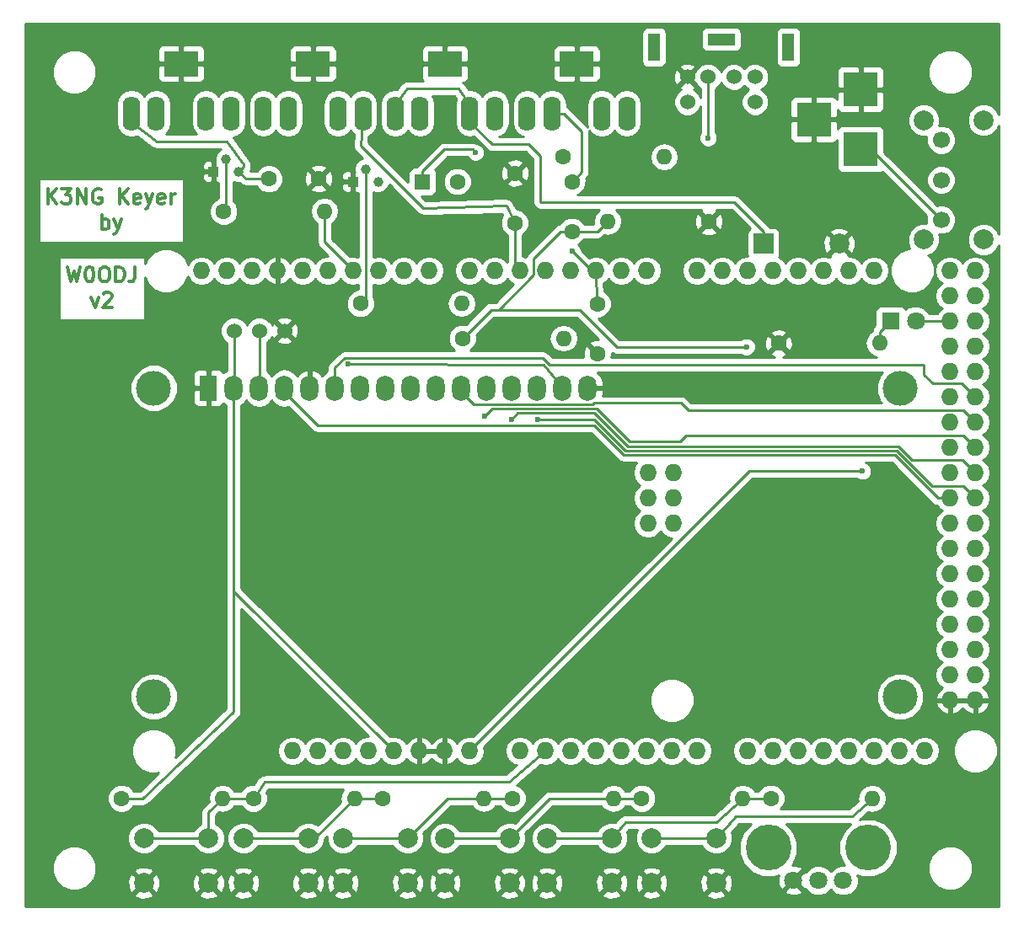
<source format=gtl>
G04 #@! TF.FileFunction,Copper,L1,Top,Signal*
%FSLAX46Y46*%
G04 Gerber Fmt 4.6, Leading zero omitted, Abs format (unit mm)*
G04 Created by KiCad (PCBNEW 4.0.7-e2-6376~61~ubuntu18.04.1) date Wed Jul 25 19:22:43 2018*
%MOMM*%
%LPD*%
G01*
G04 APERTURE LIST*
%ADD10C,0.100000*%
%ADD11C,0.300000*%
%ADD12R,2.000000X2.000000*%
%ADD13C,2.000000*%
%ADD14R,1.600000X1.600000*%
%ADD15C,1.600000*%
%ADD16C,1.524000*%
%ADD17R,1.200000X2.800000*%
%ADD18R,2.800000X1.200000*%
%ADD19C,1.000000*%
%ADD20R,1.000000X1.000000*%
%ADD21O,1.600000X1.600000*%
%ADD22C,1.800000*%
%ADD23C,4.600000*%
%ADD24O,1.727200X1.727200*%
%ADD25R,3.500000X3.500000*%
%ADD26C,1.700000*%
%ADD27R,1.800000X1.800000*%
%ADD28R,1.800000X2.600000*%
%ADD29O,1.800000X2.600000*%
%ADD30C,3.500000*%
%ADD31R,3.500000X2.500000*%
%ADD32O,1.750000X3.500000*%
%ADD33C,0.600000*%
%ADD34C,0.250000*%
%ADD35C,0.254000*%
G04 APERTURE END LIST*
D10*
D11*
X85325715Y-84573571D02*
X85682858Y-86073571D01*
X85968572Y-85002143D01*
X86254286Y-86073571D01*
X86611429Y-84573571D01*
X87468572Y-84573571D02*
X87611429Y-84573571D01*
X87754286Y-84645000D01*
X87825715Y-84716429D01*
X87897144Y-84859286D01*
X87968572Y-85145000D01*
X87968572Y-85502143D01*
X87897144Y-85787857D01*
X87825715Y-85930714D01*
X87754286Y-86002143D01*
X87611429Y-86073571D01*
X87468572Y-86073571D01*
X87325715Y-86002143D01*
X87254286Y-85930714D01*
X87182858Y-85787857D01*
X87111429Y-85502143D01*
X87111429Y-85145000D01*
X87182858Y-84859286D01*
X87254286Y-84716429D01*
X87325715Y-84645000D01*
X87468572Y-84573571D01*
X88897143Y-84573571D02*
X89182857Y-84573571D01*
X89325715Y-84645000D01*
X89468572Y-84787857D01*
X89540000Y-85073571D01*
X89540000Y-85573571D01*
X89468572Y-85859286D01*
X89325715Y-86002143D01*
X89182857Y-86073571D01*
X88897143Y-86073571D01*
X88754286Y-86002143D01*
X88611429Y-85859286D01*
X88540000Y-85573571D01*
X88540000Y-85073571D01*
X88611429Y-84787857D01*
X88754286Y-84645000D01*
X88897143Y-84573571D01*
X90182858Y-86073571D02*
X90182858Y-84573571D01*
X90540001Y-84573571D01*
X90754286Y-84645000D01*
X90897144Y-84787857D01*
X90968572Y-84930714D01*
X91040001Y-85216429D01*
X91040001Y-85430714D01*
X90968572Y-85716429D01*
X90897144Y-85859286D01*
X90754286Y-86002143D01*
X90540001Y-86073571D01*
X90182858Y-86073571D01*
X92111429Y-84573571D02*
X92111429Y-85645000D01*
X92040001Y-85859286D01*
X91897144Y-86002143D01*
X91682858Y-86073571D01*
X91540001Y-86073571D01*
X87718572Y-87623571D02*
X88075715Y-88623571D01*
X88432857Y-87623571D01*
X88932857Y-87266429D02*
X89004286Y-87195000D01*
X89147143Y-87123571D01*
X89504286Y-87123571D01*
X89647143Y-87195000D01*
X89718572Y-87266429D01*
X89790000Y-87409286D01*
X89790000Y-87552143D01*
X89718572Y-87766429D01*
X88861429Y-88623571D01*
X89790000Y-88623571D01*
X83404287Y-78253571D02*
X83404287Y-76753571D01*
X84261430Y-78253571D02*
X83618573Y-77396429D01*
X84261430Y-76753571D02*
X83404287Y-77610714D01*
X84761430Y-76753571D02*
X85690001Y-76753571D01*
X85190001Y-77325000D01*
X85404287Y-77325000D01*
X85547144Y-77396429D01*
X85618573Y-77467857D01*
X85690001Y-77610714D01*
X85690001Y-77967857D01*
X85618573Y-78110714D01*
X85547144Y-78182143D01*
X85404287Y-78253571D01*
X84975715Y-78253571D01*
X84832858Y-78182143D01*
X84761430Y-78110714D01*
X86332858Y-78253571D02*
X86332858Y-76753571D01*
X87190001Y-78253571D01*
X87190001Y-76753571D01*
X88690001Y-76825000D02*
X88547144Y-76753571D01*
X88332858Y-76753571D01*
X88118573Y-76825000D01*
X87975715Y-76967857D01*
X87904287Y-77110714D01*
X87832858Y-77396429D01*
X87832858Y-77610714D01*
X87904287Y-77896429D01*
X87975715Y-78039286D01*
X88118573Y-78182143D01*
X88332858Y-78253571D01*
X88475715Y-78253571D01*
X88690001Y-78182143D01*
X88761430Y-78110714D01*
X88761430Y-77610714D01*
X88475715Y-77610714D01*
X90547144Y-78253571D02*
X90547144Y-76753571D01*
X91404287Y-78253571D02*
X90761430Y-77396429D01*
X91404287Y-76753571D02*
X90547144Y-77610714D01*
X92618572Y-78182143D02*
X92475715Y-78253571D01*
X92190001Y-78253571D01*
X92047144Y-78182143D01*
X91975715Y-78039286D01*
X91975715Y-77467857D01*
X92047144Y-77325000D01*
X92190001Y-77253571D01*
X92475715Y-77253571D01*
X92618572Y-77325000D01*
X92690001Y-77467857D01*
X92690001Y-77610714D01*
X91975715Y-77753571D01*
X93190001Y-77253571D02*
X93547144Y-78253571D01*
X93904286Y-77253571D02*
X93547144Y-78253571D01*
X93404286Y-78610714D01*
X93332858Y-78682143D01*
X93190001Y-78753571D01*
X95047143Y-78182143D02*
X94904286Y-78253571D01*
X94618572Y-78253571D01*
X94475715Y-78182143D01*
X94404286Y-78039286D01*
X94404286Y-77467857D01*
X94475715Y-77325000D01*
X94618572Y-77253571D01*
X94904286Y-77253571D01*
X95047143Y-77325000D01*
X95118572Y-77467857D01*
X95118572Y-77610714D01*
X94404286Y-77753571D01*
X95761429Y-78253571D02*
X95761429Y-77253571D01*
X95761429Y-77539286D02*
X95832857Y-77396429D01*
X95904286Y-77325000D01*
X96047143Y-77253571D01*
X96190000Y-77253571D01*
X88797143Y-80803571D02*
X88797143Y-79303571D01*
X88797143Y-79875000D02*
X88940000Y-79803571D01*
X89225714Y-79803571D01*
X89368571Y-79875000D01*
X89440000Y-79946429D01*
X89511429Y-80089286D01*
X89511429Y-80517857D01*
X89440000Y-80660714D01*
X89368571Y-80732143D01*
X89225714Y-80803571D01*
X88940000Y-80803571D01*
X88797143Y-80732143D01*
X90011429Y-79803571D02*
X90368572Y-80803571D01*
X90725714Y-79803571D02*
X90368572Y-80803571D01*
X90225714Y-81160714D01*
X90154286Y-81232143D01*
X90011429Y-81303571D01*
D12*
X155250000Y-82250000D03*
D13*
X162850000Y-82250000D03*
D14*
X121000000Y-76000000D03*
D15*
X124500000Y-76000000D03*
D16*
X149700000Y-65500000D03*
X152300000Y-65500000D03*
X147600000Y-65500000D03*
X154400000Y-65500000D03*
X147600000Y-68000000D03*
X154400000Y-68000000D03*
D17*
X157750000Y-62500000D03*
X144250000Y-62500000D03*
D18*
X151000000Y-61700000D03*
D19*
X115270000Y-74730000D03*
X116540000Y-76000000D03*
D20*
X114000000Y-76000000D03*
D19*
X101270000Y-73730000D03*
X102540000Y-75000000D03*
D20*
X100000000Y-75000000D03*
D15*
X114750000Y-88250000D03*
D21*
X124910000Y-88250000D03*
D15*
X135100000Y-73530000D03*
D21*
X145260000Y-73530000D03*
D22*
X163250000Y-146250000D03*
X160750000Y-146250000D03*
X158250000Y-146250000D03*
D23*
X165750000Y-142950000D03*
X155750000Y-142950000D03*
D15*
X101000000Y-79000000D03*
D21*
X111160000Y-79000000D03*
D15*
X90750000Y-138000000D03*
D21*
X100910000Y-138000000D03*
D15*
X104000000Y-138000000D03*
D21*
X114160000Y-138000000D03*
D15*
X117000000Y-138000000D03*
D21*
X127160000Y-138000000D03*
D15*
X130000000Y-138000000D03*
D21*
X140160000Y-138000000D03*
D15*
X143000000Y-138000000D03*
D21*
X153160000Y-138000000D03*
D15*
X156000000Y-138000000D03*
D21*
X166160000Y-138000000D03*
D15*
X125000000Y-91750000D03*
D21*
X135160000Y-91750000D03*
D15*
X149750000Y-80000000D03*
D21*
X139590000Y-80000000D03*
D13*
X99500000Y-142000000D03*
X99500000Y-146500000D03*
X93000000Y-142000000D03*
X93000000Y-146500000D03*
X109500000Y-142000000D03*
X109500000Y-146500000D03*
X103000000Y-142000000D03*
X103000000Y-146500000D03*
X119500000Y-142000000D03*
X119500000Y-146500000D03*
X113000000Y-142000000D03*
X113000000Y-146500000D03*
X129750000Y-142000000D03*
X129750000Y-146500000D03*
X123250000Y-142000000D03*
X123250000Y-146500000D03*
X140000000Y-142000000D03*
X140000000Y-146500000D03*
X133500000Y-142000000D03*
X133500000Y-146500000D03*
X150500000Y-142000000D03*
X150500000Y-146500000D03*
X144000000Y-142000000D03*
X144000000Y-146500000D03*
D24*
X143627000Y-110350000D03*
X146167000Y-110350000D03*
X146167000Y-107810000D03*
X143627000Y-107810000D03*
X146167000Y-105270000D03*
X130800000Y-133210000D03*
X125720000Y-133210000D03*
X123180000Y-133210000D03*
X120640000Y-133210000D03*
X118100000Y-133210000D03*
X115560000Y-133210000D03*
X113020000Y-133210000D03*
X110480000Y-133210000D03*
X166360000Y-84950000D03*
X163820000Y-84950000D03*
X161280000Y-84950000D03*
X158740000Y-84950000D03*
X156200000Y-84950000D03*
X153660000Y-84950000D03*
X151120000Y-84950000D03*
X148580000Y-84950000D03*
X143500000Y-84950000D03*
X140960000Y-84950000D03*
X138420000Y-84950000D03*
X135880000Y-84950000D03*
X133340000Y-84950000D03*
X130800000Y-84950000D03*
X128260000Y-84950000D03*
X125720000Y-84950000D03*
X106416000Y-84950000D03*
X121656000Y-84950000D03*
X119116000Y-84950000D03*
X116576000Y-84950000D03*
X98796000Y-84950000D03*
X101336000Y-84950000D03*
X103876000Y-84950000D03*
X108956000Y-84950000D03*
X111496000Y-84950000D03*
X114036000Y-84950000D03*
X107940000Y-133210000D03*
X133340000Y-133210000D03*
X135880000Y-133210000D03*
X138420000Y-133210000D03*
X140960000Y-133210000D03*
X143500000Y-133210000D03*
X146040000Y-133210000D03*
X148580000Y-133210000D03*
X153660000Y-133210000D03*
X156200000Y-133210000D03*
X158740000Y-133210000D03*
X161280000Y-133210000D03*
X163820000Y-133210000D03*
X166360000Y-133210000D03*
X168900000Y-133210000D03*
X171440000Y-133210000D03*
X173980000Y-84950000D03*
X176520000Y-84950000D03*
X173980000Y-87490000D03*
X176520000Y-87490000D03*
X173980000Y-90030000D03*
X176520000Y-90030000D03*
X173980000Y-92570000D03*
X176520000Y-92570000D03*
X173980000Y-95110000D03*
X176520000Y-95110000D03*
X173980000Y-97650000D03*
X176520000Y-97650000D03*
X173980000Y-100190000D03*
X176520000Y-100190000D03*
X173980000Y-102730000D03*
X176520000Y-102730000D03*
X173980000Y-105270000D03*
X176520000Y-105270000D03*
X173980000Y-107810000D03*
X176520000Y-107810000D03*
X173980000Y-110350000D03*
X176520000Y-110350000D03*
X173980000Y-112890000D03*
X176520000Y-112890000D03*
X173980000Y-115430000D03*
X176520000Y-115430000D03*
X173980000Y-117970000D03*
X176520000Y-117970000D03*
X173980000Y-120510000D03*
X176520000Y-120510000D03*
X173980000Y-123050000D03*
X176520000Y-123050000D03*
X173980000Y-125590000D03*
X176520000Y-125590000D03*
X173980000Y-128130000D03*
X176520000Y-128130000D03*
X143627000Y-105270000D03*
D25*
X165000000Y-72750000D03*
X165000000Y-66750000D03*
X160300000Y-69750000D03*
D15*
X130260000Y-80160000D03*
X130260000Y-75160000D03*
X138560000Y-88290000D03*
X138560000Y-93290000D03*
X105560000Y-75720000D03*
X110560000Y-75720000D03*
X136000000Y-81000000D03*
X136000000Y-76000000D03*
D16*
X104590000Y-90990000D03*
X107130000Y-90990000D03*
X102050000Y-90990000D03*
D13*
X171340000Y-81830000D03*
X171340000Y-69830000D03*
X177340000Y-69830000D03*
X177340000Y-81830000D03*
D26*
X173090000Y-79830000D03*
X173090000Y-75830000D03*
X173090000Y-71830000D03*
D27*
X168000000Y-90000000D03*
D22*
X170540000Y-90000000D03*
D15*
X156750000Y-92250000D03*
D21*
X166910000Y-92250000D03*
D28*
X99500000Y-96750000D03*
D29*
X102040000Y-96750000D03*
X104580000Y-96750000D03*
X107120000Y-96750000D03*
X109660000Y-96750000D03*
X112200000Y-96750000D03*
X114740000Y-96750000D03*
X117280000Y-96750000D03*
X119820000Y-96750000D03*
X122360000Y-96750000D03*
X124900000Y-96750000D03*
X127440000Y-96750000D03*
X129980000Y-96750000D03*
X132520000Y-96750000D03*
X135060000Y-96750000D03*
X137600000Y-96750000D03*
D30*
X94000900Y-96750000D03*
X94000900Y-127750700D03*
X168999480Y-127750700D03*
X169000000Y-96750000D03*
D31*
X123250000Y-64154000D03*
D32*
X128250000Y-69160000D03*
X118250000Y-69160000D03*
X125750000Y-69160000D03*
X120750000Y-69160000D03*
D31*
X96750000Y-64154000D03*
D32*
X101750000Y-69160000D03*
X91750000Y-69160000D03*
X99250000Y-69160000D03*
X94250000Y-69160000D03*
D31*
X110000000Y-64154000D03*
D32*
X115000000Y-69160000D03*
X105000000Y-69160000D03*
X112500000Y-69160000D03*
X107500000Y-69160000D03*
D31*
X136500000Y-64154000D03*
D32*
X141500000Y-69160000D03*
X131500000Y-69160000D03*
X139000000Y-69160000D03*
X134000000Y-69160000D03*
D33*
X136000000Y-83000000D03*
X153530000Y-92600000D03*
X126320000Y-73080000D03*
X113480000Y-94350000D03*
X127250000Y-99550000D03*
X129920000Y-99900034D03*
X132540000Y-99900034D03*
X149690000Y-71610000D03*
X165190000Y-105120000D03*
D34*
X155250000Y-82250000D02*
X155250000Y-81000000D01*
X131670000Y-72270000D02*
X127985000Y-72270000D01*
X127985000Y-72270000D02*
X125750000Y-70035000D01*
X125750000Y-70035000D02*
X125750000Y-69160000D01*
X132820000Y-73420000D02*
X131670000Y-72270000D01*
X132820000Y-78080000D02*
X132820000Y-73420000D01*
X152330000Y-78080000D02*
X132820000Y-78080000D01*
X155250000Y-81000000D02*
X152330000Y-78080000D01*
X125750000Y-69160000D02*
X125750000Y-68285000D01*
X125750000Y-68285000D02*
X124569990Y-66614990D01*
X124569990Y-66614990D02*
X119470010Y-66614990D01*
X119470010Y-66614990D02*
X118250000Y-68285000D01*
X118250000Y-68285000D02*
X118250000Y-69160000D01*
X130260000Y-80160000D02*
X129450001Y-78450001D01*
X129450001Y-78450001D02*
X121024999Y-78630001D01*
X121024999Y-78630001D02*
X114760000Y-72365002D01*
X130260000Y-80160000D02*
X130250000Y-84400000D01*
X130250000Y-84400000D02*
X130800000Y-84950000D01*
X114760000Y-72365002D02*
X115000000Y-69160000D01*
X138420000Y-84950000D02*
X138480000Y-88210000D01*
X138480000Y-88210000D02*
X138560000Y-88290000D01*
X136000000Y-83000000D02*
X137950000Y-84950000D01*
X137950000Y-84950000D02*
X138420000Y-84950000D01*
X105560000Y-75720000D02*
X103260000Y-75720000D01*
X103260000Y-75720000D02*
X102540000Y-75000000D01*
X102540000Y-75000000D02*
X103039999Y-74500001D01*
X103039999Y-74500001D02*
X103039999Y-74278997D01*
X103039999Y-74278997D02*
X101336012Y-71965010D01*
X101336012Y-71965010D02*
X94290010Y-71965010D01*
X94290010Y-71965010D02*
X91750000Y-70035000D01*
X91750000Y-70035000D02*
X91750000Y-69160000D01*
X128630000Y-88879130D02*
X136774128Y-88909130D01*
X136774128Y-88909130D02*
X140494998Y-92630000D01*
X140494998Y-92630000D02*
X153530000Y-92600000D01*
X128630000Y-88879130D02*
X132151399Y-85357731D01*
X125000000Y-91750000D02*
X127870870Y-88879130D01*
X127870870Y-88879130D02*
X128630000Y-88879130D01*
X136000000Y-81000000D02*
X138590000Y-81000000D01*
X138590000Y-81000000D02*
X139590000Y-80000000D01*
X132151399Y-85357731D02*
X132151399Y-83717231D01*
X132151399Y-83717231D02*
X134868630Y-81000000D01*
X134868630Y-81000000D02*
X136000000Y-81000000D01*
X136000000Y-76000000D02*
X137000000Y-75000000D01*
X137000000Y-71000000D02*
X135160000Y-69160000D01*
X137000000Y-75000000D02*
X137000000Y-71000000D01*
X135160000Y-69160000D02*
X134000000Y-69160000D01*
X126320000Y-73080000D02*
X126020001Y-72780001D01*
X126020001Y-72780001D02*
X123169999Y-72780001D01*
X123169999Y-72780001D02*
X121000000Y-74950000D01*
X121000000Y-74950000D02*
X121000000Y-76000000D01*
X113834990Y-94354990D02*
X113480000Y-94350000D01*
X135060000Y-96750000D02*
X135192425Y-96840000D01*
X135192425Y-96840000D02*
X133147415Y-94444990D01*
X133147415Y-94444990D02*
X113834990Y-94354990D01*
X102050000Y-90990000D02*
X102050000Y-96740000D01*
X102050000Y-96740000D02*
X102040000Y-96750000D01*
X90770000Y-138020000D02*
X92869002Y-138020000D01*
X92869002Y-138020000D02*
X102030000Y-129259002D01*
X102030000Y-129259002D02*
X102030000Y-98020000D01*
X90770000Y-138020000D02*
X90750000Y-138000000D01*
X102030000Y-98020000D02*
X102040000Y-117150000D01*
X102040000Y-117150000D02*
X118100000Y-133210000D01*
X101990000Y-97980000D02*
X102030000Y-98020000D01*
X104590000Y-90990000D02*
X104590000Y-96740000D01*
X104590000Y-96740000D02*
X104580000Y-96750000D01*
X104540000Y-96710000D02*
X104580000Y-96750000D01*
X141220000Y-103490000D02*
X138255044Y-100525044D01*
X138255044Y-100525044D02*
X110495044Y-100525044D01*
X110495044Y-100525044D02*
X107120000Y-97150000D01*
X107120000Y-97150000D02*
X107120000Y-96750000D01*
X168438686Y-103490000D02*
X141220000Y-103490000D01*
X173980000Y-107810000D02*
X172758686Y-107810000D01*
X172758686Y-107810000D02*
X168438686Y-103490000D01*
X176520000Y-97650000D02*
X175168601Y-96298601D01*
X175168601Y-96298601D02*
X172248601Y-96298601D01*
X133065055Y-93724999D02*
X113179999Y-93724999D01*
X172248601Y-96298601D02*
X171360000Y-95410000D01*
X113179999Y-93724999D02*
X112200000Y-94704998D01*
X171360000Y-95410000D02*
X171360000Y-94390000D01*
X171360000Y-94390000D02*
X139970000Y-94390000D01*
X133755057Y-94415001D02*
X133065055Y-93724999D01*
X112200000Y-94704998D02*
X112200000Y-96750000D01*
X139970000Y-94390000D02*
X139944999Y-94415001D01*
X139944999Y-94415001D02*
X133755057Y-94415001D01*
X112200000Y-97150000D02*
X112200000Y-96750000D01*
X176520000Y-100190000D02*
X175331399Y-99001399D01*
X146964001Y-98264999D02*
X138217426Y-98264999D01*
X175331399Y-99001399D02*
X147700401Y-99001399D01*
X147700401Y-99001399D02*
X146964001Y-98264999D01*
X138217426Y-98264999D02*
X138107415Y-98375010D01*
X138107415Y-98375010D02*
X126125010Y-98375010D01*
X126125010Y-98375010D02*
X124900000Y-97150000D01*
X124900000Y-97150000D02*
X124900000Y-96750000D01*
X127974979Y-98825021D02*
X127250000Y-99550000D01*
X138464254Y-98825021D02*
X127974979Y-98825021D01*
X147469369Y-101541399D02*
X146870801Y-102139967D01*
X146870801Y-102139967D02*
X141779200Y-102139967D01*
X175331399Y-101541399D02*
X147469369Y-101541399D01*
X176520000Y-102730000D02*
X175331399Y-101541399D01*
X141779200Y-102139967D02*
X138464254Y-98825021D01*
X138277854Y-99275032D02*
X130545002Y-99275032D01*
X130545002Y-99275032D02*
X129920000Y-99900034D01*
X141592800Y-102589978D02*
X138277854Y-99275032D01*
X168811486Y-102589978D02*
X141592800Y-102589978D01*
X170191484Y-103969978D02*
X168811486Y-102589978D01*
X175219978Y-103969978D02*
X170191484Y-103969978D01*
X176520000Y-105270000D02*
X175219978Y-103969978D01*
X138266445Y-99900034D02*
X132540000Y-99900034D01*
X176520000Y-107810000D02*
X175299989Y-106589989D01*
X175299989Y-106589989D02*
X172175085Y-106589989D01*
X141406400Y-103039989D02*
X138266445Y-99900034D01*
X168625086Y-103039989D02*
X141406400Y-103039989D01*
X172175085Y-106589989D02*
X168625086Y-103039989D01*
X149690000Y-71610000D02*
X149690000Y-65510000D01*
X149690000Y-65510000D02*
X149700000Y-65500000D01*
X115270000Y-74730000D02*
X115270000Y-87730000D01*
X115270000Y-87730000D02*
X114750000Y-88250000D01*
X101270000Y-73730000D02*
X101270000Y-78730000D01*
X101270000Y-78730000D02*
X101000000Y-79000000D01*
X111160000Y-79000000D02*
X111160000Y-82074000D01*
X111160000Y-82074000D02*
X114036000Y-84950000D01*
X114160000Y-138000000D02*
X117000000Y-138000000D01*
X114160000Y-138000000D02*
X110160000Y-142000000D01*
X110160000Y-142000000D02*
X109500000Y-142000000D01*
X103000000Y-142000000D02*
X109500000Y-142000000D01*
X127160000Y-138000000D02*
X130000000Y-138000000D01*
X119500000Y-142000000D02*
X123500000Y-138000000D01*
X123500000Y-138000000D02*
X127160000Y-138000000D01*
X113000000Y-142000000D02*
X119500000Y-142000000D01*
X129750000Y-142000000D02*
X133750000Y-138000000D01*
X133750000Y-138000000D02*
X140160000Y-138000000D01*
X140160000Y-138000000D02*
X143000000Y-138000000D01*
X123250000Y-142000000D02*
X129750000Y-142000000D01*
X153160000Y-138000000D02*
X156000000Y-138000000D01*
X140000000Y-142000000D02*
X141365001Y-140374999D01*
X141365001Y-140374999D02*
X150525001Y-140374999D01*
X150525001Y-140374999D02*
X153160000Y-138000000D01*
X133500000Y-142000000D02*
X140000000Y-142000000D01*
X150500000Y-142000000D02*
X152475001Y-139814999D01*
X152475001Y-139814999D02*
X164135001Y-139814999D01*
X164135001Y-139814999D02*
X166160000Y-138000000D01*
X144000000Y-142000000D02*
X150500000Y-142000000D01*
X173090000Y-79830000D02*
X166010000Y-72750000D01*
X166010000Y-72750000D02*
X165000000Y-72750000D01*
X125720000Y-133210000D02*
X153810000Y-105120000D01*
X153810000Y-105120000D02*
X165190000Y-105120000D01*
X166910000Y-92250000D02*
X166910000Y-91090000D01*
X166910000Y-91090000D02*
X168000000Y-90000000D01*
X166910000Y-92250000D02*
X167210000Y-92250000D01*
X170540000Y-90000000D02*
X173950000Y-90000000D01*
X173950000Y-90000000D02*
X173980000Y-90030000D01*
X170700000Y-90000000D02*
X170730000Y-90030000D01*
X104000000Y-138000000D02*
X105105001Y-136354999D01*
X105105001Y-136354999D02*
X129655001Y-136354999D01*
X129655001Y-136354999D02*
X133340000Y-133210000D01*
X100910000Y-138000000D02*
X104000000Y-138000000D01*
X99500000Y-142000000D02*
X99500000Y-139410000D01*
X99500000Y-139410000D02*
X100910000Y-138000000D01*
X93000000Y-142000000D02*
X99500000Y-142000000D01*
X142090000Y-69750000D02*
X141500000Y-69160000D01*
D35*
G36*
X178873000Y-69258660D02*
X178726894Y-68905057D01*
X178267363Y-68444722D01*
X177666648Y-68195284D01*
X177016205Y-68194716D01*
X176415057Y-68443106D01*
X175954722Y-68902637D01*
X175705284Y-69503352D01*
X175704716Y-70153795D01*
X175953106Y-70754943D01*
X176412637Y-71215278D01*
X177013352Y-71464716D01*
X177663795Y-71465284D01*
X178264943Y-71216894D01*
X178725278Y-70757363D01*
X178873000Y-70401608D01*
X178873000Y-81258660D01*
X178726894Y-80905057D01*
X178267363Y-80444722D01*
X177666648Y-80195284D01*
X177016205Y-80194716D01*
X176415057Y-80443106D01*
X175954722Y-80902637D01*
X175705284Y-81503352D01*
X175704716Y-82153795D01*
X175953106Y-82754943D01*
X176412637Y-83215278D01*
X177013352Y-83464716D01*
X177663795Y-83465284D01*
X178264943Y-83216894D01*
X178725278Y-82757363D01*
X178873000Y-82401608D01*
X178873000Y-148873000D01*
X81127000Y-148873000D01*
X81127000Y-147652532D01*
X92027073Y-147652532D01*
X92125736Y-147919387D01*
X92735461Y-148145908D01*
X93385460Y-148121856D01*
X93874264Y-147919387D01*
X93972927Y-147652532D01*
X98527073Y-147652532D01*
X98625736Y-147919387D01*
X99235461Y-148145908D01*
X99885460Y-148121856D01*
X100374264Y-147919387D01*
X100472927Y-147652532D01*
X102027073Y-147652532D01*
X102125736Y-147919387D01*
X102735461Y-148145908D01*
X103385460Y-148121856D01*
X103874264Y-147919387D01*
X103972927Y-147652532D01*
X108527073Y-147652532D01*
X108625736Y-147919387D01*
X109235461Y-148145908D01*
X109885460Y-148121856D01*
X110374264Y-147919387D01*
X110472927Y-147652532D01*
X112027073Y-147652532D01*
X112125736Y-147919387D01*
X112735461Y-148145908D01*
X113385460Y-148121856D01*
X113874264Y-147919387D01*
X113972927Y-147652532D01*
X118527073Y-147652532D01*
X118625736Y-147919387D01*
X119235461Y-148145908D01*
X119885460Y-148121856D01*
X120374264Y-147919387D01*
X120472927Y-147652532D01*
X122277073Y-147652532D01*
X122375736Y-147919387D01*
X122985461Y-148145908D01*
X123635460Y-148121856D01*
X124124264Y-147919387D01*
X124222927Y-147652532D01*
X128777073Y-147652532D01*
X128875736Y-147919387D01*
X129485461Y-148145908D01*
X130135460Y-148121856D01*
X130624264Y-147919387D01*
X130722927Y-147652532D01*
X132527073Y-147652532D01*
X132625736Y-147919387D01*
X133235461Y-148145908D01*
X133885460Y-148121856D01*
X134374264Y-147919387D01*
X134472927Y-147652532D01*
X139027073Y-147652532D01*
X139125736Y-147919387D01*
X139735461Y-148145908D01*
X140385460Y-148121856D01*
X140874264Y-147919387D01*
X140972927Y-147652532D01*
X143027073Y-147652532D01*
X143125736Y-147919387D01*
X143735461Y-148145908D01*
X144385460Y-148121856D01*
X144874264Y-147919387D01*
X144972927Y-147652532D01*
X149527073Y-147652532D01*
X149625736Y-147919387D01*
X150235461Y-148145908D01*
X150885460Y-148121856D01*
X151374264Y-147919387D01*
X151472927Y-147652532D01*
X150500000Y-146679605D01*
X149527073Y-147652532D01*
X144972927Y-147652532D01*
X144000000Y-146679605D01*
X143027073Y-147652532D01*
X140972927Y-147652532D01*
X140000000Y-146679605D01*
X139027073Y-147652532D01*
X134472927Y-147652532D01*
X133500000Y-146679605D01*
X132527073Y-147652532D01*
X130722927Y-147652532D01*
X129750000Y-146679605D01*
X128777073Y-147652532D01*
X124222927Y-147652532D01*
X123250000Y-146679605D01*
X122277073Y-147652532D01*
X120472927Y-147652532D01*
X119500000Y-146679605D01*
X118527073Y-147652532D01*
X113972927Y-147652532D01*
X113000000Y-146679605D01*
X112027073Y-147652532D01*
X110472927Y-147652532D01*
X109500000Y-146679605D01*
X108527073Y-147652532D01*
X103972927Y-147652532D01*
X103000000Y-146679605D01*
X102027073Y-147652532D01*
X100472927Y-147652532D01*
X99500000Y-146679605D01*
X98527073Y-147652532D01*
X93972927Y-147652532D01*
X93000000Y-146679605D01*
X92027073Y-147652532D01*
X81127000Y-147652532D01*
X81127000Y-145442619D01*
X83764613Y-145442619D01*
X84104155Y-146264372D01*
X84732321Y-146893636D01*
X85553481Y-147234611D01*
X86442619Y-147235387D01*
X87264372Y-146895845D01*
X87893636Y-146267679D01*
X87907014Y-146235461D01*
X91354092Y-146235461D01*
X91378144Y-146885460D01*
X91580613Y-147374264D01*
X91847468Y-147472927D01*
X92820395Y-146500000D01*
X93179605Y-146500000D01*
X94152532Y-147472927D01*
X94419387Y-147374264D01*
X94645908Y-146764539D01*
X94626331Y-146235461D01*
X97854092Y-146235461D01*
X97878144Y-146885460D01*
X98080613Y-147374264D01*
X98347468Y-147472927D01*
X99320395Y-146500000D01*
X99679605Y-146500000D01*
X100652532Y-147472927D01*
X100919387Y-147374264D01*
X101145908Y-146764539D01*
X101126331Y-146235461D01*
X101354092Y-146235461D01*
X101378144Y-146885460D01*
X101580613Y-147374264D01*
X101847468Y-147472927D01*
X102820395Y-146500000D01*
X103179605Y-146500000D01*
X104152532Y-147472927D01*
X104419387Y-147374264D01*
X104645908Y-146764539D01*
X104626331Y-146235461D01*
X107854092Y-146235461D01*
X107878144Y-146885460D01*
X108080613Y-147374264D01*
X108347468Y-147472927D01*
X109320395Y-146500000D01*
X109679605Y-146500000D01*
X110652532Y-147472927D01*
X110919387Y-147374264D01*
X111145908Y-146764539D01*
X111126331Y-146235461D01*
X111354092Y-146235461D01*
X111378144Y-146885460D01*
X111580613Y-147374264D01*
X111847468Y-147472927D01*
X112820395Y-146500000D01*
X113179605Y-146500000D01*
X114152532Y-147472927D01*
X114419387Y-147374264D01*
X114645908Y-146764539D01*
X114626331Y-146235461D01*
X117854092Y-146235461D01*
X117878144Y-146885460D01*
X118080613Y-147374264D01*
X118347468Y-147472927D01*
X119320395Y-146500000D01*
X119679605Y-146500000D01*
X120652532Y-147472927D01*
X120919387Y-147374264D01*
X121145908Y-146764539D01*
X121126331Y-146235461D01*
X121604092Y-146235461D01*
X121628144Y-146885460D01*
X121830613Y-147374264D01*
X122097468Y-147472927D01*
X123070395Y-146500000D01*
X123429605Y-146500000D01*
X124402532Y-147472927D01*
X124669387Y-147374264D01*
X124895908Y-146764539D01*
X124876331Y-146235461D01*
X128104092Y-146235461D01*
X128128144Y-146885460D01*
X128330613Y-147374264D01*
X128597468Y-147472927D01*
X129570395Y-146500000D01*
X129929605Y-146500000D01*
X130902532Y-147472927D01*
X131169387Y-147374264D01*
X131395908Y-146764539D01*
X131376331Y-146235461D01*
X131854092Y-146235461D01*
X131878144Y-146885460D01*
X132080613Y-147374264D01*
X132347468Y-147472927D01*
X133320395Y-146500000D01*
X133679605Y-146500000D01*
X134652532Y-147472927D01*
X134919387Y-147374264D01*
X135145908Y-146764539D01*
X135126331Y-146235461D01*
X138354092Y-146235461D01*
X138378144Y-146885460D01*
X138580613Y-147374264D01*
X138847468Y-147472927D01*
X139820395Y-146500000D01*
X140179605Y-146500000D01*
X141152532Y-147472927D01*
X141419387Y-147374264D01*
X141645908Y-146764539D01*
X141626331Y-146235461D01*
X142354092Y-146235461D01*
X142378144Y-146885460D01*
X142580613Y-147374264D01*
X142847468Y-147472927D01*
X143820395Y-146500000D01*
X144179605Y-146500000D01*
X145152532Y-147472927D01*
X145419387Y-147374264D01*
X145645908Y-146764539D01*
X145626331Y-146235461D01*
X148854092Y-146235461D01*
X148878144Y-146885460D01*
X149080613Y-147374264D01*
X149347468Y-147472927D01*
X150320395Y-146500000D01*
X150679605Y-146500000D01*
X151652532Y-147472927D01*
X151919387Y-147374264D01*
X151935772Y-147330159D01*
X157349446Y-147330159D01*
X157435852Y-147586643D01*
X158009336Y-147796458D01*
X158619460Y-147770839D01*
X159064148Y-147586643D01*
X159150554Y-147330159D01*
X158250000Y-146429605D01*
X157349446Y-147330159D01*
X151935772Y-147330159D01*
X152145908Y-146764539D01*
X152121856Y-146114540D01*
X151919387Y-145625736D01*
X151652532Y-145527073D01*
X150679605Y-146500000D01*
X150320395Y-146500000D01*
X149347468Y-145527073D01*
X149080613Y-145625736D01*
X148854092Y-146235461D01*
X145626331Y-146235461D01*
X145621856Y-146114540D01*
X145419387Y-145625736D01*
X145152532Y-145527073D01*
X144179605Y-146500000D01*
X143820395Y-146500000D01*
X142847468Y-145527073D01*
X142580613Y-145625736D01*
X142354092Y-146235461D01*
X141626331Y-146235461D01*
X141621856Y-146114540D01*
X141419387Y-145625736D01*
X141152532Y-145527073D01*
X140179605Y-146500000D01*
X139820395Y-146500000D01*
X138847468Y-145527073D01*
X138580613Y-145625736D01*
X138354092Y-146235461D01*
X135126331Y-146235461D01*
X135121856Y-146114540D01*
X134919387Y-145625736D01*
X134652532Y-145527073D01*
X133679605Y-146500000D01*
X133320395Y-146500000D01*
X132347468Y-145527073D01*
X132080613Y-145625736D01*
X131854092Y-146235461D01*
X131376331Y-146235461D01*
X131371856Y-146114540D01*
X131169387Y-145625736D01*
X130902532Y-145527073D01*
X129929605Y-146500000D01*
X129570395Y-146500000D01*
X128597468Y-145527073D01*
X128330613Y-145625736D01*
X128104092Y-146235461D01*
X124876331Y-146235461D01*
X124871856Y-146114540D01*
X124669387Y-145625736D01*
X124402532Y-145527073D01*
X123429605Y-146500000D01*
X123070395Y-146500000D01*
X122097468Y-145527073D01*
X121830613Y-145625736D01*
X121604092Y-146235461D01*
X121126331Y-146235461D01*
X121121856Y-146114540D01*
X120919387Y-145625736D01*
X120652532Y-145527073D01*
X119679605Y-146500000D01*
X119320395Y-146500000D01*
X118347468Y-145527073D01*
X118080613Y-145625736D01*
X117854092Y-146235461D01*
X114626331Y-146235461D01*
X114621856Y-146114540D01*
X114419387Y-145625736D01*
X114152532Y-145527073D01*
X113179605Y-146500000D01*
X112820395Y-146500000D01*
X111847468Y-145527073D01*
X111580613Y-145625736D01*
X111354092Y-146235461D01*
X111126331Y-146235461D01*
X111121856Y-146114540D01*
X110919387Y-145625736D01*
X110652532Y-145527073D01*
X109679605Y-146500000D01*
X109320395Y-146500000D01*
X108347468Y-145527073D01*
X108080613Y-145625736D01*
X107854092Y-146235461D01*
X104626331Y-146235461D01*
X104621856Y-146114540D01*
X104419387Y-145625736D01*
X104152532Y-145527073D01*
X103179605Y-146500000D01*
X102820395Y-146500000D01*
X101847468Y-145527073D01*
X101580613Y-145625736D01*
X101354092Y-146235461D01*
X101126331Y-146235461D01*
X101121856Y-146114540D01*
X100919387Y-145625736D01*
X100652532Y-145527073D01*
X99679605Y-146500000D01*
X99320395Y-146500000D01*
X98347468Y-145527073D01*
X98080613Y-145625736D01*
X97854092Y-146235461D01*
X94626331Y-146235461D01*
X94621856Y-146114540D01*
X94419387Y-145625736D01*
X94152532Y-145527073D01*
X93179605Y-146500000D01*
X92820395Y-146500000D01*
X91847468Y-145527073D01*
X91580613Y-145625736D01*
X91354092Y-146235461D01*
X87907014Y-146235461D01*
X88234611Y-145446519D01*
X88234697Y-145347468D01*
X92027073Y-145347468D01*
X93000000Y-146320395D01*
X93972927Y-145347468D01*
X98527073Y-145347468D01*
X99500000Y-146320395D01*
X100472927Y-145347468D01*
X102027073Y-145347468D01*
X103000000Y-146320395D01*
X103972927Y-145347468D01*
X108527073Y-145347468D01*
X109500000Y-146320395D01*
X110472927Y-145347468D01*
X112027073Y-145347468D01*
X113000000Y-146320395D01*
X113972927Y-145347468D01*
X118527073Y-145347468D01*
X119500000Y-146320395D01*
X120472927Y-145347468D01*
X122277073Y-145347468D01*
X123250000Y-146320395D01*
X124222927Y-145347468D01*
X128777073Y-145347468D01*
X129750000Y-146320395D01*
X130722927Y-145347468D01*
X132527073Y-145347468D01*
X133500000Y-146320395D01*
X134472927Y-145347468D01*
X139027073Y-145347468D01*
X140000000Y-146320395D01*
X140972927Y-145347468D01*
X143027073Y-145347468D01*
X144000000Y-146320395D01*
X144972927Y-145347468D01*
X149527073Y-145347468D01*
X150500000Y-146320395D01*
X151472927Y-145347468D01*
X151374264Y-145080613D01*
X150764539Y-144854092D01*
X150114540Y-144878144D01*
X149625736Y-145080613D01*
X149527073Y-145347468D01*
X144972927Y-145347468D01*
X144874264Y-145080613D01*
X144264539Y-144854092D01*
X143614540Y-144878144D01*
X143125736Y-145080613D01*
X143027073Y-145347468D01*
X140972927Y-145347468D01*
X140874264Y-145080613D01*
X140264539Y-144854092D01*
X139614540Y-144878144D01*
X139125736Y-145080613D01*
X139027073Y-145347468D01*
X134472927Y-145347468D01*
X134374264Y-145080613D01*
X133764539Y-144854092D01*
X133114540Y-144878144D01*
X132625736Y-145080613D01*
X132527073Y-145347468D01*
X130722927Y-145347468D01*
X130624264Y-145080613D01*
X130014539Y-144854092D01*
X129364540Y-144878144D01*
X128875736Y-145080613D01*
X128777073Y-145347468D01*
X124222927Y-145347468D01*
X124124264Y-145080613D01*
X123514539Y-144854092D01*
X122864540Y-144878144D01*
X122375736Y-145080613D01*
X122277073Y-145347468D01*
X120472927Y-145347468D01*
X120374264Y-145080613D01*
X119764539Y-144854092D01*
X119114540Y-144878144D01*
X118625736Y-145080613D01*
X118527073Y-145347468D01*
X113972927Y-145347468D01*
X113874264Y-145080613D01*
X113264539Y-144854092D01*
X112614540Y-144878144D01*
X112125736Y-145080613D01*
X112027073Y-145347468D01*
X110472927Y-145347468D01*
X110374264Y-145080613D01*
X109764539Y-144854092D01*
X109114540Y-144878144D01*
X108625736Y-145080613D01*
X108527073Y-145347468D01*
X103972927Y-145347468D01*
X103874264Y-145080613D01*
X103264539Y-144854092D01*
X102614540Y-144878144D01*
X102125736Y-145080613D01*
X102027073Y-145347468D01*
X100472927Y-145347468D01*
X100374264Y-145080613D01*
X99764539Y-144854092D01*
X99114540Y-144878144D01*
X98625736Y-145080613D01*
X98527073Y-145347468D01*
X93972927Y-145347468D01*
X93874264Y-145080613D01*
X93264539Y-144854092D01*
X92614540Y-144878144D01*
X92125736Y-145080613D01*
X92027073Y-145347468D01*
X88234697Y-145347468D01*
X88235387Y-144557381D01*
X87895845Y-143735628D01*
X87267679Y-143106364D01*
X86446519Y-142765389D01*
X85557381Y-142764613D01*
X84735628Y-143104155D01*
X84106364Y-143732321D01*
X83765389Y-144553481D01*
X83764613Y-145442619D01*
X81127000Y-145442619D01*
X81127000Y-142323795D01*
X91364716Y-142323795D01*
X91613106Y-142924943D01*
X92072637Y-143385278D01*
X92673352Y-143634716D01*
X93323795Y-143635284D01*
X93924943Y-143386894D01*
X94385278Y-142927363D01*
X94454773Y-142760000D01*
X98044953Y-142760000D01*
X98113106Y-142924943D01*
X98572637Y-143385278D01*
X99173352Y-143634716D01*
X99823795Y-143635284D01*
X100424943Y-143386894D01*
X100885278Y-142927363D01*
X101134716Y-142326648D01*
X101135284Y-141676205D01*
X100886894Y-141075057D01*
X100427363Y-140614722D01*
X100260000Y-140545227D01*
X100260000Y-139724802D01*
X100604898Y-139379904D01*
X100881887Y-139435000D01*
X100938113Y-139435000D01*
X101487264Y-139325767D01*
X101952811Y-139014698D01*
X102122995Y-138760000D01*
X102761354Y-138760000D01*
X102782757Y-138811800D01*
X103186077Y-139215824D01*
X103713309Y-139434750D01*
X104284187Y-139435248D01*
X104811800Y-139217243D01*
X105215824Y-138813923D01*
X105434750Y-138286691D01*
X105435248Y-137715813D01*
X105310024Y-137412747D01*
X105510031Y-137114999D01*
X113030528Y-137114999D01*
X112806120Y-137450849D01*
X112696887Y-138000000D01*
X112761312Y-138323886D01*
X110448901Y-140636297D01*
X110427363Y-140614722D01*
X109826648Y-140365284D01*
X109176205Y-140364716D01*
X108575057Y-140613106D01*
X108114722Y-141072637D01*
X108045227Y-141240000D01*
X104455047Y-141240000D01*
X104386894Y-141075057D01*
X103927363Y-140614722D01*
X103326648Y-140365284D01*
X102676205Y-140364716D01*
X102075057Y-140613106D01*
X101614722Y-141072637D01*
X101365284Y-141673352D01*
X101364716Y-142323795D01*
X101613106Y-142924943D01*
X102072637Y-143385278D01*
X102673352Y-143634716D01*
X103323795Y-143635284D01*
X103924943Y-143386894D01*
X104385278Y-142927363D01*
X104454773Y-142760000D01*
X108044953Y-142760000D01*
X108113106Y-142924943D01*
X108572637Y-143385278D01*
X109173352Y-143634716D01*
X109823795Y-143635284D01*
X110424943Y-143386894D01*
X110885278Y-142927363D01*
X111134716Y-142326648D01*
X111134914Y-142099888D01*
X111365113Y-141869689D01*
X111364716Y-142323795D01*
X111613106Y-142924943D01*
X112072637Y-143385278D01*
X112673352Y-143634716D01*
X113323795Y-143635284D01*
X113924943Y-143386894D01*
X114385278Y-142927363D01*
X114454773Y-142760000D01*
X118044953Y-142760000D01*
X118113106Y-142924943D01*
X118572637Y-143385278D01*
X119173352Y-143634716D01*
X119823795Y-143635284D01*
X120424943Y-143386894D01*
X120885278Y-142927363D01*
X121134716Y-142326648D01*
X121134718Y-142323795D01*
X121614716Y-142323795D01*
X121863106Y-142924943D01*
X122322637Y-143385278D01*
X122923352Y-143634716D01*
X123573795Y-143635284D01*
X124174943Y-143386894D01*
X124635278Y-142927363D01*
X124704773Y-142760000D01*
X128294953Y-142760000D01*
X128363106Y-142924943D01*
X128822637Y-143385278D01*
X129423352Y-143634716D01*
X130073795Y-143635284D01*
X130674943Y-143386894D01*
X131135278Y-142927363D01*
X131384716Y-142326648D01*
X131384718Y-142323795D01*
X131864716Y-142323795D01*
X132113106Y-142924943D01*
X132572637Y-143385278D01*
X133173352Y-143634716D01*
X133823795Y-143635284D01*
X134424943Y-143386894D01*
X134885278Y-142927363D01*
X134954773Y-142760000D01*
X138544953Y-142760000D01*
X138613106Y-142924943D01*
X139072637Y-143385278D01*
X139673352Y-143634716D01*
X140323795Y-143635284D01*
X140924943Y-143386894D01*
X141385278Y-142927363D01*
X141634716Y-142326648D01*
X141635284Y-141676205D01*
X141513044Y-141380364D01*
X141719151Y-141134999D01*
X142588827Y-141134999D01*
X142365284Y-141673352D01*
X142364716Y-142323795D01*
X142613106Y-142924943D01*
X143072637Y-143385278D01*
X143673352Y-143634716D01*
X144323795Y-143635284D01*
X144924943Y-143386894D01*
X145385278Y-142927363D01*
X145454773Y-142760000D01*
X149044953Y-142760000D01*
X149113106Y-142924943D01*
X149572637Y-143385278D01*
X150173352Y-143634716D01*
X150823795Y-143635284D01*
X151424943Y-143386894D01*
X151885278Y-142927363D01*
X152134716Y-142326648D01*
X152135284Y-141676205D01*
X152035474Y-141434646D01*
X152812500Y-140574999D01*
X153974806Y-140574999D01*
X153263279Y-141285285D01*
X152815511Y-142363631D01*
X152814492Y-143531246D01*
X153260377Y-144610372D01*
X154085285Y-145436721D01*
X155163631Y-145884489D01*
X156331246Y-145885508D01*
X156823217Y-145682230D01*
X156703542Y-146009336D01*
X156729161Y-146619460D01*
X156913357Y-147064148D01*
X157169841Y-147150554D01*
X158070395Y-146250000D01*
X158056253Y-146235858D01*
X158235858Y-146056253D01*
X158250000Y-146070395D01*
X159150554Y-145169841D01*
X159064148Y-144913357D01*
X158490664Y-144703542D01*
X158132681Y-144718574D01*
X158236721Y-144614715D01*
X158684489Y-143536369D01*
X158685508Y-142368754D01*
X158239623Y-141289628D01*
X157526240Y-140574999D01*
X163974806Y-140574999D01*
X163263279Y-141285285D01*
X162815511Y-142363631D01*
X162814492Y-143531246D01*
X163260377Y-144610372D01*
X163364922Y-144715100D01*
X162946009Y-144714735D01*
X162381629Y-144947932D01*
X161999712Y-145329182D01*
X161620643Y-144949449D01*
X161056670Y-144715267D01*
X160446009Y-144714735D01*
X159881629Y-144947932D01*
X159449449Y-145379357D01*
X159445706Y-145388372D01*
X159330159Y-145349446D01*
X158429605Y-146250000D01*
X159330159Y-147150554D01*
X159445214Y-147111793D01*
X159447932Y-147118371D01*
X159879357Y-147550551D01*
X160443330Y-147784733D01*
X161053991Y-147785265D01*
X161618371Y-147552068D01*
X162000288Y-147170818D01*
X162379357Y-147550551D01*
X162943330Y-147784733D01*
X163553991Y-147785265D01*
X164118371Y-147552068D01*
X164550551Y-147120643D01*
X164784733Y-146556670D01*
X164785265Y-145946009D01*
X164676219Y-145682098D01*
X165163631Y-145884489D01*
X166331246Y-145885508D01*
X167403121Y-145442619D01*
X171764613Y-145442619D01*
X172104155Y-146264372D01*
X172732321Y-146893636D01*
X173553481Y-147234611D01*
X174442619Y-147235387D01*
X175264372Y-146895845D01*
X175893636Y-146267679D01*
X176234611Y-145446519D01*
X176235387Y-144557381D01*
X175895845Y-143735628D01*
X175267679Y-143106364D01*
X174446519Y-142765389D01*
X173557381Y-142764613D01*
X172735628Y-143104155D01*
X172106364Y-143732321D01*
X171765389Y-144553481D01*
X171764613Y-145442619D01*
X167403121Y-145442619D01*
X167410372Y-145439623D01*
X168236721Y-144614715D01*
X168684489Y-143536369D01*
X168685508Y-142368754D01*
X168239623Y-141289628D01*
X167414715Y-140463279D01*
X166336369Y-140015511D01*
X165168754Y-140014492D01*
X164950485Y-140104679D01*
X165776514Y-139364312D01*
X166131887Y-139435000D01*
X166188113Y-139435000D01*
X166737264Y-139325767D01*
X167202811Y-139014698D01*
X167513880Y-138549151D01*
X167623113Y-138000000D01*
X167513880Y-137450849D01*
X167202811Y-136985302D01*
X166737264Y-136674233D01*
X166188113Y-136565000D01*
X166131887Y-136565000D01*
X165582736Y-136674233D01*
X165117189Y-136985302D01*
X164806120Y-137450849D01*
X164696887Y-138000000D01*
X164745976Y-138246789D01*
X163844255Y-139054999D01*
X156974327Y-139054999D01*
X157215824Y-138813923D01*
X157434750Y-138286691D01*
X157435248Y-137715813D01*
X157217243Y-137188200D01*
X156813923Y-136784176D01*
X156286691Y-136565250D01*
X155715813Y-136564752D01*
X155188200Y-136782757D01*
X154784176Y-137186077D01*
X154761785Y-137240000D01*
X154372995Y-137240000D01*
X154202811Y-136985302D01*
X153737264Y-136674233D01*
X153188113Y-136565000D01*
X153131887Y-136565000D01*
X152582736Y-136674233D01*
X152117189Y-136985302D01*
X151806120Y-137450849D01*
X151696887Y-138000000D01*
X151746745Y-138250655D01*
X150233042Y-139614999D01*
X141365001Y-139614999D01*
X141332302Y-139621503D01*
X141299163Y-139617856D01*
X141187854Y-139650236D01*
X141074162Y-139672851D01*
X141046441Y-139691373D01*
X141014428Y-139700686D01*
X140923982Y-139773198D01*
X140827600Y-139837598D01*
X140809078Y-139865318D01*
X140783065Y-139886173D01*
X140366657Y-140381897D01*
X140326648Y-140365284D01*
X139676205Y-140364716D01*
X139075057Y-140613106D01*
X138614722Y-141072637D01*
X138545227Y-141240000D01*
X134955047Y-141240000D01*
X134886894Y-141075057D01*
X134427363Y-140614722D01*
X133826648Y-140365284D01*
X133176205Y-140364716D01*
X132575057Y-140613106D01*
X132114722Y-141072637D01*
X131865284Y-141673352D01*
X131864716Y-142323795D01*
X131384718Y-142323795D01*
X131385284Y-141676205D01*
X131316081Y-141508721D01*
X134064802Y-138760000D01*
X138947005Y-138760000D01*
X139117189Y-139014698D01*
X139582736Y-139325767D01*
X140131887Y-139435000D01*
X140188113Y-139435000D01*
X140737264Y-139325767D01*
X141202811Y-139014698D01*
X141372995Y-138760000D01*
X141761354Y-138760000D01*
X141782757Y-138811800D01*
X142186077Y-139215824D01*
X142713309Y-139434750D01*
X143284187Y-139435248D01*
X143811800Y-139217243D01*
X144215824Y-138813923D01*
X144434750Y-138286691D01*
X144435248Y-137715813D01*
X144217243Y-137188200D01*
X143813923Y-136784176D01*
X143286691Y-136565250D01*
X142715813Y-136564752D01*
X142188200Y-136782757D01*
X141784176Y-137186077D01*
X141761785Y-137240000D01*
X141372995Y-137240000D01*
X141202811Y-136985302D01*
X140737264Y-136674233D01*
X140188113Y-136565000D01*
X140131887Y-136565000D01*
X139582736Y-136674233D01*
X139117189Y-136985302D01*
X138947005Y-137240000D01*
X133750000Y-137240000D01*
X133459160Y-137297852D01*
X133212599Y-137462599D01*
X130241473Y-140433725D01*
X130076648Y-140365284D01*
X129426205Y-140364716D01*
X128825057Y-140613106D01*
X128364722Y-141072637D01*
X128295227Y-141240000D01*
X124705047Y-141240000D01*
X124636894Y-141075057D01*
X124177363Y-140614722D01*
X123576648Y-140365284D01*
X122926205Y-140364716D01*
X122325057Y-140613106D01*
X121864722Y-141072637D01*
X121615284Y-141673352D01*
X121614716Y-142323795D01*
X121134718Y-142323795D01*
X121135284Y-141676205D01*
X121066081Y-141508721D01*
X123814802Y-138760000D01*
X125947005Y-138760000D01*
X126117189Y-139014698D01*
X126582736Y-139325767D01*
X127131887Y-139435000D01*
X127188113Y-139435000D01*
X127737264Y-139325767D01*
X128202811Y-139014698D01*
X128372995Y-138760000D01*
X128761354Y-138760000D01*
X128782757Y-138811800D01*
X129186077Y-139215824D01*
X129713309Y-139434750D01*
X130284187Y-139435248D01*
X130811800Y-139217243D01*
X131215824Y-138813923D01*
X131434750Y-138286691D01*
X131435248Y-137715813D01*
X131217243Y-137188200D01*
X130813923Y-136784176D01*
X130483576Y-136647004D01*
X132859866Y-134618935D01*
X133310641Y-134708600D01*
X133369359Y-134708600D01*
X133942848Y-134594526D01*
X134429029Y-134269670D01*
X134610000Y-133998828D01*
X134790971Y-134269670D01*
X135277152Y-134594526D01*
X135850641Y-134708600D01*
X135909359Y-134708600D01*
X136482848Y-134594526D01*
X136969029Y-134269670D01*
X137150000Y-133998828D01*
X137330971Y-134269670D01*
X137817152Y-134594526D01*
X138390641Y-134708600D01*
X138449359Y-134708600D01*
X139022848Y-134594526D01*
X139509029Y-134269670D01*
X139690000Y-133998828D01*
X139870971Y-134269670D01*
X140357152Y-134594526D01*
X140930641Y-134708600D01*
X140989359Y-134708600D01*
X141562848Y-134594526D01*
X142049029Y-134269670D01*
X142230000Y-133998828D01*
X142410971Y-134269670D01*
X142897152Y-134594526D01*
X143470641Y-134708600D01*
X143529359Y-134708600D01*
X144102848Y-134594526D01*
X144589029Y-134269670D01*
X144770000Y-133998828D01*
X144950971Y-134269670D01*
X145437152Y-134594526D01*
X146010641Y-134708600D01*
X146069359Y-134708600D01*
X146642848Y-134594526D01*
X147129029Y-134269670D01*
X147310000Y-133998828D01*
X147490971Y-134269670D01*
X147977152Y-134594526D01*
X148550641Y-134708600D01*
X148609359Y-134708600D01*
X149182848Y-134594526D01*
X149669029Y-134269670D01*
X149993885Y-133783489D01*
X150107959Y-133210000D01*
X152132041Y-133210000D01*
X152246115Y-133783489D01*
X152570971Y-134269670D01*
X153057152Y-134594526D01*
X153630641Y-134708600D01*
X153689359Y-134708600D01*
X154262848Y-134594526D01*
X154749029Y-134269670D01*
X154930000Y-133998828D01*
X155110971Y-134269670D01*
X155597152Y-134594526D01*
X156170641Y-134708600D01*
X156229359Y-134708600D01*
X156802848Y-134594526D01*
X157289029Y-134269670D01*
X157470000Y-133998828D01*
X157650971Y-134269670D01*
X158137152Y-134594526D01*
X158710641Y-134708600D01*
X158769359Y-134708600D01*
X159342848Y-134594526D01*
X159829029Y-134269670D01*
X160010000Y-133998828D01*
X160190971Y-134269670D01*
X160677152Y-134594526D01*
X161250641Y-134708600D01*
X161309359Y-134708600D01*
X161882848Y-134594526D01*
X162369029Y-134269670D01*
X162550000Y-133998828D01*
X162730971Y-134269670D01*
X163217152Y-134594526D01*
X163790641Y-134708600D01*
X163849359Y-134708600D01*
X164422848Y-134594526D01*
X164909029Y-134269670D01*
X165090000Y-133998828D01*
X165270971Y-134269670D01*
X165757152Y-134594526D01*
X166330641Y-134708600D01*
X166389359Y-134708600D01*
X166962848Y-134594526D01*
X167449029Y-134269670D01*
X167630000Y-133998828D01*
X167810971Y-134269670D01*
X168297152Y-134594526D01*
X168870641Y-134708600D01*
X168929359Y-134708600D01*
X169502848Y-134594526D01*
X169989029Y-134269670D01*
X170170000Y-133998828D01*
X170350971Y-134269670D01*
X170837152Y-134594526D01*
X171410641Y-134708600D01*
X171469359Y-134708600D01*
X172042848Y-134594526D01*
X172529029Y-134269670D01*
X172853885Y-133783489D01*
X172879916Y-133652619D01*
X174284613Y-133652619D01*
X174624155Y-134474372D01*
X175252321Y-135103636D01*
X176073481Y-135444611D01*
X176962619Y-135445387D01*
X177784372Y-135105845D01*
X178413636Y-134477679D01*
X178754611Y-133656519D01*
X178755387Y-132767381D01*
X178415845Y-131945628D01*
X177787679Y-131316364D01*
X176966519Y-130975389D01*
X176077381Y-130974613D01*
X175255628Y-131314155D01*
X174626364Y-131942321D01*
X174285389Y-132763481D01*
X174284613Y-133652619D01*
X172879916Y-133652619D01*
X172967959Y-133210000D01*
X172853885Y-132636511D01*
X172529029Y-132150330D01*
X172042848Y-131825474D01*
X171469359Y-131711400D01*
X171410641Y-131711400D01*
X170837152Y-131825474D01*
X170350971Y-132150330D01*
X170170000Y-132421172D01*
X169989029Y-132150330D01*
X169502848Y-131825474D01*
X168929359Y-131711400D01*
X168870641Y-131711400D01*
X168297152Y-131825474D01*
X167810971Y-132150330D01*
X167630000Y-132421172D01*
X167449029Y-132150330D01*
X166962848Y-131825474D01*
X166389359Y-131711400D01*
X166330641Y-131711400D01*
X165757152Y-131825474D01*
X165270971Y-132150330D01*
X165090000Y-132421172D01*
X164909029Y-132150330D01*
X164422848Y-131825474D01*
X163849359Y-131711400D01*
X163790641Y-131711400D01*
X163217152Y-131825474D01*
X162730971Y-132150330D01*
X162550000Y-132421172D01*
X162369029Y-132150330D01*
X161882848Y-131825474D01*
X161309359Y-131711400D01*
X161250641Y-131711400D01*
X160677152Y-131825474D01*
X160190971Y-132150330D01*
X160010000Y-132421172D01*
X159829029Y-132150330D01*
X159342848Y-131825474D01*
X158769359Y-131711400D01*
X158710641Y-131711400D01*
X158137152Y-131825474D01*
X157650971Y-132150330D01*
X157470000Y-132421172D01*
X157289029Y-132150330D01*
X156802848Y-131825474D01*
X156229359Y-131711400D01*
X156170641Y-131711400D01*
X155597152Y-131825474D01*
X155110971Y-132150330D01*
X154930000Y-132421172D01*
X154749029Y-132150330D01*
X154262848Y-131825474D01*
X153689359Y-131711400D01*
X153630641Y-131711400D01*
X153057152Y-131825474D01*
X152570971Y-132150330D01*
X152246115Y-132636511D01*
X152132041Y-133210000D01*
X150107959Y-133210000D01*
X149993885Y-132636511D01*
X149669029Y-132150330D01*
X149182848Y-131825474D01*
X148609359Y-131711400D01*
X148550641Y-131711400D01*
X147977152Y-131825474D01*
X147490971Y-132150330D01*
X147310000Y-132421172D01*
X147129029Y-132150330D01*
X146642848Y-131825474D01*
X146069359Y-131711400D01*
X146010641Y-131711400D01*
X145437152Y-131825474D01*
X144950971Y-132150330D01*
X144770000Y-132421172D01*
X144589029Y-132150330D01*
X144102848Y-131825474D01*
X143529359Y-131711400D01*
X143470641Y-131711400D01*
X142897152Y-131825474D01*
X142410971Y-132150330D01*
X142230000Y-132421172D01*
X142049029Y-132150330D01*
X141562848Y-131825474D01*
X140989359Y-131711400D01*
X140930641Y-131711400D01*
X140357152Y-131825474D01*
X139870971Y-132150330D01*
X139690000Y-132421172D01*
X139509029Y-132150330D01*
X139022848Y-131825474D01*
X138449359Y-131711400D01*
X138390641Y-131711400D01*
X137817152Y-131825474D01*
X137330971Y-132150330D01*
X137150000Y-132421172D01*
X136969029Y-132150330D01*
X136482848Y-131825474D01*
X135909359Y-131711400D01*
X135850641Y-131711400D01*
X135277152Y-131825474D01*
X134790971Y-132150330D01*
X134610000Y-132421172D01*
X134429029Y-132150330D01*
X133942848Y-131825474D01*
X133369359Y-131711400D01*
X133310641Y-131711400D01*
X132737152Y-131825474D01*
X132250971Y-132150330D01*
X132070000Y-132421172D01*
X131889029Y-132150330D01*
X131402848Y-131825474D01*
X130829359Y-131711400D01*
X130770641Y-131711400D01*
X130197152Y-131825474D01*
X129710971Y-132150330D01*
X129386115Y-132636511D01*
X129272041Y-133210000D01*
X129386115Y-133783489D01*
X129710971Y-134269670D01*
X130197152Y-134594526D01*
X130480900Y-134650967D01*
X129374777Y-135594999D01*
X105105001Y-135594999D01*
X105032490Y-135609422D01*
X104958561Y-135609241D01*
X104888482Y-135638068D01*
X104814162Y-135652851D01*
X104752691Y-135693925D01*
X104684319Y-135722049D01*
X104630607Y-135775498D01*
X104567600Y-135817598D01*
X104526526Y-135879069D01*
X104474122Y-135931217D01*
X104048361Y-136565042D01*
X103715813Y-136564752D01*
X103188200Y-136782757D01*
X102784176Y-137186077D01*
X102761785Y-137240000D01*
X102122995Y-137240000D01*
X101952811Y-136985302D01*
X101487264Y-136674233D01*
X100938113Y-136565000D01*
X100881887Y-136565000D01*
X100332736Y-136674233D01*
X99867189Y-136985302D01*
X99556120Y-137450849D01*
X99446887Y-138000000D01*
X99511312Y-138323886D01*
X98962599Y-138872599D01*
X98797852Y-139119161D01*
X98740000Y-139410000D01*
X98740000Y-140544953D01*
X98575057Y-140613106D01*
X98114722Y-141072637D01*
X98045227Y-141240000D01*
X94455047Y-141240000D01*
X94386894Y-141075057D01*
X93927363Y-140614722D01*
X93326648Y-140365284D01*
X92676205Y-140364716D01*
X92075057Y-140613106D01*
X91614722Y-141072637D01*
X91365284Y-141673352D01*
X91364716Y-142323795D01*
X81127000Y-142323795D01*
X81127000Y-138284187D01*
X89314752Y-138284187D01*
X89532757Y-138811800D01*
X89936077Y-139215824D01*
X90463309Y-139434750D01*
X91034187Y-139435248D01*
X91561800Y-139217243D01*
X91965824Y-138813923D01*
X91979910Y-138780000D01*
X92869002Y-138780000D01*
X93006253Y-138752699D01*
X93144102Y-138728463D01*
X93151381Y-138723831D01*
X93159841Y-138722148D01*
X93276186Y-138644409D01*
X93394278Y-138569259D01*
X102555276Y-129808261D01*
X102560229Y-129801195D01*
X102567401Y-129796403D01*
X102645155Y-129680035D01*
X102725483Y-129565436D01*
X102727354Y-129557015D01*
X102732148Y-129549841D01*
X102759453Y-129412573D01*
X102789811Y-129275960D01*
X102788317Y-129267463D01*
X102790000Y-129259002D01*
X102790000Y-118974802D01*
X115527269Y-131712071D01*
X114957152Y-131825474D01*
X114470971Y-132150330D01*
X114290000Y-132421172D01*
X114109029Y-132150330D01*
X113622848Y-131825474D01*
X113049359Y-131711400D01*
X112990641Y-131711400D01*
X112417152Y-131825474D01*
X111930971Y-132150330D01*
X111750000Y-132421172D01*
X111569029Y-132150330D01*
X111082848Y-131825474D01*
X110509359Y-131711400D01*
X110450641Y-131711400D01*
X109877152Y-131825474D01*
X109390971Y-132150330D01*
X109210000Y-132421172D01*
X109029029Y-132150330D01*
X108542848Y-131825474D01*
X107969359Y-131711400D01*
X107910641Y-131711400D01*
X107337152Y-131825474D01*
X106850971Y-132150330D01*
X106526115Y-132636511D01*
X106412041Y-133210000D01*
X106526115Y-133783489D01*
X106850971Y-134269670D01*
X107337152Y-134594526D01*
X107910641Y-134708600D01*
X107969359Y-134708600D01*
X108542848Y-134594526D01*
X109029029Y-134269670D01*
X109210000Y-133998828D01*
X109390971Y-134269670D01*
X109877152Y-134594526D01*
X110450641Y-134708600D01*
X110509359Y-134708600D01*
X111082848Y-134594526D01*
X111569029Y-134269670D01*
X111750000Y-133998828D01*
X111930971Y-134269670D01*
X112417152Y-134594526D01*
X112990641Y-134708600D01*
X113049359Y-134708600D01*
X113622848Y-134594526D01*
X114109029Y-134269670D01*
X114290000Y-133998828D01*
X114470971Y-134269670D01*
X114957152Y-134594526D01*
X115530641Y-134708600D01*
X115589359Y-134708600D01*
X116162848Y-134594526D01*
X116649029Y-134269670D01*
X116830000Y-133998828D01*
X117010971Y-134269670D01*
X117497152Y-134594526D01*
X118070641Y-134708600D01*
X118129359Y-134708600D01*
X118702848Y-134594526D01*
X119189029Y-134269670D01*
X119369992Y-133998839D01*
X119751510Y-134416821D01*
X120280973Y-134664968D01*
X120513000Y-134544469D01*
X120513000Y-133337000D01*
X120767000Y-133337000D01*
X120767000Y-134544469D01*
X120999027Y-134664968D01*
X121528490Y-134416821D01*
X121910000Y-133998848D01*
X122291510Y-134416821D01*
X122820973Y-134664968D01*
X123053000Y-134544469D01*
X123053000Y-133337000D01*
X120767000Y-133337000D01*
X120513000Y-133337000D01*
X120493000Y-133337000D01*
X120493000Y-133083000D01*
X120513000Y-133083000D01*
X120513000Y-131875531D01*
X120767000Y-131875531D01*
X120767000Y-133083000D01*
X123053000Y-133083000D01*
X123053000Y-131875531D01*
X122820973Y-131755032D01*
X122291510Y-132003179D01*
X121910000Y-132421152D01*
X121528490Y-132003179D01*
X120999027Y-131755032D01*
X120767000Y-131875531D01*
X120513000Y-131875531D01*
X120280973Y-131755032D01*
X119751510Y-132003179D01*
X119369992Y-132421161D01*
X119189029Y-132150330D01*
X118702848Y-131825474D01*
X118129359Y-131711400D01*
X118070641Y-131711400D01*
X117741644Y-131776842D01*
X102799836Y-116835034D01*
X102790250Y-98497264D01*
X103125409Y-98273318D01*
X103310000Y-97997058D01*
X103494591Y-98273318D01*
X103992581Y-98606064D01*
X104580000Y-98722909D01*
X105167419Y-98606064D01*
X105665409Y-98273318D01*
X105850000Y-97997058D01*
X106034591Y-98273318D01*
X106532581Y-98606064D01*
X107120000Y-98722909D01*
X107535466Y-98640268D01*
X109957643Y-101062445D01*
X110204205Y-101227192D01*
X110495044Y-101285044D01*
X137940242Y-101285044D01*
X140682599Y-104027401D01*
X140929161Y-104192148D01*
X141220000Y-104250000D01*
X142511464Y-104250000D01*
X142213115Y-104696511D01*
X142099041Y-105270000D01*
X142213115Y-105843489D01*
X142537971Y-106329670D01*
X142852752Y-106540000D01*
X142537971Y-106750330D01*
X142213115Y-107236511D01*
X142099041Y-107810000D01*
X142213115Y-108383489D01*
X142537971Y-108869670D01*
X142852752Y-109080000D01*
X142537971Y-109290330D01*
X142213115Y-109776511D01*
X142099041Y-110350000D01*
X142213115Y-110923489D01*
X142537971Y-111409670D01*
X143024152Y-111734526D01*
X143597641Y-111848600D01*
X143656359Y-111848600D01*
X144229848Y-111734526D01*
X144716029Y-111409670D01*
X144897000Y-111138828D01*
X145077971Y-111409670D01*
X145564152Y-111734526D01*
X146028339Y-111826859D01*
X126078356Y-131776842D01*
X125749359Y-131711400D01*
X125690641Y-131711400D01*
X125117152Y-131825474D01*
X124630971Y-132150330D01*
X124450008Y-132421161D01*
X124068490Y-132003179D01*
X123539027Y-131755032D01*
X123307000Y-131875531D01*
X123307000Y-133083000D01*
X123327000Y-133083000D01*
X123327000Y-133337000D01*
X123307000Y-133337000D01*
X123307000Y-134544469D01*
X123539027Y-134664968D01*
X124068490Y-134416821D01*
X124450008Y-133998839D01*
X124630971Y-134269670D01*
X125117152Y-134594526D01*
X125690641Y-134708600D01*
X125749359Y-134708600D01*
X126322848Y-134594526D01*
X126809029Y-134269670D01*
X127133885Y-133783489D01*
X127247959Y-133210000D01*
X127172775Y-132832027D01*
X131432183Y-128572619D01*
X143804613Y-128572619D01*
X144144155Y-129394372D01*
X144772321Y-130023636D01*
X145593481Y-130364611D01*
X146482619Y-130365387D01*
X147304372Y-130025845D01*
X147933636Y-129397679D01*
X148274611Y-128576519D01*
X148274919Y-128223025D01*
X166614067Y-128223025D01*
X166976396Y-129099929D01*
X167646722Y-129771426D01*
X168522993Y-130135285D01*
X169471805Y-130136113D01*
X170348709Y-129773784D01*
X171020206Y-129103458D01*
X171275340Y-128489026D01*
X172525042Y-128489026D01*
X172697312Y-128904947D01*
X173091510Y-129336821D01*
X173620973Y-129584968D01*
X173853000Y-129464469D01*
X173853000Y-128257000D01*
X174107000Y-128257000D01*
X174107000Y-129464469D01*
X174339027Y-129584968D01*
X174868490Y-129336821D01*
X175250000Y-128918848D01*
X175631510Y-129336821D01*
X176160973Y-129584968D01*
X176393000Y-129464469D01*
X176393000Y-128257000D01*
X176647000Y-128257000D01*
X176647000Y-129464469D01*
X176879027Y-129584968D01*
X177408490Y-129336821D01*
X177802688Y-128904947D01*
X177974958Y-128489026D01*
X177853817Y-128257000D01*
X176647000Y-128257000D01*
X176393000Y-128257000D01*
X174107000Y-128257000D01*
X173853000Y-128257000D01*
X172646183Y-128257000D01*
X172525042Y-128489026D01*
X171275340Y-128489026D01*
X171384065Y-128227187D01*
X171384893Y-127278375D01*
X171022564Y-126401471D01*
X170352238Y-125729974D01*
X169475967Y-125366115D01*
X168527155Y-125365287D01*
X167650251Y-125727616D01*
X166978754Y-126397942D01*
X166614895Y-127274213D01*
X166614067Y-128223025D01*
X148274919Y-128223025D01*
X148275387Y-127687381D01*
X147935845Y-126865628D01*
X147307679Y-126236364D01*
X146486519Y-125895389D01*
X145597381Y-125894613D01*
X144775628Y-126234155D01*
X144146364Y-126862321D01*
X143805389Y-127683481D01*
X143804613Y-128572619D01*
X131432183Y-128572619D01*
X154124802Y-105880000D01*
X164627537Y-105880000D01*
X164659673Y-105912192D01*
X165003201Y-106054838D01*
X165375167Y-106055162D01*
X165718943Y-105913117D01*
X165982192Y-105650327D01*
X166124838Y-105306799D01*
X166125162Y-104934833D01*
X165983117Y-104591057D01*
X165720327Y-104327808D01*
X165532945Y-104250000D01*
X168123884Y-104250000D01*
X172221285Y-108347401D01*
X172467847Y-108512148D01*
X172680322Y-108554412D01*
X172890971Y-108869670D01*
X173205752Y-109080000D01*
X172890971Y-109290330D01*
X172566115Y-109776511D01*
X172452041Y-110350000D01*
X172566115Y-110923489D01*
X172890971Y-111409670D01*
X173205752Y-111620000D01*
X172890971Y-111830330D01*
X172566115Y-112316511D01*
X172452041Y-112890000D01*
X172566115Y-113463489D01*
X172890971Y-113949670D01*
X173205752Y-114160000D01*
X172890971Y-114370330D01*
X172566115Y-114856511D01*
X172452041Y-115430000D01*
X172566115Y-116003489D01*
X172890971Y-116489670D01*
X173205752Y-116700000D01*
X172890971Y-116910330D01*
X172566115Y-117396511D01*
X172452041Y-117970000D01*
X172566115Y-118543489D01*
X172890971Y-119029670D01*
X173205752Y-119240000D01*
X172890971Y-119450330D01*
X172566115Y-119936511D01*
X172452041Y-120510000D01*
X172566115Y-121083489D01*
X172890971Y-121569670D01*
X173205752Y-121780000D01*
X172890971Y-121990330D01*
X172566115Y-122476511D01*
X172452041Y-123050000D01*
X172566115Y-123623489D01*
X172890971Y-124109670D01*
X173205752Y-124320000D01*
X172890971Y-124530330D01*
X172566115Y-125016511D01*
X172452041Y-125590000D01*
X172566115Y-126163489D01*
X172890971Y-126649670D01*
X173214228Y-126865664D01*
X173091510Y-126923179D01*
X172697312Y-127355053D01*
X172525042Y-127770974D01*
X172646183Y-128003000D01*
X173853000Y-128003000D01*
X173853000Y-127983000D01*
X174107000Y-127983000D01*
X174107000Y-128003000D01*
X176393000Y-128003000D01*
X176393000Y-127983000D01*
X176647000Y-127983000D01*
X176647000Y-128003000D01*
X177853817Y-128003000D01*
X177974958Y-127770974D01*
X177802688Y-127355053D01*
X177408490Y-126923179D01*
X177285772Y-126865664D01*
X177609029Y-126649670D01*
X177933885Y-126163489D01*
X178047959Y-125590000D01*
X177933885Y-125016511D01*
X177609029Y-124530330D01*
X177294248Y-124320000D01*
X177609029Y-124109670D01*
X177933885Y-123623489D01*
X178047959Y-123050000D01*
X177933885Y-122476511D01*
X177609029Y-121990330D01*
X177294248Y-121780000D01*
X177609029Y-121569670D01*
X177933885Y-121083489D01*
X178047959Y-120510000D01*
X177933885Y-119936511D01*
X177609029Y-119450330D01*
X177294248Y-119240000D01*
X177609029Y-119029670D01*
X177933885Y-118543489D01*
X178047959Y-117970000D01*
X177933885Y-117396511D01*
X177609029Y-116910330D01*
X177294248Y-116700000D01*
X177609029Y-116489670D01*
X177933885Y-116003489D01*
X178047959Y-115430000D01*
X177933885Y-114856511D01*
X177609029Y-114370330D01*
X177294248Y-114160000D01*
X177609029Y-113949670D01*
X177933885Y-113463489D01*
X178047959Y-112890000D01*
X177933885Y-112316511D01*
X177609029Y-111830330D01*
X177294248Y-111620000D01*
X177609029Y-111409670D01*
X177933885Y-110923489D01*
X178047959Y-110350000D01*
X177933885Y-109776511D01*
X177609029Y-109290330D01*
X177294248Y-109080000D01*
X177609029Y-108869670D01*
X177933885Y-108383489D01*
X178047959Y-107810000D01*
X177933885Y-107236511D01*
X177609029Y-106750330D01*
X177294248Y-106540000D01*
X177609029Y-106329670D01*
X177933885Y-105843489D01*
X178047959Y-105270000D01*
X177933885Y-104696511D01*
X177609029Y-104210330D01*
X177294248Y-104000000D01*
X177609029Y-103789670D01*
X177933885Y-103303489D01*
X178047959Y-102730000D01*
X177933885Y-102156511D01*
X177609029Y-101670330D01*
X177294248Y-101460000D01*
X177609029Y-101249670D01*
X177933885Y-100763489D01*
X178047959Y-100190000D01*
X177933885Y-99616511D01*
X177609029Y-99130330D01*
X177294248Y-98920000D01*
X177609029Y-98709670D01*
X177933885Y-98223489D01*
X178047959Y-97650000D01*
X177933885Y-97076511D01*
X177609029Y-96590330D01*
X177294248Y-96380000D01*
X177609029Y-96169670D01*
X177933885Y-95683489D01*
X178047959Y-95110000D01*
X177933885Y-94536511D01*
X177609029Y-94050330D01*
X177294248Y-93840000D01*
X177609029Y-93629670D01*
X177933885Y-93143489D01*
X178047959Y-92570000D01*
X177933885Y-91996511D01*
X177609029Y-91510330D01*
X177294248Y-91300000D01*
X177609029Y-91089670D01*
X177933885Y-90603489D01*
X178047959Y-90030000D01*
X177933885Y-89456511D01*
X177609029Y-88970330D01*
X177294248Y-88760000D01*
X177609029Y-88549670D01*
X177933885Y-88063489D01*
X178047959Y-87490000D01*
X177933885Y-86916511D01*
X177609029Y-86430330D01*
X177294248Y-86220000D01*
X177609029Y-86009670D01*
X177933885Y-85523489D01*
X178047959Y-84950000D01*
X177933885Y-84376511D01*
X177609029Y-83890330D01*
X177122848Y-83565474D01*
X176549359Y-83451400D01*
X176490641Y-83451400D01*
X175917152Y-83565474D01*
X175430971Y-83890330D01*
X175250000Y-84161172D01*
X175069029Y-83890330D01*
X174582848Y-83565474D01*
X174009359Y-83451400D01*
X173950641Y-83451400D01*
X173377152Y-83565474D01*
X172890971Y-83890330D01*
X172566115Y-84376511D01*
X172452041Y-84950000D01*
X172566115Y-85523489D01*
X172890971Y-86009670D01*
X173205752Y-86220000D01*
X172890971Y-86430330D01*
X172566115Y-86916511D01*
X172452041Y-87490000D01*
X172566115Y-88063489D01*
X172890971Y-88549670D01*
X173205752Y-88760000D01*
X172890971Y-88970330D01*
X172710783Y-89240000D01*
X171886846Y-89240000D01*
X171842068Y-89131629D01*
X171410643Y-88699449D01*
X170846670Y-88465267D01*
X170236009Y-88464735D01*
X169671629Y-88697932D01*
X169503387Y-88865880D01*
X169503162Y-88864683D01*
X169364090Y-88648559D01*
X169151890Y-88503569D01*
X168900000Y-88452560D01*
X167100000Y-88452560D01*
X166864683Y-88496838D01*
X166648559Y-88635910D01*
X166503569Y-88848110D01*
X166452560Y-89100000D01*
X166452560Y-90472638D01*
X166372599Y-90552599D01*
X166207852Y-90799161D01*
X166160017Y-91039640D01*
X165867189Y-91235302D01*
X165556120Y-91700849D01*
X165446887Y-92250000D01*
X165556120Y-92799151D01*
X165867189Y-93264698D01*
X166332736Y-93575767D01*
X166605384Y-93630000D01*
X157199486Y-93630000D01*
X157504005Y-93503864D01*
X157578139Y-93257745D01*
X156750000Y-92429605D01*
X155921861Y-93257745D01*
X155995995Y-93503864D01*
X156346919Y-93630000D01*
X139970000Y-93630000D01*
X139962110Y-93631570D01*
X140006965Y-93506777D01*
X139991891Y-93190614D01*
X140081606Y-93250261D01*
X140204159Y-93332148D01*
X140205033Y-93332322D01*
X140205776Y-93332816D01*
X140350521Y-93361261D01*
X140494998Y-93390000D01*
X140495872Y-93389826D01*
X140496747Y-93389998D01*
X152968828Y-93361294D01*
X152999673Y-93392192D01*
X153343201Y-93534838D01*
X153715167Y-93535162D01*
X154058943Y-93393117D01*
X154322192Y-93130327D01*
X154464838Y-92786799D01*
X154465162Y-92414833D01*
X154323117Y-92071057D01*
X154285349Y-92033223D01*
X155303035Y-92033223D01*
X155330222Y-92603454D01*
X155496136Y-93004005D01*
X155742255Y-93078139D01*
X156570395Y-92250000D01*
X156929605Y-92250000D01*
X157757745Y-93078139D01*
X158003864Y-93004005D01*
X158196965Y-92466777D01*
X158169778Y-91896546D01*
X158003864Y-91495995D01*
X157757745Y-91421861D01*
X156929605Y-92250000D01*
X156570395Y-92250000D01*
X155742255Y-91421861D01*
X155496136Y-91495995D01*
X155303035Y-92033223D01*
X154285349Y-92033223D01*
X154060327Y-91807808D01*
X153716799Y-91665162D01*
X153344833Y-91664838D01*
X153001057Y-91806883D01*
X152966585Y-91841295D01*
X140809075Y-91869275D01*
X140182055Y-91242255D01*
X155921861Y-91242255D01*
X156750000Y-92070395D01*
X157578139Y-91242255D01*
X157504005Y-90996136D01*
X156966777Y-90803035D01*
X156396546Y-90830222D01*
X155995995Y-90996136D01*
X155921861Y-91242255D01*
X140182055Y-91242255D01*
X138664892Y-89725092D01*
X138844187Y-89725248D01*
X139371800Y-89507243D01*
X139775824Y-89103923D01*
X139994750Y-88576691D01*
X139995248Y-88005813D01*
X139777243Y-87478200D01*
X139373923Y-87074176D01*
X139218032Y-87009444D01*
X139203390Y-86213891D01*
X139509029Y-86009670D01*
X139690000Y-85738828D01*
X139870971Y-86009670D01*
X140357152Y-86334526D01*
X140930641Y-86448600D01*
X140989359Y-86448600D01*
X141562848Y-86334526D01*
X142049029Y-86009670D01*
X142230000Y-85738828D01*
X142410971Y-86009670D01*
X142897152Y-86334526D01*
X143470641Y-86448600D01*
X143529359Y-86448600D01*
X144102848Y-86334526D01*
X144589029Y-86009670D01*
X144913885Y-85523489D01*
X145027959Y-84950000D01*
X144913885Y-84376511D01*
X144589029Y-83890330D01*
X144102848Y-83565474D01*
X143529359Y-83451400D01*
X143470641Y-83451400D01*
X142897152Y-83565474D01*
X142410971Y-83890330D01*
X142230000Y-84161172D01*
X142049029Y-83890330D01*
X141562848Y-83565474D01*
X140989359Y-83451400D01*
X140930641Y-83451400D01*
X140357152Y-83565474D01*
X139870971Y-83890330D01*
X139690000Y-84161172D01*
X139509029Y-83890330D01*
X139022848Y-83565474D01*
X138449359Y-83451400D01*
X138390641Y-83451400D01*
X137817152Y-83565474D01*
X137711123Y-83636321D01*
X136935122Y-82860320D01*
X136935162Y-82814833D01*
X136793117Y-82471057D01*
X136619191Y-82296827D01*
X136811800Y-82217243D01*
X137215824Y-81813923D01*
X137238215Y-81760000D01*
X138590000Y-81760000D01*
X138880839Y-81702148D01*
X139127401Y-81537401D01*
X139284898Y-81379904D01*
X139561887Y-81435000D01*
X139618113Y-81435000D01*
X140167264Y-81325767D01*
X140632811Y-81014698D01*
X140637456Y-81007745D01*
X148921861Y-81007745D01*
X148995995Y-81253864D01*
X149533223Y-81446965D01*
X150103454Y-81419778D01*
X150504005Y-81253864D01*
X150578139Y-81007745D01*
X149750000Y-80179605D01*
X148921861Y-81007745D01*
X140637456Y-81007745D01*
X140943880Y-80549151D01*
X141053113Y-80000000D01*
X141009994Y-79783223D01*
X148303035Y-79783223D01*
X148330222Y-80353454D01*
X148496136Y-80754005D01*
X148742255Y-80828139D01*
X149570395Y-80000000D01*
X149929605Y-80000000D01*
X150757745Y-80828139D01*
X151003864Y-80754005D01*
X151196965Y-80216777D01*
X151169778Y-79646546D01*
X151003864Y-79245995D01*
X150757745Y-79171861D01*
X149929605Y-80000000D01*
X149570395Y-80000000D01*
X148742255Y-79171861D01*
X148496136Y-79245995D01*
X148303035Y-79783223D01*
X141009994Y-79783223D01*
X140943880Y-79450849D01*
X140632811Y-78985302D01*
X140415351Y-78840000D01*
X148967722Y-78840000D01*
X148921861Y-78992255D01*
X149750000Y-79820395D01*
X150578139Y-78992255D01*
X150532278Y-78840000D01*
X152015198Y-78840000D01*
X153897464Y-80722266D01*
X153798559Y-80785910D01*
X153653569Y-80998110D01*
X153602560Y-81250000D01*
X153602560Y-83250000D01*
X153640456Y-83451400D01*
X153630641Y-83451400D01*
X153057152Y-83565474D01*
X152570971Y-83890330D01*
X152390000Y-84161172D01*
X152209029Y-83890330D01*
X151722848Y-83565474D01*
X151149359Y-83451400D01*
X151090641Y-83451400D01*
X150517152Y-83565474D01*
X150030971Y-83890330D01*
X149850000Y-84161172D01*
X149669029Y-83890330D01*
X149182848Y-83565474D01*
X148609359Y-83451400D01*
X148550641Y-83451400D01*
X147977152Y-83565474D01*
X147490971Y-83890330D01*
X147166115Y-84376511D01*
X147052041Y-84950000D01*
X147166115Y-85523489D01*
X147490971Y-86009670D01*
X147977152Y-86334526D01*
X148550641Y-86448600D01*
X148609359Y-86448600D01*
X149182848Y-86334526D01*
X149669029Y-86009670D01*
X149850000Y-85738828D01*
X150030971Y-86009670D01*
X150517152Y-86334526D01*
X151090641Y-86448600D01*
X151149359Y-86448600D01*
X151722848Y-86334526D01*
X152209029Y-86009670D01*
X152390000Y-85738828D01*
X152570971Y-86009670D01*
X153057152Y-86334526D01*
X153630641Y-86448600D01*
X153689359Y-86448600D01*
X154262848Y-86334526D01*
X154749029Y-86009670D01*
X154930000Y-85738828D01*
X155110971Y-86009670D01*
X155597152Y-86334526D01*
X156170641Y-86448600D01*
X156229359Y-86448600D01*
X156802848Y-86334526D01*
X157289029Y-86009670D01*
X157470000Y-85738828D01*
X157650971Y-86009670D01*
X158137152Y-86334526D01*
X158710641Y-86448600D01*
X158769359Y-86448600D01*
X159342848Y-86334526D01*
X159829029Y-86009670D01*
X160010000Y-85738828D01*
X160190971Y-86009670D01*
X160677152Y-86334526D01*
X161250641Y-86448600D01*
X161309359Y-86448600D01*
X161882848Y-86334526D01*
X162369029Y-86009670D01*
X162550000Y-85738828D01*
X162730971Y-86009670D01*
X163217152Y-86334526D01*
X163790641Y-86448600D01*
X163849359Y-86448600D01*
X164422848Y-86334526D01*
X164909029Y-86009670D01*
X165090000Y-85738828D01*
X165270971Y-86009670D01*
X165757152Y-86334526D01*
X166330641Y-86448600D01*
X166389359Y-86448600D01*
X166962848Y-86334526D01*
X167449029Y-86009670D01*
X167773885Y-85523489D01*
X167887959Y-84950000D01*
X167773885Y-84376511D01*
X167449029Y-83890330D01*
X166962848Y-83565474D01*
X166389359Y-83451400D01*
X166330641Y-83451400D01*
X165757152Y-83565474D01*
X165270971Y-83890330D01*
X165090000Y-84161172D01*
X164909029Y-83890330D01*
X164422848Y-83565474D01*
X163849359Y-83451400D01*
X163804859Y-83451400D01*
X163822927Y-83402532D01*
X162850000Y-82429605D01*
X161877073Y-83402532D01*
X161955188Y-83613810D01*
X161882848Y-83565474D01*
X161309359Y-83451400D01*
X161250641Y-83451400D01*
X160677152Y-83565474D01*
X160190971Y-83890330D01*
X160010000Y-84161172D01*
X159829029Y-83890330D01*
X159342848Y-83565474D01*
X158769359Y-83451400D01*
X158710641Y-83451400D01*
X158137152Y-83565474D01*
X157650971Y-83890330D01*
X157470000Y-84161172D01*
X157289029Y-83890330D01*
X156802943Y-83565537D01*
X156846431Y-83501890D01*
X156897440Y-83250000D01*
X156897440Y-81985461D01*
X161204092Y-81985461D01*
X161228144Y-82635460D01*
X161430613Y-83124264D01*
X161697468Y-83222927D01*
X162670395Y-82250000D01*
X163029605Y-82250000D01*
X164002532Y-83222927D01*
X164269387Y-83124264D01*
X164495908Y-82514539D01*
X164471856Y-81864540D01*
X164269387Y-81375736D01*
X164002532Y-81277073D01*
X163029605Y-82250000D01*
X162670395Y-82250000D01*
X161697468Y-81277073D01*
X161430613Y-81375736D01*
X161204092Y-81985461D01*
X156897440Y-81985461D01*
X156897440Y-81250000D01*
X156868740Y-81097468D01*
X161877073Y-81097468D01*
X162850000Y-82070395D01*
X163822927Y-81097468D01*
X163724264Y-80830613D01*
X163114539Y-80604092D01*
X162464540Y-80628144D01*
X161975736Y-80830613D01*
X161877073Y-81097468D01*
X156868740Y-81097468D01*
X156853162Y-81014683D01*
X156714090Y-80798559D01*
X156501890Y-80653569D01*
X156250000Y-80602560D01*
X155880920Y-80602560D01*
X155787401Y-80462599D01*
X152867401Y-77542599D01*
X152620839Y-77377852D01*
X152330000Y-77320000D01*
X136563109Y-77320000D01*
X136811800Y-77217243D01*
X137215824Y-76813923D01*
X137434750Y-76286691D01*
X137435248Y-75715813D01*
X137412951Y-75661851D01*
X137537401Y-75537401D01*
X137702148Y-75290839D01*
X137760000Y-75000000D01*
X137760000Y-73530000D01*
X143796887Y-73530000D01*
X143906120Y-74079151D01*
X144217189Y-74544698D01*
X144682736Y-74855767D01*
X145231887Y-74965000D01*
X145288113Y-74965000D01*
X145837264Y-74855767D01*
X146302811Y-74544698D01*
X146613880Y-74079151D01*
X146723113Y-73530000D01*
X146613880Y-72980849D01*
X146302811Y-72515302D01*
X145837264Y-72204233D01*
X145288113Y-72095000D01*
X145231887Y-72095000D01*
X144682736Y-72204233D01*
X144217189Y-72515302D01*
X143906120Y-72980849D01*
X143796887Y-73530000D01*
X137760000Y-73530000D01*
X137760000Y-71000000D01*
X137729308Y-70845704D01*
X137932269Y-71149456D01*
X138422148Y-71476783D01*
X139000000Y-71591725D01*
X139577852Y-71476783D01*
X140067731Y-71149456D01*
X140250000Y-70876671D01*
X140432269Y-71149456D01*
X140922148Y-71476783D01*
X141500000Y-71591725D01*
X142077852Y-71476783D01*
X142567731Y-71149456D01*
X142895058Y-70659577D01*
X143010000Y-70081725D01*
X143010000Y-68276661D01*
X146202758Y-68276661D01*
X146414990Y-68790303D01*
X146807630Y-69183629D01*
X147320900Y-69396757D01*
X147876661Y-69397242D01*
X148390303Y-69185010D01*
X148783629Y-68792370D01*
X148930000Y-68439869D01*
X148930000Y-71047537D01*
X148897808Y-71079673D01*
X148755162Y-71423201D01*
X148754838Y-71795167D01*
X148896883Y-72138943D01*
X149159673Y-72402192D01*
X149503201Y-72544838D01*
X149875167Y-72545162D01*
X150218943Y-72403117D01*
X150482192Y-72140327D01*
X150624838Y-71796799D01*
X150625162Y-71424833D01*
X150483117Y-71081057D01*
X150450000Y-71047882D01*
X150450000Y-70035750D01*
X157915000Y-70035750D01*
X157915000Y-71626309D01*
X158011673Y-71859698D01*
X158190301Y-72038327D01*
X158423690Y-72135000D01*
X160014250Y-72135000D01*
X160173000Y-71976250D01*
X160173000Y-69877000D01*
X160427000Y-69877000D01*
X160427000Y-71976250D01*
X160585750Y-72135000D01*
X162176310Y-72135000D01*
X162409699Y-72038327D01*
X162588327Y-71859698D01*
X162602560Y-71825337D01*
X162602560Y-74500000D01*
X162646838Y-74735317D01*
X162785910Y-74951441D01*
X162998110Y-75096431D01*
X163250000Y-75147440D01*
X166750000Y-75147440D01*
X166985317Y-75103162D01*
X167169708Y-74984510D01*
X171638489Y-79453291D01*
X171605258Y-79533319D01*
X171604743Y-80124089D01*
X171634148Y-80195256D01*
X171016205Y-80194716D01*
X170415057Y-80443106D01*
X169954722Y-80902637D01*
X169705284Y-81503352D01*
X169704716Y-82153795D01*
X169936517Y-82714796D01*
X169727381Y-82714613D01*
X168905628Y-83054155D01*
X168276364Y-83682321D01*
X167935389Y-84503481D01*
X167934613Y-85392619D01*
X168274155Y-86214372D01*
X168902321Y-86843636D01*
X169723481Y-87184611D01*
X170612619Y-87185387D01*
X171434372Y-86845845D01*
X172063636Y-86217679D01*
X172404611Y-85396519D01*
X172405387Y-84507381D01*
X172065845Y-83685628D01*
X171792711Y-83412017D01*
X172264943Y-83216894D01*
X172725278Y-82757363D01*
X172974716Y-82156648D01*
X172975284Y-81506205D01*
X172896210Y-81314832D01*
X173384089Y-81315257D01*
X173930086Y-81089656D01*
X174348188Y-80672283D01*
X174574742Y-80126681D01*
X174575257Y-79535911D01*
X174349656Y-78989914D01*
X173932283Y-78571812D01*
X173386681Y-78345258D01*
X172795911Y-78344743D01*
X172713568Y-78378766D01*
X170458891Y-76124089D01*
X171604743Y-76124089D01*
X171830344Y-76670086D01*
X172247717Y-77088188D01*
X172793319Y-77314742D01*
X173384089Y-77315257D01*
X173930086Y-77089656D01*
X174348188Y-76672283D01*
X174574742Y-76126681D01*
X174575257Y-75535911D01*
X174349656Y-74989914D01*
X173932283Y-74571812D01*
X173386681Y-74345258D01*
X172795911Y-74344743D01*
X172249914Y-74570344D01*
X171831812Y-74987717D01*
X171605258Y-75533319D01*
X171604743Y-76124089D01*
X170458891Y-76124089D01*
X167397440Y-73062638D01*
X167397440Y-71000000D01*
X167353162Y-70764683D01*
X167214090Y-70548559D01*
X167001890Y-70403569D01*
X166750000Y-70352560D01*
X163250000Y-70352560D01*
X163014683Y-70396838D01*
X162798559Y-70535910D01*
X162685000Y-70702109D01*
X162685000Y-70153795D01*
X169704716Y-70153795D01*
X169953106Y-70754943D01*
X170412637Y-71215278D01*
X171013352Y-71464716D01*
X171633520Y-71465258D01*
X171605258Y-71533319D01*
X171604743Y-72124089D01*
X171830344Y-72670086D01*
X172247717Y-73088188D01*
X172793319Y-73314742D01*
X173384089Y-73315257D01*
X173930086Y-73089656D01*
X174348188Y-72672283D01*
X174574742Y-72126681D01*
X174575257Y-71535911D01*
X174349656Y-70989914D01*
X173932283Y-70571812D01*
X173386681Y-70345258D01*
X172896576Y-70344831D01*
X172974716Y-70156648D01*
X172975284Y-69506205D01*
X172726894Y-68905057D01*
X172267363Y-68444722D01*
X171666648Y-68195284D01*
X171016205Y-68194716D01*
X170415057Y-68443106D01*
X169954722Y-68902637D01*
X169705284Y-69503352D01*
X169704716Y-70153795D01*
X162685000Y-70153795D01*
X162685000Y-70035750D01*
X162526250Y-69877000D01*
X160427000Y-69877000D01*
X160173000Y-69877000D01*
X158073750Y-69877000D01*
X157915000Y-70035750D01*
X150450000Y-70035750D01*
X150450000Y-66701663D01*
X150490303Y-66685010D01*
X150883629Y-66292370D01*
X151000023Y-66012061D01*
X151114990Y-66290303D01*
X151507630Y-66683629D01*
X152020900Y-66896757D01*
X152576661Y-66897242D01*
X153090303Y-66685010D01*
X153350109Y-66425658D01*
X153607630Y-66683629D01*
X153767228Y-66749900D01*
X153609697Y-66814990D01*
X153216371Y-67207630D01*
X153003243Y-67720900D01*
X153002758Y-68276661D01*
X153214990Y-68790303D01*
X153607630Y-69183629D01*
X154120900Y-69396757D01*
X154676661Y-69397242D01*
X155190303Y-69185010D01*
X155583629Y-68792370D01*
X155796757Y-68279100D01*
X155797110Y-67873691D01*
X157915000Y-67873691D01*
X157915000Y-69464250D01*
X158073750Y-69623000D01*
X160173000Y-69623000D01*
X160173000Y-67523750D01*
X160427000Y-67523750D01*
X160427000Y-69623000D01*
X162526250Y-69623000D01*
X162685000Y-69464250D01*
X162685000Y-68795304D01*
X162711673Y-68859698D01*
X162890301Y-69038327D01*
X163123690Y-69135000D01*
X164714250Y-69135000D01*
X164873000Y-68976250D01*
X164873000Y-66877000D01*
X165127000Y-66877000D01*
X165127000Y-68976250D01*
X165285750Y-69135000D01*
X166876310Y-69135000D01*
X167109699Y-69038327D01*
X167288327Y-68859698D01*
X167385000Y-68626309D01*
X167385000Y-67035750D01*
X167226250Y-66877000D01*
X165127000Y-66877000D01*
X164873000Y-66877000D01*
X162773750Y-66877000D01*
X162615000Y-67035750D01*
X162615000Y-67704696D01*
X162588327Y-67640302D01*
X162409699Y-67461673D01*
X162176310Y-67365000D01*
X160585750Y-67365000D01*
X160427000Y-67523750D01*
X160173000Y-67523750D01*
X160014250Y-67365000D01*
X158423690Y-67365000D01*
X158190301Y-67461673D01*
X158011673Y-67640302D01*
X157915000Y-67873691D01*
X155797110Y-67873691D01*
X155797242Y-67723339D01*
X155585010Y-67209697D01*
X155192370Y-66816371D01*
X155032772Y-66750100D01*
X155190303Y-66685010D01*
X155583629Y-66292370D01*
X155796757Y-65779100D01*
X155797242Y-65223339D01*
X155652771Y-64873691D01*
X162615000Y-64873691D01*
X162615000Y-66464250D01*
X162773750Y-66623000D01*
X164873000Y-66623000D01*
X164873000Y-64523750D01*
X165127000Y-64523750D01*
X165127000Y-66623000D01*
X167226250Y-66623000D01*
X167385000Y-66464250D01*
X167385000Y-65442619D01*
X171764613Y-65442619D01*
X172104155Y-66264372D01*
X172732321Y-66893636D01*
X173553481Y-67234611D01*
X174442619Y-67235387D01*
X175264372Y-66895845D01*
X175893636Y-66267679D01*
X176234611Y-65446519D01*
X176235387Y-64557381D01*
X175895845Y-63735628D01*
X175267679Y-63106364D01*
X174446519Y-62765389D01*
X173557381Y-62764613D01*
X172735628Y-63104155D01*
X172106364Y-63732321D01*
X171765389Y-64553481D01*
X171764613Y-65442619D01*
X167385000Y-65442619D01*
X167385000Y-64873691D01*
X167288327Y-64640302D01*
X167109699Y-64461673D01*
X166876310Y-64365000D01*
X165285750Y-64365000D01*
X165127000Y-64523750D01*
X164873000Y-64523750D01*
X164714250Y-64365000D01*
X163123690Y-64365000D01*
X162890301Y-64461673D01*
X162711673Y-64640302D01*
X162615000Y-64873691D01*
X155652771Y-64873691D01*
X155585010Y-64709697D01*
X155192370Y-64316371D01*
X154679100Y-64103243D01*
X154123339Y-64102758D01*
X153609697Y-64314990D01*
X153349891Y-64574342D01*
X153092370Y-64316371D01*
X152579100Y-64103243D01*
X152023339Y-64102758D01*
X151509697Y-64314990D01*
X151116371Y-64707630D01*
X150999977Y-64987939D01*
X150885010Y-64709697D01*
X150492370Y-64316371D01*
X149979100Y-64103243D01*
X149423339Y-64102758D01*
X148909697Y-64314990D01*
X148516371Y-64707630D01*
X148476887Y-64802718D01*
X147779605Y-65500000D01*
X148476321Y-66196716D01*
X148514990Y-66290303D01*
X148907630Y-66683629D01*
X148930000Y-66692918D01*
X148930000Y-67560601D01*
X148785010Y-67209697D01*
X148392370Y-66816371D01*
X148248497Y-66756630D01*
X148331143Y-66722397D01*
X148400608Y-66480213D01*
X147600000Y-65679605D01*
X146799392Y-66480213D01*
X146868857Y-66722397D01*
X146957367Y-66753974D01*
X146809697Y-66814990D01*
X146416371Y-67207630D01*
X146203243Y-67720900D01*
X146202758Y-68276661D01*
X143010000Y-68276661D01*
X143010000Y-68238275D01*
X142895058Y-67660423D01*
X142567731Y-67170544D01*
X142077852Y-66843217D01*
X141500000Y-66728275D01*
X140922148Y-66843217D01*
X140432269Y-67170544D01*
X140250000Y-67443329D01*
X140067731Y-67170544D01*
X139577852Y-66843217D01*
X139000000Y-66728275D01*
X138422148Y-66843217D01*
X137932269Y-67170544D01*
X137604942Y-67660423D01*
X137490000Y-68238275D01*
X137490000Y-70081725D01*
X137577782Y-70523033D01*
X137537401Y-70462599D01*
X135697401Y-68622599D01*
X135510000Y-68497382D01*
X135510000Y-68238275D01*
X135395058Y-67660423D01*
X135067731Y-67170544D01*
X134577852Y-66843217D01*
X134000000Y-66728275D01*
X133422148Y-66843217D01*
X132932269Y-67170544D01*
X132750000Y-67443329D01*
X132567731Y-67170544D01*
X132077852Y-66843217D01*
X131500000Y-66728275D01*
X130922148Y-66843217D01*
X130432269Y-67170544D01*
X130104942Y-67660423D01*
X129990000Y-68238275D01*
X129990000Y-70081725D01*
X130104942Y-70659577D01*
X130432269Y-71149456D01*
X130922148Y-71476783D01*
X131089141Y-71510000D01*
X128660859Y-71510000D01*
X128827852Y-71476783D01*
X129317731Y-71149456D01*
X129645058Y-70659577D01*
X129760000Y-70081725D01*
X129760000Y-68238275D01*
X129645058Y-67660423D01*
X129317731Y-67170544D01*
X128827852Y-66843217D01*
X128250000Y-66728275D01*
X127672148Y-66843217D01*
X127182269Y-67170544D01*
X127000000Y-67443329D01*
X126817731Y-67170544D01*
X126327852Y-66843217D01*
X125750000Y-66728275D01*
X125601488Y-66757816D01*
X125190679Y-66176418D01*
X125143515Y-66131653D01*
X125107391Y-66077589D01*
X125049638Y-66039000D01*
X125126309Y-66039000D01*
X125359698Y-65942327D01*
X125538327Y-65763699D01*
X125635000Y-65530310D01*
X125635000Y-64439750D01*
X134115000Y-64439750D01*
X134115000Y-65530310D01*
X134211673Y-65763699D01*
X134390302Y-65942327D01*
X134623691Y-66039000D01*
X136214250Y-66039000D01*
X136373000Y-65880250D01*
X136373000Y-64281000D01*
X136627000Y-64281000D01*
X136627000Y-65880250D01*
X136785750Y-66039000D01*
X138376309Y-66039000D01*
X138609698Y-65942327D01*
X138788327Y-65763699D01*
X138885000Y-65530310D01*
X138885000Y-65292302D01*
X146190856Y-65292302D01*
X146218638Y-65847368D01*
X146377603Y-66231143D01*
X146619787Y-66300608D01*
X147420395Y-65500000D01*
X146619787Y-64699392D01*
X146377603Y-64768857D01*
X146190856Y-65292302D01*
X138885000Y-65292302D01*
X138885000Y-64439750D01*
X138726250Y-64281000D01*
X136627000Y-64281000D01*
X136373000Y-64281000D01*
X134273750Y-64281000D01*
X134115000Y-64439750D01*
X125635000Y-64439750D01*
X125476250Y-64281000D01*
X123377000Y-64281000D01*
X123377000Y-64301000D01*
X123123000Y-64301000D01*
X123123000Y-64281000D01*
X121023750Y-64281000D01*
X120865000Y-64439750D01*
X120865000Y-65530310D01*
X120961673Y-65763699D01*
X121052965Y-65854990D01*
X119470010Y-65854990D01*
X119412086Y-65866512D01*
X119353081Y-65864039D01*
X119268014Y-65895170D01*
X119179171Y-65912842D01*
X119130066Y-65945653D01*
X119074605Y-65965949D01*
X119007927Y-66027263D01*
X118932609Y-66077589D01*
X118899798Y-66126694D01*
X118856326Y-66166669D01*
X118421176Y-66762324D01*
X118250000Y-66728275D01*
X117672148Y-66843217D01*
X117182269Y-67170544D01*
X116854942Y-67660423D01*
X116740000Y-68238275D01*
X116740000Y-70081725D01*
X116854942Y-70659577D01*
X117182269Y-71149456D01*
X117672148Y-71476783D01*
X118250000Y-71591725D01*
X118827852Y-71476783D01*
X119317731Y-71149456D01*
X119500000Y-70876671D01*
X119682269Y-71149456D01*
X120172148Y-71476783D01*
X120750000Y-71591725D01*
X121327852Y-71476783D01*
X121817731Y-71149456D01*
X122145058Y-70659577D01*
X122260000Y-70081725D01*
X122260000Y-68238275D01*
X122145058Y-67660423D01*
X121954338Y-67374990D01*
X124176418Y-67374990D01*
X124366198Y-67643576D01*
X124354942Y-67660423D01*
X124240000Y-68238275D01*
X124240000Y-70081725D01*
X124354942Y-70659577D01*
X124682269Y-71149456D01*
X125172148Y-71476783D01*
X125750000Y-71591725D01*
X126151967Y-71511769D01*
X127447599Y-72807401D01*
X127694160Y-72972148D01*
X127985000Y-73030000D01*
X131355198Y-73030000D01*
X132060000Y-73734802D01*
X132060000Y-78080000D01*
X132117852Y-78370839D01*
X132282599Y-78617401D01*
X132529161Y-78782148D01*
X132820000Y-78840000D01*
X138764649Y-78840000D01*
X138547189Y-78985302D01*
X138236120Y-79450849D01*
X138126887Y-80000000D01*
X138174626Y-80240000D01*
X137238646Y-80240000D01*
X137217243Y-80188200D01*
X136813923Y-79784176D01*
X136286691Y-79565250D01*
X135715813Y-79564752D01*
X135188200Y-79782757D01*
X134784176Y-80186077D01*
X134752166Y-80263166D01*
X134577791Y-80297852D01*
X134331229Y-80462599D01*
X131613998Y-83179830D01*
X131449251Y-83426392D01*
X131419387Y-83576525D01*
X131402848Y-83565474D01*
X131012154Y-83487760D01*
X131017078Y-81399854D01*
X131071800Y-81377243D01*
X131475824Y-80973923D01*
X131694750Y-80446691D01*
X131695248Y-79875813D01*
X131477243Y-79348200D01*
X131073923Y-78944176D01*
X130546691Y-78725250D01*
X130421282Y-78725141D01*
X130136842Y-78124656D01*
X130054745Y-78014097D01*
X129975801Y-77901244D01*
X129966577Y-77895361D01*
X129960055Y-77886579D01*
X129841883Y-77815843D01*
X129725776Y-77741801D01*
X129715005Y-77739897D01*
X129705617Y-77734277D01*
X129569385Y-77714151D01*
X129433768Y-77690174D01*
X121333046Y-77863246D01*
X120917240Y-77447440D01*
X121800000Y-77447440D01*
X122035317Y-77403162D01*
X122251441Y-77264090D01*
X122396431Y-77051890D01*
X122447440Y-76800000D01*
X122447440Y-76284187D01*
X123064752Y-76284187D01*
X123282757Y-76811800D01*
X123686077Y-77215824D01*
X124213309Y-77434750D01*
X124784187Y-77435248D01*
X125311800Y-77217243D01*
X125715824Y-76813923D01*
X125934750Y-76286691D01*
X125934853Y-76167745D01*
X129431861Y-76167745D01*
X129505995Y-76413864D01*
X130043223Y-76606965D01*
X130613454Y-76579778D01*
X131014005Y-76413864D01*
X131088139Y-76167745D01*
X130260000Y-75339605D01*
X129431861Y-76167745D01*
X125934853Y-76167745D01*
X125935248Y-75715813D01*
X125717243Y-75188200D01*
X125472693Y-74943223D01*
X128813035Y-74943223D01*
X128840222Y-75513454D01*
X129006136Y-75914005D01*
X129252255Y-75988139D01*
X130080395Y-75160000D01*
X130439605Y-75160000D01*
X131267745Y-75988139D01*
X131513864Y-75914005D01*
X131706965Y-75376777D01*
X131679778Y-74806546D01*
X131513864Y-74405995D01*
X131267745Y-74331861D01*
X130439605Y-75160000D01*
X130080395Y-75160000D01*
X129252255Y-74331861D01*
X129006136Y-74405995D01*
X128813035Y-74943223D01*
X125472693Y-74943223D01*
X125313923Y-74784176D01*
X124786691Y-74565250D01*
X124215813Y-74564752D01*
X123688200Y-74782757D01*
X123284176Y-75186077D01*
X123065250Y-75713309D01*
X123064752Y-76284187D01*
X122447440Y-76284187D01*
X122447440Y-75200000D01*
X122403162Y-74964683D01*
X122268848Y-74755954D01*
X122872547Y-74152255D01*
X129431861Y-74152255D01*
X130260000Y-74980395D01*
X131088139Y-74152255D01*
X131014005Y-73906136D01*
X130476777Y-73713035D01*
X129906546Y-73740222D01*
X129505995Y-73906136D01*
X129431861Y-74152255D01*
X122872547Y-74152255D01*
X123484801Y-73540001D01*
X125498397Y-73540001D01*
X125526883Y-73608943D01*
X125789673Y-73872192D01*
X126133201Y-74014838D01*
X126505167Y-74015162D01*
X126848943Y-73873117D01*
X127112192Y-73610327D01*
X127254838Y-73266799D01*
X127255162Y-72894833D01*
X127113117Y-72551057D01*
X126850327Y-72287808D01*
X126506799Y-72145162D01*
X126411451Y-72145079D01*
X126310840Y-72077853D01*
X126020001Y-72020001D01*
X123169999Y-72020001D01*
X122879160Y-72077853D01*
X122632598Y-72242600D01*
X120462599Y-74412599D01*
X120369080Y-74552560D01*
X120200000Y-74552560D01*
X119964683Y-74596838D01*
X119748559Y-74735910D01*
X119603569Y-74948110D01*
X119552560Y-75200000D01*
X119552560Y-76082760D01*
X115543911Y-72074111D01*
X115589208Y-71469195D01*
X116067731Y-71149456D01*
X116395058Y-70659577D01*
X116510000Y-70081725D01*
X116510000Y-68238275D01*
X116395058Y-67660423D01*
X116067731Y-67170544D01*
X115577852Y-66843217D01*
X115000000Y-66728275D01*
X114422148Y-66843217D01*
X113932269Y-67170544D01*
X113750000Y-67443329D01*
X113567731Y-67170544D01*
X113077852Y-66843217D01*
X112500000Y-66728275D01*
X111922148Y-66843217D01*
X111432269Y-67170544D01*
X111104942Y-67660423D01*
X110990000Y-68238275D01*
X110990000Y-70081725D01*
X111104942Y-70659577D01*
X111432269Y-71149456D01*
X111922148Y-71476783D01*
X112500000Y-71591725D01*
X113077852Y-71476783D01*
X113567731Y-71149456D01*
X113750000Y-70876671D01*
X113932269Y-71149456D01*
X114081432Y-71249124D01*
X114002122Y-72308250D01*
X114005611Y-72336796D01*
X114000000Y-72365002D01*
X114023489Y-72483087D01*
X114038094Y-72602597D01*
X114052242Y-72627636D01*
X114057852Y-72655841D01*
X114124741Y-72755948D01*
X114183970Y-72860773D01*
X114206622Y-72878491D01*
X114222599Y-72902403D01*
X114953075Y-73632879D01*
X114627914Y-73767233D01*
X114308355Y-74086235D01*
X114135197Y-74503244D01*
X114134803Y-74954775D01*
X114152689Y-74998061D01*
X114127000Y-75023750D01*
X114127000Y-75873000D01*
X114147000Y-75873000D01*
X114147000Y-76127000D01*
X114127000Y-76127000D01*
X114127000Y-76976250D01*
X114285750Y-77135000D01*
X114510000Y-77135000D01*
X114510000Y-83539845D01*
X114065359Y-83451400D01*
X114006641Y-83451400D01*
X113677644Y-83516842D01*
X111920000Y-81759198D01*
X111920000Y-80203667D01*
X112202811Y-80014698D01*
X112513880Y-79549151D01*
X112623113Y-79000000D01*
X112513880Y-78450849D01*
X112202811Y-77985302D01*
X111737264Y-77674233D01*
X111188113Y-77565000D01*
X111131887Y-77565000D01*
X110582736Y-77674233D01*
X110117189Y-77985302D01*
X109806120Y-78450849D01*
X109696887Y-79000000D01*
X109806120Y-79549151D01*
X110117189Y-80014698D01*
X110400000Y-80203667D01*
X110400000Y-82074000D01*
X110457852Y-82364839D01*
X110622599Y-82611401D01*
X111463269Y-83452071D01*
X110893152Y-83565474D01*
X110406971Y-83890330D01*
X110226000Y-84161172D01*
X110045029Y-83890330D01*
X109558848Y-83565474D01*
X108985359Y-83451400D01*
X108926641Y-83451400D01*
X108353152Y-83565474D01*
X107866971Y-83890330D01*
X107686008Y-84161161D01*
X107304490Y-83743179D01*
X106775027Y-83495032D01*
X106543000Y-83615531D01*
X106543000Y-84823000D01*
X106563000Y-84823000D01*
X106563000Y-85077000D01*
X106543000Y-85077000D01*
X106543000Y-86284469D01*
X106775027Y-86404968D01*
X107304490Y-86156821D01*
X107686008Y-85738839D01*
X107866971Y-86009670D01*
X108353152Y-86334526D01*
X108926641Y-86448600D01*
X108985359Y-86448600D01*
X109558848Y-86334526D01*
X110045029Y-86009670D01*
X110226000Y-85738828D01*
X110406971Y-86009670D01*
X110893152Y-86334526D01*
X111466641Y-86448600D01*
X111525359Y-86448600D01*
X112098848Y-86334526D01*
X112585029Y-86009670D01*
X112766000Y-85738828D01*
X112946971Y-86009670D01*
X113433152Y-86334526D01*
X114006641Y-86448600D01*
X114065359Y-86448600D01*
X114510000Y-86360155D01*
X114510000Y-86814791D01*
X114465813Y-86814752D01*
X113938200Y-87032757D01*
X113534176Y-87436077D01*
X113315250Y-87963309D01*
X113314752Y-88534187D01*
X113532757Y-89061800D01*
X113936077Y-89465824D01*
X114463309Y-89684750D01*
X115034187Y-89685248D01*
X115561800Y-89467243D01*
X115965824Y-89063923D01*
X116184750Y-88536691D01*
X116185000Y-88250000D01*
X123446887Y-88250000D01*
X123556120Y-88799151D01*
X123867189Y-89264698D01*
X124332736Y-89575767D01*
X124881887Y-89685000D01*
X124938113Y-89685000D01*
X125487264Y-89575767D01*
X125952811Y-89264698D01*
X126263880Y-88799151D01*
X126373113Y-88250000D01*
X126263880Y-87700849D01*
X125952811Y-87235302D01*
X125487264Y-86924233D01*
X124938113Y-86815000D01*
X124881887Y-86815000D01*
X124332736Y-86924233D01*
X123867189Y-87235302D01*
X123556120Y-87700849D01*
X123446887Y-88250000D01*
X116185000Y-88250000D01*
X116185248Y-87965813D01*
X116030000Y-87590084D01*
X116030000Y-86345834D01*
X116546641Y-86448600D01*
X116605359Y-86448600D01*
X117178848Y-86334526D01*
X117665029Y-86009670D01*
X117846000Y-85738828D01*
X118026971Y-86009670D01*
X118513152Y-86334526D01*
X119086641Y-86448600D01*
X119145359Y-86448600D01*
X119718848Y-86334526D01*
X120205029Y-86009670D01*
X120386000Y-85738828D01*
X120566971Y-86009670D01*
X121053152Y-86334526D01*
X121626641Y-86448600D01*
X121685359Y-86448600D01*
X122258848Y-86334526D01*
X122745029Y-86009670D01*
X123069885Y-85523489D01*
X123183959Y-84950000D01*
X123069885Y-84376511D01*
X122745029Y-83890330D01*
X122258848Y-83565474D01*
X121685359Y-83451400D01*
X121626641Y-83451400D01*
X121053152Y-83565474D01*
X120566971Y-83890330D01*
X120386000Y-84161172D01*
X120205029Y-83890330D01*
X119718848Y-83565474D01*
X119145359Y-83451400D01*
X119086641Y-83451400D01*
X118513152Y-83565474D01*
X118026971Y-83890330D01*
X117846000Y-84161172D01*
X117665029Y-83890330D01*
X117178848Y-83565474D01*
X116605359Y-83451400D01*
X116546641Y-83451400D01*
X116030000Y-83554166D01*
X116030000Y-77017189D01*
X116313244Y-77134803D01*
X116764775Y-77135197D01*
X117182086Y-76962767D01*
X117501645Y-76643765D01*
X117637291Y-76317095D01*
X120487598Y-79167402D01*
X120494467Y-79171991D01*
X120499200Y-79178758D01*
X120617490Y-79254193D01*
X120734160Y-79332149D01*
X120742261Y-79333760D01*
X120749224Y-79338201D01*
X120887392Y-79362629D01*
X121024999Y-79390001D01*
X121033099Y-79388390D01*
X121041233Y-79389828D01*
X128973949Y-79220346D01*
X129039192Y-79358080D01*
X128825250Y-79873309D01*
X128824752Y-80444187D01*
X129042757Y-80971800D01*
X129446077Y-81375824D01*
X129497080Y-81397002D01*
X129490700Y-84102355D01*
X129349029Y-83890330D01*
X128862848Y-83565474D01*
X128289359Y-83451400D01*
X128230641Y-83451400D01*
X127657152Y-83565474D01*
X127170971Y-83890330D01*
X126990000Y-84161172D01*
X126809029Y-83890330D01*
X126322848Y-83565474D01*
X125749359Y-83451400D01*
X125690641Y-83451400D01*
X125117152Y-83565474D01*
X124630971Y-83890330D01*
X124306115Y-84376511D01*
X124192041Y-84950000D01*
X124306115Y-85523489D01*
X124630971Y-86009670D01*
X125117152Y-86334526D01*
X125690641Y-86448600D01*
X125749359Y-86448600D01*
X126322848Y-86334526D01*
X126809029Y-86009670D01*
X126990000Y-85738828D01*
X127170971Y-86009670D01*
X127657152Y-86334526D01*
X128230641Y-86448600D01*
X128289359Y-86448600D01*
X128862848Y-86334526D01*
X129349029Y-86009670D01*
X129530000Y-85738828D01*
X129710971Y-86009670D01*
X130138795Y-86295533D01*
X128315198Y-88119130D01*
X127870870Y-88119130D01*
X127580030Y-88176982D01*
X127333469Y-88341729D01*
X125338454Y-90336744D01*
X125286691Y-90315250D01*
X124715813Y-90314752D01*
X124188200Y-90532757D01*
X123784176Y-90936077D01*
X123565250Y-91463309D01*
X123564752Y-92034187D01*
X123782757Y-92561800D01*
X124185253Y-92964999D01*
X113179999Y-92964999D01*
X112889160Y-93022851D01*
X112642598Y-93187598D01*
X111662599Y-94167597D01*
X111497852Y-94414159D01*
X111440000Y-94704998D01*
X111440000Y-95009251D01*
X111114591Y-95226682D01*
X110923808Y-95512210D01*
X110655606Y-95174788D01*
X110130086Y-94883244D01*
X110024740Y-94858964D01*
X109787000Y-94979622D01*
X109787000Y-96623000D01*
X109807000Y-96623000D01*
X109807000Y-96877000D01*
X109787000Y-96877000D01*
X109787000Y-96897000D01*
X109533000Y-96897000D01*
X109533000Y-96877000D01*
X109513000Y-96877000D01*
X109513000Y-96623000D01*
X109533000Y-96623000D01*
X109533000Y-94979622D01*
X109295260Y-94858964D01*
X109189914Y-94883244D01*
X108664394Y-95174788D01*
X108396192Y-95512210D01*
X108205409Y-95226682D01*
X107707419Y-94893936D01*
X107120000Y-94777091D01*
X106532581Y-94893936D01*
X106034591Y-95226682D01*
X105850000Y-95502942D01*
X105665409Y-95226682D01*
X105350000Y-95015933D01*
X105350000Y-92187531D01*
X105380303Y-92175010D01*
X105585457Y-91970213D01*
X106329392Y-91970213D01*
X106398857Y-92212397D01*
X106922302Y-92399144D01*
X107477368Y-92371362D01*
X107861143Y-92212397D01*
X107930608Y-91970213D01*
X107130000Y-91169605D01*
X106329392Y-91970213D01*
X105585457Y-91970213D01*
X105773629Y-91782370D01*
X105853395Y-91590273D01*
X105907603Y-91721143D01*
X106149787Y-91790608D01*
X106950395Y-90990000D01*
X107309605Y-90990000D01*
X108110213Y-91790608D01*
X108352397Y-91721143D01*
X108539144Y-91197698D01*
X108511362Y-90642632D01*
X108352397Y-90258857D01*
X108110213Y-90189392D01*
X107309605Y-90990000D01*
X106950395Y-90990000D01*
X106149787Y-90189392D01*
X105907603Y-90258857D01*
X105857491Y-90399318D01*
X105775010Y-90199697D01*
X105585432Y-90009787D01*
X106329392Y-90009787D01*
X107130000Y-90810395D01*
X107930608Y-90009787D01*
X107861143Y-89767603D01*
X107337698Y-89580856D01*
X106782632Y-89608638D01*
X106398857Y-89767603D01*
X106329392Y-90009787D01*
X105585432Y-90009787D01*
X105382370Y-89806371D01*
X104869100Y-89593243D01*
X104313339Y-89592758D01*
X103799697Y-89804990D01*
X103406371Y-90197630D01*
X103320051Y-90405512D01*
X103235010Y-90199697D01*
X102842370Y-89806371D01*
X102329100Y-89593243D01*
X101773339Y-89592758D01*
X101259697Y-89804990D01*
X100866371Y-90197630D01*
X100653243Y-90710900D01*
X100652758Y-91266661D01*
X100864990Y-91780303D01*
X101257630Y-92173629D01*
X101290000Y-92187070D01*
X101290000Y-95002569D01*
X100986098Y-95205630D01*
X100938327Y-95090301D01*
X100759698Y-94911673D01*
X100526309Y-94815000D01*
X99785750Y-94815000D01*
X99627000Y-94973750D01*
X99627000Y-96623000D01*
X99647000Y-96623000D01*
X99647000Y-96877000D01*
X99627000Y-96877000D01*
X99627000Y-98526250D01*
X99785750Y-98685000D01*
X100526309Y-98685000D01*
X100759698Y-98588327D01*
X100938327Y-98409699D01*
X100986098Y-98294370D01*
X101270000Y-98484067D01*
X101270000Y-128934218D01*
X96120643Y-133858737D01*
X96204611Y-133656519D01*
X96205387Y-132767381D01*
X95865845Y-131945628D01*
X95237679Y-131316364D01*
X94416519Y-130975389D01*
X93527381Y-130974613D01*
X92705628Y-131314155D01*
X92076364Y-131942321D01*
X91735389Y-132763481D01*
X91734613Y-133652619D01*
X92074155Y-134474372D01*
X92702321Y-135103636D01*
X93523481Y-135444611D01*
X94412619Y-135445387D01*
X94498776Y-135409787D01*
X92564089Y-137260000D01*
X91996910Y-137260000D01*
X91967243Y-137188200D01*
X91563923Y-136784176D01*
X91036691Y-136565250D01*
X90465813Y-136564752D01*
X89938200Y-136782757D01*
X89534176Y-137186077D01*
X89315250Y-137713309D01*
X89314752Y-138284187D01*
X81127000Y-138284187D01*
X81127000Y-128223025D01*
X91615487Y-128223025D01*
X91977816Y-129099929D01*
X92648142Y-129771426D01*
X93524413Y-130135285D01*
X94473225Y-130136113D01*
X95350129Y-129773784D01*
X96021626Y-129103458D01*
X96385485Y-128227187D01*
X96386313Y-127278375D01*
X96023984Y-126401471D01*
X95353658Y-125729974D01*
X94477387Y-125366115D01*
X93528575Y-125365287D01*
X92651671Y-125727616D01*
X91980174Y-126397942D01*
X91616315Y-127274213D01*
X91615487Y-128223025D01*
X81127000Y-128223025D01*
X81127000Y-97222325D01*
X91615487Y-97222325D01*
X91977816Y-98099229D01*
X92648142Y-98770726D01*
X93524413Y-99134585D01*
X94473225Y-99135413D01*
X95350129Y-98773084D01*
X96021626Y-98102758D01*
X96385485Y-97226487D01*
X96385651Y-97035750D01*
X97965000Y-97035750D01*
X97965000Y-98176310D01*
X98061673Y-98409699D01*
X98240302Y-98588327D01*
X98473691Y-98685000D01*
X99214250Y-98685000D01*
X99373000Y-98526250D01*
X99373000Y-96877000D01*
X98123750Y-96877000D01*
X97965000Y-97035750D01*
X96385651Y-97035750D01*
X96386313Y-96277675D01*
X96023984Y-95400771D01*
X95947038Y-95323690D01*
X97965000Y-95323690D01*
X97965000Y-96464250D01*
X98123750Y-96623000D01*
X99373000Y-96623000D01*
X99373000Y-94973750D01*
X99214250Y-94815000D01*
X98473691Y-94815000D01*
X98240302Y-94911673D01*
X98061673Y-95090301D01*
X97965000Y-95323690D01*
X95947038Y-95323690D01*
X95353658Y-94729274D01*
X94477387Y-94365415D01*
X93528575Y-94364587D01*
X92651671Y-94726916D01*
X91980174Y-95397242D01*
X91616315Y-96273513D01*
X91615487Y-97222325D01*
X81127000Y-97222325D01*
X81127000Y-83560000D01*
X84476429Y-83560000D01*
X84476429Y-89930000D01*
X93103572Y-89930000D01*
X93103572Y-85632118D01*
X93344155Y-86214372D01*
X93972321Y-86843636D01*
X94793481Y-87184611D01*
X95682619Y-87185387D01*
X96504372Y-86845845D01*
X97133636Y-86217679D01*
X97406645Y-85560200D01*
X97706971Y-86009670D01*
X98193152Y-86334526D01*
X98766641Y-86448600D01*
X98825359Y-86448600D01*
X99398848Y-86334526D01*
X99885029Y-86009670D01*
X100066000Y-85738828D01*
X100246971Y-86009670D01*
X100733152Y-86334526D01*
X101306641Y-86448600D01*
X101365359Y-86448600D01*
X101938848Y-86334526D01*
X102425029Y-86009670D01*
X102606000Y-85738828D01*
X102786971Y-86009670D01*
X103273152Y-86334526D01*
X103846641Y-86448600D01*
X103905359Y-86448600D01*
X104478848Y-86334526D01*
X104965029Y-86009670D01*
X105145992Y-85738839D01*
X105527510Y-86156821D01*
X106056973Y-86404968D01*
X106289000Y-86284469D01*
X106289000Y-85077000D01*
X106269000Y-85077000D01*
X106269000Y-84823000D01*
X106289000Y-84823000D01*
X106289000Y-83615531D01*
X106056973Y-83495032D01*
X105527510Y-83743179D01*
X105145992Y-84161161D01*
X104965029Y-83890330D01*
X104478848Y-83565474D01*
X103905359Y-83451400D01*
X103846641Y-83451400D01*
X103273152Y-83565474D01*
X102786971Y-83890330D01*
X102606000Y-84161172D01*
X102425029Y-83890330D01*
X101938848Y-83565474D01*
X101365359Y-83451400D01*
X101306641Y-83451400D01*
X100733152Y-83565474D01*
X100246971Y-83890330D01*
X100066000Y-84161172D01*
X99885029Y-83890330D01*
X99398848Y-83565474D01*
X98825359Y-83451400D01*
X98766641Y-83451400D01*
X98193152Y-83565474D01*
X97706971Y-83890330D01*
X97406335Y-84340263D01*
X97135845Y-83685628D01*
X96507679Y-83056364D01*
X95686519Y-82715389D01*
X94797381Y-82714613D01*
X93975628Y-83054155D01*
X93346364Y-83682321D01*
X93103572Y-84267030D01*
X93103572Y-83560000D01*
X84476429Y-83560000D01*
X81127000Y-83560000D01*
X81127000Y-75740000D01*
X82412144Y-75740000D01*
X82412144Y-82110000D01*
X96967857Y-82110000D01*
X96967857Y-75740000D01*
X82412144Y-75740000D01*
X81127000Y-75740000D01*
X81127000Y-75285750D01*
X98865000Y-75285750D01*
X98865000Y-75626309D01*
X98961673Y-75859698D01*
X99140301Y-76038327D01*
X99373690Y-76135000D01*
X99714250Y-76135000D01*
X99873000Y-75976250D01*
X99873000Y-75127000D01*
X99023750Y-75127000D01*
X98865000Y-75285750D01*
X81127000Y-75285750D01*
X81127000Y-74373691D01*
X98865000Y-74373691D01*
X98865000Y-74714250D01*
X99023750Y-74873000D01*
X99873000Y-74873000D01*
X99873000Y-74023750D01*
X99714250Y-73865000D01*
X99373690Y-73865000D01*
X99140301Y-73961673D01*
X98961673Y-74140302D01*
X98865000Y-74373691D01*
X81127000Y-74373691D01*
X81127000Y-68238275D01*
X90240000Y-68238275D01*
X90240000Y-70081725D01*
X90354942Y-70659577D01*
X90682269Y-71149456D01*
X91172148Y-71476783D01*
X91750000Y-71591725D01*
X92327852Y-71476783D01*
X92361604Y-71454231D01*
X93830207Y-72570139D01*
X93917986Y-72612912D01*
X93999171Y-72667158D01*
X94050099Y-72677288D01*
X94096780Y-72700035D01*
X94194244Y-72705961D01*
X94290010Y-72725010D01*
X100730101Y-72725010D01*
X100627914Y-72767233D01*
X100308355Y-73086235D01*
X100135197Y-73503244D01*
X100134803Y-73954775D01*
X100152689Y-73998061D01*
X100127000Y-74023750D01*
X100127000Y-74873000D01*
X100147000Y-74873000D01*
X100147000Y-75127000D01*
X100127000Y-75127000D01*
X100127000Y-75976250D01*
X100285750Y-76135000D01*
X100510000Y-76135000D01*
X100510000Y-77649792D01*
X100188200Y-77782757D01*
X99784176Y-78186077D01*
X99565250Y-78713309D01*
X99564752Y-79284187D01*
X99782757Y-79811800D01*
X100186077Y-80215824D01*
X100713309Y-80434750D01*
X101284187Y-80435248D01*
X101811800Y-80217243D01*
X102215824Y-79813923D01*
X102434750Y-79286691D01*
X102435248Y-78715813D01*
X102217243Y-78188200D01*
X102030000Y-78000630D01*
X102030000Y-76017189D01*
X102313244Y-76134803D01*
X102600251Y-76135053D01*
X102722599Y-76257401D01*
X102969161Y-76422148D01*
X103260000Y-76480000D01*
X104321354Y-76480000D01*
X104342757Y-76531800D01*
X104746077Y-76935824D01*
X105273309Y-77154750D01*
X105844187Y-77155248D01*
X106371800Y-76937243D01*
X106581663Y-76727745D01*
X109731861Y-76727745D01*
X109805995Y-76973864D01*
X110343223Y-77166965D01*
X110913454Y-77139778D01*
X111314005Y-76973864D01*
X111388139Y-76727745D01*
X110560000Y-75899605D01*
X109731861Y-76727745D01*
X106581663Y-76727745D01*
X106775824Y-76533923D01*
X106994750Y-76006691D01*
X106995189Y-75503223D01*
X109113035Y-75503223D01*
X109140222Y-76073454D01*
X109306136Y-76474005D01*
X109552255Y-76548139D01*
X110380395Y-75720000D01*
X110739605Y-75720000D01*
X111567745Y-76548139D01*
X111813864Y-76474005D01*
X111881530Y-76285750D01*
X112865000Y-76285750D01*
X112865000Y-76626309D01*
X112961673Y-76859698D01*
X113140301Y-77038327D01*
X113373690Y-77135000D01*
X113714250Y-77135000D01*
X113873000Y-76976250D01*
X113873000Y-76127000D01*
X113023750Y-76127000D01*
X112865000Y-76285750D01*
X111881530Y-76285750D01*
X112006965Y-75936777D01*
X111980119Y-75373691D01*
X112865000Y-75373691D01*
X112865000Y-75714250D01*
X113023750Y-75873000D01*
X113873000Y-75873000D01*
X113873000Y-75023750D01*
X113714250Y-74865000D01*
X113373690Y-74865000D01*
X113140301Y-74961673D01*
X112961673Y-75140302D01*
X112865000Y-75373691D01*
X111980119Y-75373691D01*
X111979778Y-75366546D01*
X111813864Y-74965995D01*
X111567745Y-74891861D01*
X110739605Y-75720000D01*
X110380395Y-75720000D01*
X109552255Y-74891861D01*
X109306136Y-74965995D01*
X109113035Y-75503223D01*
X106995189Y-75503223D01*
X106995248Y-75435813D01*
X106777243Y-74908200D01*
X106581640Y-74712255D01*
X109731861Y-74712255D01*
X110560000Y-75540395D01*
X111388139Y-74712255D01*
X111314005Y-74466136D01*
X110776777Y-74273035D01*
X110206546Y-74300222D01*
X109805995Y-74466136D01*
X109731861Y-74712255D01*
X106581640Y-74712255D01*
X106373923Y-74504176D01*
X105846691Y-74285250D01*
X105275813Y-74284752D01*
X104748200Y-74502757D01*
X104344176Y-74906077D01*
X104321785Y-74960000D01*
X103675036Y-74960000D01*
X103675096Y-74891190D01*
X103742147Y-74790841D01*
X103799999Y-74500001D01*
X103799999Y-74278997D01*
X103782048Y-74188751D01*
X103777846Y-74096843D01*
X103753389Y-74044673D01*
X103742147Y-73988158D01*
X103691031Y-73911657D01*
X103651975Y-73828347D01*
X101972384Y-71547490D01*
X102327852Y-71476783D01*
X102817731Y-71149456D01*
X103145058Y-70659577D01*
X103260000Y-70081725D01*
X103260000Y-68238275D01*
X103490000Y-68238275D01*
X103490000Y-70081725D01*
X103604942Y-70659577D01*
X103932269Y-71149456D01*
X104422148Y-71476783D01*
X105000000Y-71591725D01*
X105577852Y-71476783D01*
X106067731Y-71149456D01*
X106250000Y-70876671D01*
X106432269Y-71149456D01*
X106922148Y-71476783D01*
X107500000Y-71591725D01*
X108077852Y-71476783D01*
X108567731Y-71149456D01*
X108895058Y-70659577D01*
X109010000Y-70081725D01*
X109010000Y-68238275D01*
X108895058Y-67660423D01*
X108567731Y-67170544D01*
X108077852Y-66843217D01*
X107500000Y-66728275D01*
X106922148Y-66843217D01*
X106432269Y-67170544D01*
X106250000Y-67443329D01*
X106067731Y-67170544D01*
X105577852Y-66843217D01*
X105000000Y-66728275D01*
X104422148Y-66843217D01*
X103932269Y-67170544D01*
X103604942Y-67660423D01*
X103490000Y-68238275D01*
X103260000Y-68238275D01*
X103145058Y-67660423D01*
X102817731Y-67170544D01*
X102327852Y-66843217D01*
X101750000Y-66728275D01*
X101172148Y-66843217D01*
X100682269Y-67170544D01*
X100500000Y-67443329D01*
X100317731Y-67170544D01*
X99827852Y-66843217D01*
X99250000Y-66728275D01*
X98672148Y-66843217D01*
X98182269Y-67170544D01*
X97854942Y-67660423D01*
X97740000Y-68238275D01*
X97740000Y-70081725D01*
X97854942Y-70659577D01*
X98182269Y-71149456D01*
X98265411Y-71205010D01*
X95234589Y-71205010D01*
X95317731Y-71149456D01*
X95645058Y-70659577D01*
X95760000Y-70081725D01*
X95760000Y-68238275D01*
X95645058Y-67660423D01*
X95317731Y-67170544D01*
X94827852Y-66843217D01*
X94250000Y-66728275D01*
X93672148Y-66843217D01*
X93182269Y-67170544D01*
X93000000Y-67443329D01*
X92817731Y-67170544D01*
X92327852Y-66843217D01*
X91750000Y-66728275D01*
X91172148Y-66843217D01*
X90682269Y-67170544D01*
X90354942Y-67660423D01*
X90240000Y-68238275D01*
X81127000Y-68238275D01*
X81127000Y-65442619D01*
X83764613Y-65442619D01*
X84104155Y-66264372D01*
X84732321Y-66893636D01*
X85553481Y-67234611D01*
X86442619Y-67235387D01*
X87264372Y-66895845D01*
X87893636Y-66267679D01*
X88234611Y-65446519D01*
X88235387Y-64557381D01*
X88186783Y-64439750D01*
X94365000Y-64439750D01*
X94365000Y-65530310D01*
X94461673Y-65763699D01*
X94640302Y-65942327D01*
X94873691Y-66039000D01*
X96464250Y-66039000D01*
X96623000Y-65880250D01*
X96623000Y-64281000D01*
X96877000Y-64281000D01*
X96877000Y-65880250D01*
X97035750Y-66039000D01*
X98626309Y-66039000D01*
X98859698Y-65942327D01*
X99038327Y-65763699D01*
X99135000Y-65530310D01*
X99135000Y-64439750D01*
X107615000Y-64439750D01*
X107615000Y-65530310D01*
X107711673Y-65763699D01*
X107890302Y-65942327D01*
X108123691Y-66039000D01*
X109714250Y-66039000D01*
X109873000Y-65880250D01*
X109873000Y-64281000D01*
X110127000Y-64281000D01*
X110127000Y-65880250D01*
X110285750Y-66039000D01*
X111876309Y-66039000D01*
X112109698Y-65942327D01*
X112288327Y-65763699D01*
X112385000Y-65530310D01*
X112385000Y-64439750D01*
X112226250Y-64281000D01*
X110127000Y-64281000D01*
X109873000Y-64281000D01*
X107773750Y-64281000D01*
X107615000Y-64439750D01*
X99135000Y-64439750D01*
X98976250Y-64281000D01*
X96877000Y-64281000D01*
X96623000Y-64281000D01*
X94523750Y-64281000D01*
X94365000Y-64439750D01*
X88186783Y-64439750D01*
X87895845Y-63735628D01*
X87267679Y-63106364D01*
X86476144Y-62777690D01*
X94365000Y-62777690D01*
X94365000Y-63868250D01*
X94523750Y-64027000D01*
X96623000Y-64027000D01*
X96623000Y-62427750D01*
X96877000Y-62427750D01*
X96877000Y-64027000D01*
X98976250Y-64027000D01*
X99135000Y-63868250D01*
X99135000Y-62777690D01*
X107615000Y-62777690D01*
X107615000Y-63868250D01*
X107773750Y-64027000D01*
X109873000Y-64027000D01*
X109873000Y-62427750D01*
X110127000Y-62427750D01*
X110127000Y-64027000D01*
X112226250Y-64027000D01*
X112385000Y-63868250D01*
X112385000Y-62777690D01*
X120865000Y-62777690D01*
X120865000Y-63868250D01*
X121023750Y-64027000D01*
X123123000Y-64027000D01*
X123123000Y-62427750D01*
X123377000Y-62427750D01*
X123377000Y-64027000D01*
X125476250Y-64027000D01*
X125635000Y-63868250D01*
X125635000Y-62777690D01*
X134115000Y-62777690D01*
X134115000Y-63868250D01*
X134273750Y-64027000D01*
X136373000Y-64027000D01*
X136373000Y-62427750D01*
X136627000Y-62427750D01*
X136627000Y-64027000D01*
X138726250Y-64027000D01*
X138885000Y-63868250D01*
X138885000Y-62777690D01*
X138788327Y-62544301D01*
X138609698Y-62365673D01*
X138376309Y-62269000D01*
X136785750Y-62269000D01*
X136627000Y-62427750D01*
X136373000Y-62427750D01*
X136214250Y-62269000D01*
X134623691Y-62269000D01*
X134390302Y-62365673D01*
X134211673Y-62544301D01*
X134115000Y-62777690D01*
X125635000Y-62777690D01*
X125538327Y-62544301D01*
X125359698Y-62365673D01*
X125126309Y-62269000D01*
X123535750Y-62269000D01*
X123377000Y-62427750D01*
X123123000Y-62427750D01*
X122964250Y-62269000D01*
X121373691Y-62269000D01*
X121140302Y-62365673D01*
X120961673Y-62544301D01*
X120865000Y-62777690D01*
X112385000Y-62777690D01*
X112288327Y-62544301D01*
X112109698Y-62365673D01*
X111876309Y-62269000D01*
X110285750Y-62269000D01*
X110127000Y-62427750D01*
X109873000Y-62427750D01*
X109714250Y-62269000D01*
X108123691Y-62269000D01*
X107890302Y-62365673D01*
X107711673Y-62544301D01*
X107615000Y-62777690D01*
X99135000Y-62777690D01*
X99038327Y-62544301D01*
X98859698Y-62365673D01*
X98626309Y-62269000D01*
X97035750Y-62269000D01*
X96877000Y-62427750D01*
X96623000Y-62427750D01*
X96464250Y-62269000D01*
X94873691Y-62269000D01*
X94640302Y-62365673D01*
X94461673Y-62544301D01*
X94365000Y-62777690D01*
X86476144Y-62777690D01*
X86446519Y-62765389D01*
X85557381Y-62764613D01*
X84735628Y-63104155D01*
X84106364Y-63732321D01*
X83765389Y-64553481D01*
X83764613Y-65442619D01*
X81127000Y-65442619D01*
X81127000Y-61100000D01*
X143002560Y-61100000D01*
X143002560Y-63900000D01*
X143046838Y-64135317D01*
X143185910Y-64351441D01*
X143398110Y-64496431D01*
X143650000Y-64547440D01*
X144850000Y-64547440D01*
X144996962Y-64519787D01*
X146799392Y-64519787D01*
X147600000Y-65320395D01*
X148400608Y-64519787D01*
X148331143Y-64277603D01*
X147807698Y-64090856D01*
X147252632Y-64118638D01*
X146868857Y-64277603D01*
X146799392Y-64519787D01*
X144996962Y-64519787D01*
X145085317Y-64503162D01*
X145301441Y-64364090D01*
X145446431Y-64151890D01*
X145497440Y-63900000D01*
X145497440Y-61100000D01*
X148952560Y-61100000D01*
X148952560Y-62300000D01*
X148996838Y-62535317D01*
X149135910Y-62751441D01*
X149348110Y-62896431D01*
X149600000Y-62947440D01*
X152400000Y-62947440D01*
X152635317Y-62903162D01*
X152851441Y-62764090D01*
X152996431Y-62551890D01*
X153047440Y-62300000D01*
X153047440Y-61100000D01*
X156502560Y-61100000D01*
X156502560Y-63900000D01*
X156546838Y-64135317D01*
X156685910Y-64351441D01*
X156898110Y-64496431D01*
X157150000Y-64547440D01*
X158350000Y-64547440D01*
X158585317Y-64503162D01*
X158801441Y-64364090D01*
X158946431Y-64151890D01*
X158997440Y-63900000D01*
X158997440Y-61100000D01*
X158953162Y-60864683D01*
X158814090Y-60648559D01*
X158601890Y-60503569D01*
X158350000Y-60452560D01*
X157150000Y-60452560D01*
X156914683Y-60496838D01*
X156698559Y-60635910D01*
X156553569Y-60848110D01*
X156502560Y-61100000D01*
X153047440Y-61100000D01*
X153003162Y-60864683D01*
X152864090Y-60648559D01*
X152651890Y-60503569D01*
X152400000Y-60452560D01*
X149600000Y-60452560D01*
X149364683Y-60496838D01*
X149148559Y-60635910D01*
X149003569Y-60848110D01*
X148952560Y-61100000D01*
X145497440Y-61100000D01*
X145453162Y-60864683D01*
X145314090Y-60648559D01*
X145101890Y-60503569D01*
X144850000Y-60452560D01*
X143650000Y-60452560D01*
X143414683Y-60496838D01*
X143198559Y-60635910D01*
X143053569Y-60848110D01*
X143002560Y-61100000D01*
X81127000Y-61100000D01*
X81127000Y-60127000D01*
X178873000Y-60127000D01*
X178873000Y-69258660D01*
X178873000Y-69258660D01*
G37*
X178873000Y-69258660D02*
X178726894Y-68905057D01*
X178267363Y-68444722D01*
X177666648Y-68195284D01*
X177016205Y-68194716D01*
X176415057Y-68443106D01*
X175954722Y-68902637D01*
X175705284Y-69503352D01*
X175704716Y-70153795D01*
X175953106Y-70754943D01*
X176412637Y-71215278D01*
X177013352Y-71464716D01*
X177663795Y-71465284D01*
X178264943Y-71216894D01*
X178725278Y-70757363D01*
X178873000Y-70401608D01*
X178873000Y-81258660D01*
X178726894Y-80905057D01*
X178267363Y-80444722D01*
X177666648Y-80195284D01*
X177016205Y-80194716D01*
X176415057Y-80443106D01*
X175954722Y-80902637D01*
X175705284Y-81503352D01*
X175704716Y-82153795D01*
X175953106Y-82754943D01*
X176412637Y-83215278D01*
X177013352Y-83464716D01*
X177663795Y-83465284D01*
X178264943Y-83216894D01*
X178725278Y-82757363D01*
X178873000Y-82401608D01*
X178873000Y-148873000D01*
X81127000Y-148873000D01*
X81127000Y-147652532D01*
X92027073Y-147652532D01*
X92125736Y-147919387D01*
X92735461Y-148145908D01*
X93385460Y-148121856D01*
X93874264Y-147919387D01*
X93972927Y-147652532D01*
X98527073Y-147652532D01*
X98625736Y-147919387D01*
X99235461Y-148145908D01*
X99885460Y-148121856D01*
X100374264Y-147919387D01*
X100472927Y-147652532D01*
X102027073Y-147652532D01*
X102125736Y-147919387D01*
X102735461Y-148145908D01*
X103385460Y-148121856D01*
X103874264Y-147919387D01*
X103972927Y-147652532D01*
X108527073Y-147652532D01*
X108625736Y-147919387D01*
X109235461Y-148145908D01*
X109885460Y-148121856D01*
X110374264Y-147919387D01*
X110472927Y-147652532D01*
X112027073Y-147652532D01*
X112125736Y-147919387D01*
X112735461Y-148145908D01*
X113385460Y-148121856D01*
X113874264Y-147919387D01*
X113972927Y-147652532D01*
X118527073Y-147652532D01*
X118625736Y-147919387D01*
X119235461Y-148145908D01*
X119885460Y-148121856D01*
X120374264Y-147919387D01*
X120472927Y-147652532D01*
X122277073Y-147652532D01*
X122375736Y-147919387D01*
X122985461Y-148145908D01*
X123635460Y-148121856D01*
X124124264Y-147919387D01*
X124222927Y-147652532D01*
X128777073Y-147652532D01*
X128875736Y-147919387D01*
X129485461Y-148145908D01*
X130135460Y-148121856D01*
X130624264Y-147919387D01*
X130722927Y-147652532D01*
X132527073Y-147652532D01*
X132625736Y-147919387D01*
X133235461Y-148145908D01*
X133885460Y-148121856D01*
X134374264Y-147919387D01*
X134472927Y-147652532D01*
X139027073Y-147652532D01*
X139125736Y-147919387D01*
X139735461Y-148145908D01*
X140385460Y-148121856D01*
X140874264Y-147919387D01*
X140972927Y-147652532D01*
X143027073Y-147652532D01*
X143125736Y-147919387D01*
X143735461Y-148145908D01*
X144385460Y-148121856D01*
X144874264Y-147919387D01*
X144972927Y-147652532D01*
X149527073Y-147652532D01*
X149625736Y-147919387D01*
X150235461Y-148145908D01*
X150885460Y-148121856D01*
X151374264Y-147919387D01*
X151472927Y-147652532D01*
X150500000Y-146679605D01*
X149527073Y-147652532D01*
X144972927Y-147652532D01*
X144000000Y-146679605D01*
X143027073Y-147652532D01*
X140972927Y-147652532D01*
X140000000Y-146679605D01*
X139027073Y-147652532D01*
X134472927Y-147652532D01*
X133500000Y-146679605D01*
X132527073Y-147652532D01*
X130722927Y-147652532D01*
X129750000Y-146679605D01*
X128777073Y-147652532D01*
X124222927Y-147652532D01*
X123250000Y-146679605D01*
X122277073Y-147652532D01*
X120472927Y-147652532D01*
X119500000Y-146679605D01*
X118527073Y-147652532D01*
X113972927Y-147652532D01*
X113000000Y-146679605D01*
X112027073Y-147652532D01*
X110472927Y-147652532D01*
X109500000Y-146679605D01*
X108527073Y-147652532D01*
X103972927Y-147652532D01*
X103000000Y-146679605D01*
X102027073Y-147652532D01*
X100472927Y-147652532D01*
X99500000Y-146679605D01*
X98527073Y-147652532D01*
X93972927Y-147652532D01*
X93000000Y-146679605D01*
X92027073Y-147652532D01*
X81127000Y-147652532D01*
X81127000Y-145442619D01*
X83764613Y-145442619D01*
X84104155Y-146264372D01*
X84732321Y-146893636D01*
X85553481Y-147234611D01*
X86442619Y-147235387D01*
X87264372Y-146895845D01*
X87893636Y-146267679D01*
X87907014Y-146235461D01*
X91354092Y-146235461D01*
X91378144Y-146885460D01*
X91580613Y-147374264D01*
X91847468Y-147472927D01*
X92820395Y-146500000D01*
X93179605Y-146500000D01*
X94152532Y-147472927D01*
X94419387Y-147374264D01*
X94645908Y-146764539D01*
X94626331Y-146235461D01*
X97854092Y-146235461D01*
X97878144Y-146885460D01*
X98080613Y-147374264D01*
X98347468Y-147472927D01*
X99320395Y-146500000D01*
X99679605Y-146500000D01*
X100652532Y-147472927D01*
X100919387Y-147374264D01*
X101145908Y-146764539D01*
X101126331Y-146235461D01*
X101354092Y-146235461D01*
X101378144Y-146885460D01*
X101580613Y-147374264D01*
X101847468Y-147472927D01*
X102820395Y-146500000D01*
X103179605Y-146500000D01*
X104152532Y-147472927D01*
X104419387Y-147374264D01*
X104645908Y-146764539D01*
X104626331Y-146235461D01*
X107854092Y-146235461D01*
X107878144Y-146885460D01*
X108080613Y-147374264D01*
X108347468Y-147472927D01*
X109320395Y-146500000D01*
X109679605Y-146500000D01*
X110652532Y-147472927D01*
X110919387Y-147374264D01*
X111145908Y-146764539D01*
X111126331Y-146235461D01*
X111354092Y-146235461D01*
X111378144Y-146885460D01*
X111580613Y-147374264D01*
X111847468Y-147472927D01*
X112820395Y-146500000D01*
X113179605Y-146500000D01*
X114152532Y-147472927D01*
X114419387Y-147374264D01*
X114645908Y-146764539D01*
X114626331Y-146235461D01*
X117854092Y-146235461D01*
X117878144Y-146885460D01*
X118080613Y-147374264D01*
X118347468Y-147472927D01*
X119320395Y-146500000D01*
X119679605Y-146500000D01*
X120652532Y-147472927D01*
X120919387Y-147374264D01*
X121145908Y-146764539D01*
X121126331Y-146235461D01*
X121604092Y-146235461D01*
X121628144Y-146885460D01*
X121830613Y-147374264D01*
X122097468Y-147472927D01*
X123070395Y-146500000D01*
X123429605Y-146500000D01*
X124402532Y-147472927D01*
X124669387Y-147374264D01*
X124895908Y-146764539D01*
X124876331Y-146235461D01*
X128104092Y-146235461D01*
X128128144Y-146885460D01*
X128330613Y-147374264D01*
X128597468Y-147472927D01*
X129570395Y-146500000D01*
X129929605Y-146500000D01*
X130902532Y-147472927D01*
X131169387Y-147374264D01*
X131395908Y-146764539D01*
X131376331Y-146235461D01*
X131854092Y-146235461D01*
X131878144Y-146885460D01*
X132080613Y-147374264D01*
X132347468Y-147472927D01*
X133320395Y-146500000D01*
X133679605Y-146500000D01*
X134652532Y-147472927D01*
X134919387Y-147374264D01*
X135145908Y-146764539D01*
X135126331Y-146235461D01*
X138354092Y-146235461D01*
X138378144Y-146885460D01*
X138580613Y-147374264D01*
X138847468Y-147472927D01*
X139820395Y-146500000D01*
X140179605Y-146500000D01*
X141152532Y-147472927D01*
X141419387Y-147374264D01*
X141645908Y-146764539D01*
X141626331Y-146235461D01*
X142354092Y-146235461D01*
X142378144Y-146885460D01*
X142580613Y-147374264D01*
X142847468Y-147472927D01*
X143820395Y-146500000D01*
X144179605Y-146500000D01*
X145152532Y-147472927D01*
X145419387Y-147374264D01*
X145645908Y-146764539D01*
X145626331Y-146235461D01*
X148854092Y-146235461D01*
X148878144Y-146885460D01*
X149080613Y-147374264D01*
X149347468Y-147472927D01*
X150320395Y-146500000D01*
X150679605Y-146500000D01*
X151652532Y-147472927D01*
X151919387Y-147374264D01*
X151935772Y-147330159D01*
X157349446Y-147330159D01*
X157435852Y-147586643D01*
X158009336Y-147796458D01*
X158619460Y-147770839D01*
X159064148Y-147586643D01*
X159150554Y-147330159D01*
X158250000Y-146429605D01*
X157349446Y-147330159D01*
X151935772Y-147330159D01*
X152145908Y-146764539D01*
X152121856Y-146114540D01*
X151919387Y-145625736D01*
X151652532Y-145527073D01*
X150679605Y-146500000D01*
X150320395Y-146500000D01*
X149347468Y-145527073D01*
X149080613Y-145625736D01*
X148854092Y-146235461D01*
X145626331Y-146235461D01*
X145621856Y-146114540D01*
X145419387Y-145625736D01*
X145152532Y-145527073D01*
X144179605Y-146500000D01*
X143820395Y-146500000D01*
X142847468Y-145527073D01*
X142580613Y-145625736D01*
X142354092Y-146235461D01*
X141626331Y-146235461D01*
X141621856Y-146114540D01*
X141419387Y-145625736D01*
X141152532Y-145527073D01*
X140179605Y-146500000D01*
X139820395Y-146500000D01*
X138847468Y-145527073D01*
X138580613Y-145625736D01*
X138354092Y-146235461D01*
X135126331Y-146235461D01*
X135121856Y-146114540D01*
X134919387Y-145625736D01*
X134652532Y-145527073D01*
X133679605Y-146500000D01*
X133320395Y-146500000D01*
X132347468Y-145527073D01*
X132080613Y-145625736D01*
X131854092Y-146235461D01*
X131376331Y-146235461D01*
X131371856Y-146114540D01*
X131169387Y-145625736D01*
X130902532Y-145527073D01*
X129929605Y-146500000D01*
X129570395Y-146500000D01*
X128597468Y-145527073D01*
X128330613Y-145625736D01*
X128104092Y-146235461D01*
X124876331Y-146235461D01*
X124871856Y-146114540D01*
X124669387Y-145625736D01*
X124402532Y-145527073D01*
X123429605Y-146500000D01*
X123070395Y-146500000D01*
X122097468Y-145527073D01*
X121830613Y-145625736D01*
X121604092Y-146235461D01*
X121126331Y-146235461D01*
X121121856Y-146114540D01*
X120919387Y-145625736D01*
X120652532Y-145527073D01*
X119679605Y-146500000D01*
X119320395Y-146500000D01*
X118347468Y-145527073D01*
X118080613Y-145625736D01*
X117854092Y-146235461D01*
X114626331Y-146235461D01*
X114621856Y-146114540D01*
X114419387Y-145625736D01*
X114152532Y-145527073D01*
X113179605Y-146500000D01*
X112820395Y-146500000D01*
X111847468Y-145527073D01*
X111580613Y-145625736D01*
X111354092Y-146235461D01*
X111126331Y-146235461D01*
X111121856Y-146114540D01*
X110919387Y-145625736D01*
X110652532Y-145527073D01*
X109679605Y-146500000D01*
X109320395Y-146500000D01*
X108347468Y-145527073D01*
X108080613Y-145625736D01*
X107854092Y-146235461D01*
X104626331Y-146235461D01*
X104621856Y-146114540D01*
X104419387Y-145625736D01*
X104152532Y-145527073D01*
X103179605Y-146500000D01*
X102820395Y-146500000D01*
X101847468Y-145527073D01*
X101580613Y-145625736D01*
X101354092Y-146235461D01*
X101126331Y-146235461D01*
X101121856Y-146114540D01*
X100919387Y-145625736D01*
X100652532Y-145527073D01*
X99679605Y-146500000D01*
X99320395Y-146500000D01*
X98347468Y-145527073D01*
X98080613Y-145625736D01*
X97854092Y-146235461D01*
X94626331Y-146235461D01*
X94621856Y-146114540D01*
X94419387Y-145625736D01*
X94152532Y-145527073D01*
X93179605Y-146500000D01*
X92820395Y-146500000D01*
X91847468Y-145527073D01*
X91580613Y-145625736D01*
X91354092Y-146235461D01*
X87907014Y-146235461D01*
X88234611Y-145446519D01*
X88234697Y-145347468D01*
X92027073Y-145347468D01*
X93000000Y-146320395D01*
X93972927Y-145347468D01*
X98527073Y-145347468D01*
X99500000Y-146320395D01*
X100472927Y-145347468D01*
X102027073Y-145347468D01*
X103000000Y-146320395D01*
X103972927Y-145347468D01*
X108527073Y-145347468D01*
X109500000Y-146320395D01*
X110472927Y-145347468D01*
X112027073Y-145347468D01*
X113000000Y-146320395D01*
X113972927Y-145347468D01*
X118527073Y-145347468D01*
X119500000Y-146320395D01*
X120472927Y-145347468D01*
X122277073Y-145347468D01*
X123250000Y-146320395D01*
X124222927Y-145347468D01*
X128777073Y-145347468D01*
X129750000Y-146320395D01*
X130722927Y-145347468D01*
X132527073Y-145347468D01*
X133500000Y-146320395D01*
X134472927Y-145347468D01*
X139027073Y-145347468D01*
X140000000Y-146320395D01*
X140972927Y-145347468D01*
X143027073Y-145347468D01*
X144000000Y-146320395D01*
X144972927Y-145347468D01*
X149527073Y-145347468D01*
X150500000Y-146320395D01*
X151472927Y-145347468D01*
X151374264Y-145080613D01*
X150764539Y-144854092D01*
X150114540Y-144878144D01*
X149625736Y-145080613D01*
X149527073Y-145347468D01*
X144972927Y-145347468D01*
X144874264Y-145080613D01*
X144264539Y-144854092D01*
X143614540Y-144878144D01*
X143125736Y-145080613D01*
X143027073Y-145347468D01*
X140972927Y-145347468D01*
X140874264Y-145080613D01*
X140264539Y-144854092D01*
X139614540Y-144878144D01*
X139125736Y-145080613D01*
X139027073Y-145347468D01*
X134472927Y-145347468D01*
X134374264Y-145080613D01*
X133764539Y-144854092D01*
X133114540Y-144878144D01*
X132625736Y-145080613D01*
X132527073Y-145347468D01*
X130722927Y-145347468D01*
X130624264Y-145080613D01*
X130014539Y-144854092D01*
X129364540Y-144878144D01*
X128875736Y-145080613D01*
X128777073Y-145347468D01*
X124222927Y-145347468D01*
X124124264Y-145080613D01*
X123514539Y-144854092D01*
X122864540Y-144878144D01*
X122375736Y-145080613D01*
X122277073Y-145347468D01*
X120472927Y-145347468D01*
X120374264Y-145080613D01*
X119764539Y-144854092D01*
X119114540Y-144878144D01*
X118625736Y-145080613D01*
X118527073Y-145347468D01*
X113972927Y-145347468D01*
X113874264Y-145080613D01*
X113264539Y-144854092D01*
X112614540Y-144878144D01*
X112125736Y-145080613D01*
X112027073Y-145347468D01*
X110472927Y-145347468D01*
X110374264Y-145080613D01*
X109764539Y-144854092D01*
X109114540Y-144878144D01*
X108625736Y-145080613D01*
X108527073Y-145347468D01*
X103972927Y-145347468D01*
X103874264Y-145080613D01*
X103264539Y-144854092D01*
X102614540Y-144878144D01*
X102125736Y-145080613D01*
X102027073Y-145347468D01*
X100472927Y-145347468D01*
X100374264Y-145080613D01*
X99764539Y-144854092D01*
X99114540Y-144878144D01*
X98625736Y-145080613D01*
X98527073Y-145347468D01*
X93972927Y-145347468D01*
X93874264Y-145080613D01*
X93264539Y-144854092D01*
X92614540Y-144878144D01*
X92125736Y-145080613D01*
X92027073Y-145347468D01*
X88234697Y-145347468D01*
X88235387Y-144557381D01*
X87895845Y-143735628D01*
X87267679Y-143106364D01*
X86446519Y-142765389D01*
X85557381Y-142764613D01*
X84735628Y-143104155D01*
X84106364Y-143732321D01*
X83765389Y-144553481D01*
X83764613Y-145442619D01*
X81127000Y-145442619D01*
X81127000Y-142323795D01*
X91364716Y-142323795D01*
X91613106Y-142924943D01*
X92072637Y-143385278D01*
X92673352Y-143634716D01*
X93323795Y-143635284D01*
X93924943Y-143386894D01*
X94385278Y-142927363D01*
X94454773Y-142760000D01*
X98044953Y-142760000D01*
X98113106Y-142924943D01*
X98572637Y-143385278D01*
X99173352Y-143634716D01*
X99823795Y-143635284D01*
X100424943Y-143386894D01*
X100885278Y-142927363D01*
X101134716Y-142326648D01*
X101135284Y-141676205D01*
X100886894Y-141075057D01*
X100427363Y-140614722D01*
X100260000Y-140545227D01*
X100260000Y-139724802D01*
X100604898Y-139379904D01*
X100881887Y-139435000D01*
X100938113Y-139435000D01*
X101487264Y-139325767D01*
X101952811Y-139014698D01*
X102122995Y-138760000D01*
X102761354Y-138760000D01*
X102782757Y-138811800D01*
X103186077Y-139215824D01*
X103713309Y-139434750D01*
X104284187Y-139435248D01*
X104811800Y-139217243D01*
X105215824Y-138813923D01*
X105434750Y-138286691D01*
X105435248Y-137715813D01*
X105310024Y-137412747D01*
X105510031Y-137114999D01*
X113030528Y-137114999D01*
X112806120Y-137450849D01*
X112696887Y-138000000D01*
X112761312Y-138323886D01*
X110448901Y-140636297D01*
X110427363Y-140614722D01*
X109826648Y-140365284D01*
X109176205Y-140364716D01*
X108575057Y-140613106D01*
X108114722Y-141072637D01*
X108045227Y-141240000D01*
X104455047Y-141240000D01*
X104386894Y-141075057D01*
X103927363Y-140614722D01*
X103326648Y-140365284D01*
X102676205Y-140364716D01*
X102075057Y-140613106D01*
X101614722Y-141072637D01*
X101365284Y-141673352D01*
X101364716Y-142323795D01*
X101613106Y-142924943D01*
X102072637Y-143385278D01*
X102673352Y-143634716D01*
X103323795Y-143635284D01*
X103924943Y-143386894D01*
X104385278Y-142927363D01*
X104454773Y-142760000D01*
X108044953Y-142760000D01*
X108113106Y-142924943D01*
X108572637Y-143385278D01*
X109173352Y-143634716D01*
X109823795Y-143635284D01*
X110424943Y-143386894D01*
X110885278Y-142927363D01*
X111134716Y-142326648D01*
X111134914Y-142099888D01*
X111365113Y-141869689D01*
X111364716Y-142323795D01*
X111613106Y-142924943D01*
X112072637Y-143385278D01*
X112673352Y-143634716D01*
X113323795Y-143635284D01*
X113924943Y-143386894D01*
X114385278Y-142927363D01*
X114454773Y-142760000D01*
X118044953Y-142760000D01*
X118113106Y-142924943D01*
X118572637Y-143385278D01*
X119173352Y-143634716D01*
X119823795Y-143635284D01*
X120424943Y-143386894D01*
X120885278Y-142927363D01*
X121134716Y-142326648D01*
X121134718Y-142323795D01*
X121614716Y-142323795D01*
X121863106Y-142924943D01*
X122322637Y-143385278D01*
X122923352Y-143634716D01*
X123573795Y-143635284D01*
X124174943Y-143386894D01*
X124635278Y-142927363D01*
X124704773Y-142760000D01*
X128294953Y-142760000D01*
X128363106Y-142924943D01*
X128822637Y-143385278D01*
X129423352Y-143634716D01*
X130073795Y-143635284D01*
X130674943Y-143386894D01*
X131135278Y-142927363D01*
X131384716Y-142326648D01*
X131384718Y-142323795D01*
X131864716Y-142323795D01*
X132113106Y-142924943D01*
X132572637Y-143385278D01*
X133173352Y-143634716D01*
X133823795Y-143635284D01*
X134424943Y-143386894D01*
X134885278Y-142927363D01*
X134954773Y-142760000D01*
X138544953Y-142760000D01*
X138613106Y-142924943D01*
X139072637Y-143385278D01*
X139673352Y-143634716D01*
X140323795Y-143635284D01*
X140924943Y-143386894D01*
X141385278Y-142927363D01*
X141634716Y-142326648D01*
X141635284Y-141676205D01*
X141513044Y-141380364D01*
X141719151Y-141134999D01*
X142588827Y-141134999D01*
X142365284Y-141673352D01*
X142364716Y-142323795D01*
X142613106Y-142924943D01*
X143072637Y-143385278D01*
X143673352Y-143634716D01*
X144323795Y-143635284D01*
X144924943Y-143386894D01*
X145385278Y-142927363D01*
X145454773Y-142760000D01*
X149044953Y-142760000D01*
X149113106Y-142924943D01*
X149572637Y-143385278D01*
X150173352Y-143634716D01*
X150823795Y-143635284D01*
X151424943Y-143386894D01*
X151885278Y-142927363D01*
X152134716Y-142326648D01*
X152135284Y-141676205D01*
X152035474Y-141434646D01*
X152812500Y-140574999D01*
X153974806Y-140574999D01*
X153263279Y-141285285D01*
X152815511Y-142363631D01*
X152814492Y-143531246D01*
X153260377Y-144610372D01*
X154085285Y-145436721D01*
X155163631Y-145884489D01*
X156331246Y-145885508D01*
X156823217Y-145682230D01*
X156703542Y-146009336D01*
X156729161Y-146619460D01*
X156913357Y-147064148D01*
X157169841Y-147150554D01*
X158070395Y-146250000D01*
X158056253Y-146235858D01*
X158235858Y-146056253D01*
X158250000Y-146070395D01*
X159150554Y-145169841D01*
X159064148Y-144913357D01*
X158490664Y-144703542D01*
X158132681Y-144718574D01*
X158236721Y-144614715D01*
X158684489Y-143536369D01*
X158685508Y-142368754D01*
X158239623Y-141289628D01*
X157526240Y-140574999D01*
X163974806Y-140574999D01*
X163263279Y-141285285D01*
X162815511Y-142363631D01*
X162814492Y-143531246D01*
X163260377Y-144610372D01*
X163364922Y-144715100D01*
X162946009Y-144714735D01*
X162381629Y-144947932D01*
X161999712Y-145329182D01*
X161620643Y-144949449D01*
X161056670Y-144715267D01*
X160446009Y-144714735D01*
X159881629Y-144947932D01*
X159449449Y-145379357D01*
X159445706Y-145388372D01*
X159330159Y-145349446D01*
X158429605Y-146250000D01*
X159330159Y-147150554D01*
X159445214Y-147111793D01*
X159447932Y-147118371D01*
X159879357Y-147550551D01*
X160443330Y-147784733D01*
X161053991Y-147785265D01*
X161618371Y-147552068D01*
X162000288Y-147170818D01*
X162379357Y-147550551D01*
X162943330Y-147784733D01*
X163553991Y-147785265D01*
X164118371Y-147552068D01*
X164550551Y-147120643D01*
X164784733Y-146556670D01*
X164785265Y-145946009D01*
X164676219Y-145682098D01*
X165163631Y-145884489D01*
X166331246Y-145885508D01*
X167403121Y-145442619D01*
X171764613Y-145442619D01*
X172104155Y-146264372D01*
X172732321Y-146893636D01*
X173553481Y-147234611D01*
X174442619Y-147235387D01*
X175264372Y-146895845D01*
X175893636Y-146267679D01*
X176234611Y-145446519D01*
X176235387Y-144557381D01*
X175895845Y-143735628D01*
X175267679Y-143106364D01*
X174446519Y-142765389D01*
X173557381Y-142764613D01*
X172735628Y-143104155D01*
X172106364Y-143732321D01*
X171765389Y-144553481D01*
X171764613Y-145442619D01*
X167403121Y-145442619D01*
X167410372Y-145439623D01*
X168236721Y-144614715D01*
X168684489Y-143536369D01*
X168685508Y-142368754D01*
X168239623Y-141289628D01*
X167414715Y-140463279D01*
X166336369Y-140015511D01*
X165168754Y-140014492D01*
X164950485Y-140104679D01*
X165776514Y-139364312D01*
X166131887Y-139435000D01*
X166188113Y-139435000D01*
X166737264Y-139325767D01*
X167202811Y-139014698D01*
X167513880Y-138549151D01*
X167623113Y-138000000D01*
X167513880Y-137450849D01*
X167202811Y-136985302D01*
X166737264Y-136674233D01*
X166188113Y-136565000D01*
X166131887Y-136565000D01*
X165582736Y-136674233D01*
X165117189Y-136985302D01*
X164806120Y-137450849D01*
X164696887Y-138000000D01*
X164745976Y-138246789D01*
X163844255Y-139054999D01*
X156974327Y-139054999D01*
X157215824Y-138813923D01*
X157434750Y-138286691D01*
X157435248Y-137715813D01*
X157217243Y-137188200D01*
X156813923Y-136784176D01*
X156286691Y-136565250D01*
X155715813Y-136564752D01*
X155188200Y-136782757D01*
X154784176Y-137186077D01*
X154761785Y-137240000D01*
X154372995Y-137240000D01*
X154202811Y-136985302D01*
X153737264Y-136674233D01*
X153188113Y-136565000D01*
X153131887Y-136565000D01*
X152582736Y-136674233D01*
X152117189Y-136985302D01*
X151806120Y-137450849D01*
X151696887Y-138000000D01*
X151746745Y-138250655D01*
X150233042Y-139614999D01*
X141365001Y-139614999D01*
X141332302Y-139621503D01*
X141299163Y-139617856D01*
X141187854Y-139650236D01*
X141074162Y-139672851D01*
X141046441Y-139691373D01*
X141014428Y-139700686D01*
X140923982Y-139773198D01*
X140827600Y-139837598D01*
X140809078Y-139865318D01*
X140783065Y-139886173D01*
X140366657Y-140381897D01*
X140326648Y-140365284D01*
X139676205Y-140364716D01*
X139075057Y-140613106D01*
X138614722Y-141072637D01*
X138545227Y-141240000D01*
X134955047Y-141240000D01*
X134886894Y-141075057D01*
X134427363Y-140614722D01*
X133826648Y-140365284D01*
X133176205Y-140364716D01*
X132575057Y-140613106D01*
X132114722Y-141072637D01*
X131865284Y-141673352D01*
X131864716Y-142323795D01*
X131384718Y-142323795D01*
X131385284Y-141676205D01*
X131316081Y-141508721D01*
X134064802Y-138760000D01*
X138947005Y-138760000D01*
X139117189Y-139014698D01*
X139582736Y-139325767D01*
X140131887Y-139435000D01*
X140188113Y-139435000D01*
X140737264Y-139325767D01*
X141202811Y-139014698D01*
X141372995Y-138760000D01*
X141761354Y-138760000D01*
X141782757Y-138811800D01*
X142186077Y-139215824D01*
X142713309Y-139434750D01*
X143284187Y-139435248D01*
X143811800Y-139217243D01*
X144215824Y-138813923D01*
X144434750Y-138286691D01*
X144435248Y-137715813D01*
X144217243Y-137188200D01*
X143813923Y-136784176D01*
X143286691Y-136565250D01*
X142715813Y-136564752D01*
X142188200Y-136782757D01*
X141784176Y-137186077D01*
X141761785Y-137240000D01*
X141372995Y-137240000D01*
X141202811Y-136985302D01*
X140737264Y-136674233D01*
X140188113Y-136565000D01*
X140131887Y-136565000D01*
X139582736Y-136674233D01*
X139117189Y-136985302D01*
X138947005Y-137240000D01*
X133750000Y-137240000D01*
X133459160Y-137297852D01*
X133212599Y-137462599D01*
X130241473Y-140433725D01*
X130076648Y-140365284D01*
X129426205Y-140364716D01*
X128825057Y-140613106D01*
X128364722Y-141072637D01*
X128295227Y-141240000D01*
X124705047Y-141240000D01*
X124636894Y-141075057D01*
X124177363Y-140614722D01*
X123576648Y-140365284D01*
X122926205Y-140364716D01*
X122325057Y-140613106D01*
X121864722Y-141072637D01*
X121615284Y-141673352D01*
X121614716Y-142323795D01*
X121134718Y-142323795D01*
X121135284Y-141676205D01*
X121066081Y-141508721D01*
X123814802Y-138760000D01*
X125947005Y-138760000D01*
X126117189Y-139014698D01*
X126582736Y-139325767D01*
X127131887Y-139435000D01*
X127188113Y-139435000D01*
X127737264Y-139325767D01*
X128202811Y-139014698D01*
X128372995Y-138760000D01*
X128761354Y-138760000D01*
X128782757Y-138811800D01*
X129186077Y-139215824D01*
X129713309Y-139434750D01*
X130284187Y-139435248D01*
X130811800Y-139217243D01*
X131215824Y-138813923D01*
X131434750Y-138286691D01*
X131435248Y-137715813D01*
X131217243Y-137188200D01*
X130813923Y-136784176D01*
X130483576Y-136647004D01*
X132859866Y-134618935D01*
X133310641Y-134708600D01*
X133369359Y-134708600D01*
X133942848Y-134594526D01*
X134429029Y-134269670D01*
X134610000Y-133998828D01*
X134790971Y-134269670D01*
X135277152Y-134594526D01*
X135850641Y-134708600D01*
X135909359Y-134708600D01*
X136482848Y-134594526D01*
X136969029Y-134269670D01*
X137150000Y-133998828D01*
X137330971Y-134269670D01*
X137817152Y-134594526D01*
X138390641Y-134708600D01*
X138449359Y-134708600D01*
X139022848Y-134594526D01*
X139509029Y-134269670D01*
X139690000Y-133998828D01*
X139870971Y-134269670D01*
X140357152Y-134594526D01*
X140930641Y-134708600D01*
X140989359Y-134708600D01*
X141562848Y-134594526D01*
X142049029Y-134269670D01*
X142230000Y-133998828D01*
X142410971Y-134269670D01*
X142897152Y-134594526D01*
X143470641Y-134708600D01*
X143529359Y-134708600D01*
X144102848Y-134594526D01*
X144589029Y-134269670D01*
X144770000Y-133998828D01*
X144950971Y-134269670D01*
X145437152Y-134594526D01*
X146010641Y-134708600D01*
X146069359Y-134708600D01*
X146642848Y-134594526D01*
X147129029Y-134269670D01*
X147310000Y-133998828D01*
X147490971Y-134269670D01*
X147977152Y-134594526D01*
X148550641Y-134708600D01*
X148609359Y-134708600D01*
X149182848Y-134594526D01*
X149669029Y-134269670D01*
X149993885Y-133783489D01*
X150107959Y-133210000D01*
X152132041Y-133210000D01*
X152246115Y-133783489D01*
X152570971Y-134269670D01*
X153057152Y-134594526D01*
X153630641Y-134708600D01*
X153689359Y-134708600D01*
X154262848Y-134594526D01*
X154749029Y-134269670D01*
X154930000Y-133998828D01*
X155110971Y-134269670D01*
X155597152Y-134594526D01*
X156170641Y-134708600D01*
X156229359Y-134708600D01*
X156802848Y-134594526D01*
X157289029Y-134269670D01*
X157470000Y-133998828D01*
X157650971Y-134269670D01*
X158137152Y-134594526D01*
X158710641Y-134708600D01*
X158769359Y-134708600D01*
X159342848Y-134594526D01*
X159829029Y-134269670D01*
X160010000Y-133998828D01*
X160190971Y-134269670D01*
X160677152Y-134594526D01*
X161250641Y-134708600D01*
X161309359Y-134708600D01*
X161882848Y-134594526D01*
X162369029Y-134269670D01*
X162550000Y-133998828D01*
X162730971Y-134269670D01*
X163217152Y-134594526D01*
X163790641Y-134708600D01*
X163849359Y-134708600D01*
X164422848Y-134594526D01*
X164909029Y-134269670D01*
X165090000Y-133998828D01*
X165270971Y-134269670D01*
X165757152Y-134594526D01*
X166330641Y-134708600D01*
X166389359Y-134708600D01*
X166962848Y-134594526D01*
X167449029Y-134269670D01*
X167630000Y-133998828D01*
X167810971Y-134269670D01*
X168297152Y-134594526D01*
X168870641Y-134708600D01*
X168929359Y-134708600D01*
X169502848Y-134594526D01*
X169989029Y-134269670D01*
X170170000Y-133998828D01*
X170350971Y-134269670D01*
X170837152Y-134594526D01*
X171410641Y-134708600D01*
X171469359Y-134708600D01*
X172042848Y-134594526D01*
X172529029Y-134269670D01*
X172853885Y-133783489D01*
X172879916Y-133652619D01*
X174284613Y-133652619D01*
X174624155Y-134474372D01*
X175252321Y-135103636D01*
X176073481Y-135444611D01*
X176962619Y-135445387D01*
X177784372Y-135105845D01*
X178413636Y-134477679D01*
X178754611Y-133656519D01*
X178755387Y-132767381D01*
X178415845Y-131945628D01*
X177787679Y-131316364D01*
X176966519Y-130975389D01*
X176077381Y-130974613D01*
X175255628Y-131314155D01*
X174626364Y-131942321D01*
X174285389Y-132763481D01*
X174284613Y-133652619D01*
X172879916Y-133652619D01*
X172967959Y-133210000D01*
X172853885Y-132636511D01*
X172529029Y-132150330D01*
X172042848Y-131825474D01*
X171469359Y-131711400D01*
X171410641Y-131711400D01*
X170837152Y-131825474D01*
X170350971Y-132150330D01*
X170170000Y-132421172D01*
X169989029Y-132150330D01*
X169502848Y-131825474D01*
X168929359Y-131711400D01*
X168870641Y-131711400D01*
X168297152Y-131825474D01*
X167810971Y-132150330D01*
X167630000Y-132421172D01*
X167449029Y-132150330D01*
X166962848Y-131825474D01*
X166389359Y-131711400D01*
X166330641Y-131711400D01*
X165757152Y-131825474D01*
X165270971Y-132150330D01*
X165090000Y-132421172D01*
X164909029Y-132150330D01*
X164422848Y-131825474D01*
X163849359Y-131711400D01*
X163790641Y-131711400D01*
X163217152Y-131825474D01*
X162730971Y-132150330D01*
X162550000Y-132421172D01*
X162369029Y-132150330D01*
X161882848Y-131825474D01*
X161309359Y-131711400D01*
X161250641Y-131711400D01*
X160677152Y-131825474D01*
X160190971Y-132150330D01*
X160010000Y-132421172D01*
X159829029Y-132150330D01*
X159342848Y-131825474D01*
X158769359Y-131711400D01*
X158710641Y-131711400D01*
X158137152Y-131825474D01*
X157650971Y-132150330D01*
X157470000Y-132421172D01*
X157289029Y-132150330D01*
X156802848Y-131825474D01*
X156229359Y-131711400D01*
X156170641Y-131711400D01*
X155597152Y-131825474D01*
X155110971Y-132150330D01*
X154930000Y-132421172D01*
X154749029Y-132150330D01*
X154262848Y-131825474D01*
X153689359Y-131711400D01*
X153630641Y-131711400D01*
X153057152Y-131825474D01*
X152570971Y-132150330D01*
X152246115Y-132636511D01*
X152132041Y-133210000D01*
X150107959Y-133210000D01*
X149993885Y-132636511D01*
X149669029Y-132150330D01*
X149182848Y-131825474D01*
X148609359Y-131711400D01*
X148550641Y-131711400D01*
X147977152Y-131825474D01*
X147490971Y-132150330D01*
X147310000Y-132421172D01*
X147129029Y-132150330D01*
X146642848Y-131825474D01*
X146069359Y-131711400D01*
X146010641Y-131711400D01*
X145437152Y-131825474D01*
X144950971Y-132150330D01*
X144770000Y-132421172D01*
X144589029Y-132150330D01*
X144102848Y-131825474D01*
X143529359Y-131711400D01*
X143470641Y-131711400D01*
X142897152Y-131825474D01*
X142410971Y-132150330D01*
X142230000Y-132421172D01*
X142049029Y-132150330D01*
X141562848Y-131825474D01*
X140989359Y-131711400D01*
X140930641Y-131711400D01*
X140357152Y-131825474D01*
X139870971Y-132150330D01*
X139690000Y-132421172D01*
X139509029Y-132150330D01*
X139022848Y-131825474D01*
X138449359Y-131711400D01*
X138390641Y-131711400D01*
X137817152Y-131825474D01*
X137330971Y-132150330D01*
X137150000Y-132421172D01*
X136969029Y-132150330D01*
X136482848Y-131825474D01*
X135909359Y-131711400D01*
X135850641Y-131711400D01*
X135277152Y-131825474D01*
X134790971Y-132150330D01*
X134610000Y-132421172D01*
X134429029Y-132150330D01*
X133942848Y-131825474D01*
X133369359Y-131711400D01*
X133310641Y-131711400D01*
X132737152Y-131825474D01*
X132250971Y-132150330D01*
X132070000Y-132421172D01*
X131889029Y-132150330D01*
X131402848Y-131825474D01*
X130829359Y-131711400D01*
X130770641Y-131711400D01*
X130197152Y-131825474D01*
X129710971Y-132150330D01*
X129386115Y-132636511D01*
X129272041Y-133210000D01*
X129386115Y-133783489D01*
X129710971Y-134269670D01*
X130197152Y-134594526D01*
X130480900Y-134650967D01*
X129374777Y-135594999D01*
X105105001Y-135594999D01*
X105032490Y-135609422D01*
X104958561Y-135609241D01*
X104888482Y-135638068D01*
X104814162Y-135652851D01*
X104752691Y-135693925D01*
X104684319Y-135722049D01*
X104630607Y-135775498D01*
X104567600Y-135817598D01*
X104526526Y-135879069D01*
X104474122Y-135931217D01*
X104048361Y-136565042D01*
X103715813Y-136564752D01*
X103188200Y-136782757D01*
X102784176Y-137186077D01*
X102761785Y-137240000D01*
X102122995Y-137240000D01*
X101952811Y-136985302D01*
X101487264Y-136674233D01*
X100938113Y-136565000D01*
X100881887Y-136565000D01*
X100332736Y-136674233D01*
X99867189Y-136985302D01*
X99556120Y-137450849D01*
X99446887Y-138000000D01*
X99511312Y-138323886D01*
X98962599Y-138872599D01*
X98797852Y-139119161D01*
X98740000Y-139410000D01*
X98740000Y-140544953D01*
X98575057Y-140613106D01*
X98114722Y-141072637D01*
X98045227Y-141240000D01*
X94455047Y-141240000D01*
X94386894Y-141075057D01*
X93927363Y-140614722D01*
X93326648Y-140365284D01*
X92676205Y-140364716D01*
X92075057Y-140613106D01*
X91614722Y-141072637D01*
X91365284Y-141673352D01*
X91364716Y-142323795D01*
X81127000Y-142323795D01*
X81127000Y-138284187D01*
X89314752Y-138284187D01*
X89532757Y-138811800D01*
X89936077Y-139215824D01*
X90463309Y-139434750D01*
X91034187Y-139435248D01*
X91561800Y-139217243D01*
X91965824Y-138813923D01*
X91979910Y-138780000D01*
X92869002Y-138780000D01*
X93006253Y-138752699D01*
X93144102Y-138728463D01*
X93151381Y-138723831D01*
X93159841Y-138722148D01*
X93276186Y-138644409D01*
X93394278Y-138569259D01*
X102555276Y-129808261D01*
X102560229Y-129801195D01*
X102567401Y-129796403D01*
X102645155Y-129680035D01*
X102725483Y-129565436D01*
X102727354Y-129557015D01*
X102732148Y-129549841D01*
X102759453Y-129412573D01*
X102789811Y-129275960D01*
X102788317Y-129267463D01*
X102790000Y-129259002D01*
X102790000Y-118974802D01*
X115527269Y-131712071D01*
X114957152Y-131825474D01*
X114470971Y-132150330D01*
X114290000Y-132421172D01*
X114109029Y-132150330D01*
X113622848Y-131825474D01*
X113049359Y-131711400D01*
X112990641Y-131711400D01*
X112417152Y-131825474D01*
X111930971Y-132150330D01*
X111750000Y-132421172D01*
X111569029Y-132150330D01*
X111082848Y-131825474D01*
X110509359Y-131711400D01*
X110450641Y-131711400D01*
X109877152Y-131825474D01*
X109390971Y-132150330D01*
X109210000Y-132421172D01*
X109029029Y-132150330D01*
X108542848Y-131825474D01*
X107969359Y-131711400D01*
X107910641Y-131711400D01*
X107337152Y-131825474D01*
X106850971Y-132150330D01*
X106526115Y-132636511D01*
X106412041Y-133210000D01*
X106526115Y-133783489D01*
X106850971Y-134269670D01*
X107337152Y-134594526D01*
X107910641Y-134708600D01*
X107969359Y-134708600D01*
X108542848Y-134594526D01*
X109029029Y-134269670D01*
X109210000Y-133998828D01*
X109390971Y-134269670D01*
X109877152Y-134594526D01*
X110450641Y-134708600D01*
X110509359Y-134708600D01*
X111082848Y-134594526D01*
X111569029Y-134269670D01*
X111750000Y-133998828D01*
X111930971Y-134269670D01*
X112417152Y-134594526D01*
X112990641Y-134708600D01*
X113049359Y-134708600D01*
X113622848Y-134594526D01*
X114109029Y-134269670D01*
X114290000Y-133998828D01*
X114470971Y-134269670D01*
X114957152Y-134594526D01*
X115530641Y-134708600D01*
X115589359Y-134708600D01*
X116162848Y-134594526D01*
X116649029Y-134269670D01*
X116830000Y-133998828D01*
X117010971Y-134269670D01*
X117497152Y-134594526D01*
X118070641Y-134708600D01*
X118129359Y-134708600D01*
X118702848Y-134594526D01*
X119189029Y-134269670D01*
X119369992Y-133998839D01*
X119751510Y-134416821D01*
X120280973Y-134664968D01*
X120513000Y-134544469D01*
X120513000Y-133337000D01*
X120767000Y-133337000D01*
X120767000Y-134544469D01*
X120999027Y-134664968D01*
X121528490Y-134416821D01*
X121910000Y-133998848D01*
X122291510Y-134416821D01*
X122820973Y-134664968D01*
X123053000Y-134544469D01*
X123053000Y-133337000D01*
X120767000Y-133337000D01*
X120513000Y-133337000D01*
X120493000Y-133337000D01*
X120493000Y-133083000D01*
X120513000Y-133083000D01*
X120513000Y-131875531D01*
X120767000Y-131875531D01*
X120767000Y-133083000D01*
X123053000Y-133083000D01*
X123053000Y-131875531D01*
X122820973Y-131755032D01*
X122291510Y-132003179D01*
X121910000Y-132421152D01*
X121528490Y-132003179D01*
X120999027Y-131755032D01*
X120767000Y-131875531D01*
X120513000Y-131875531D01*
X120280973Y-131755032D01*
X119751510Y-132003179D01*
X119369992Y-132421161D01*
X119189029Y-132150330D01*
X118702848Y-131825474D01*
X118129359Y-131711400D01*
X118070641Y-131711400D01*
X117741644Y-131776842D01*
X102799836Y-116835034D01*
X102790250Y-98497264D01*
X103125409Y-98273318D01*
X103310000Y-97997058D01*
X103494591Y-98273318D01*
X103992581Y-98606064D01*
X104580000Y-98722909D01*
X105167419Y-98606064D01*
X105665409Y-98273318D01*
X105850000Y-97997058D01*
X106034591Y-98273318D01*
X106532581Y-98606064D01*
X107120000Y-98722909D01*
X107535466Y-98640268D01*
X109957643Y-101062445D01*
X110204205Y-101227192D01*
X110495044Y-101285044D01*
X137940242Y-101285044D01*
X140682599Y-104027401D01*
X140929161Y-104192148D01*
X141220000Y-104250000D01*
X142511464Y-104250000D01*
X142213115Y-104696511D01*
X142099041Y-105270000D01*
X142213115Y-105843489D01*
X142537971Y-106329670D01*
X142852752Y-106540000D01*
X142537971Y-106750330D01*
X142213115Y-107236511D01*
X142099041Y-107810000D01*
X142213115Y-108383489D01*
X142537971Y-108869670D01*
X142852752Y-109080000D01*
X142537971Y-109290330D01*
X142213115Y-109776511D01*
X142099041Y-110350000D01*
X142213115Y-110923489D01*
X142537971Y-111409670D01*
X143024152Y-111734526D01*
X143597641Y-111848600D01*
X143656359Y-111848600D01*
X144229848Y-111734526D01*
X144716029Y-111409670D01*
X144897000Y-111138828D01*
X145077971Y-111409670D01*
X145564152Y-111734526D01*
X146028339Y-111826859D01*
X126078356Y-131776842D01*
X125749359Y-131711400D01*
X125690641Y-131711400D01*
X125117152Y-131825474D01*
X124630971Y-132150330D01*
X124450008Y-132421161D01*
X124068490Y-132003179D01*
X123539027Y-131755032D01*
X123307000Y-131875531D01*
X123307000Y-133083000D01*
X123327000Y-133083000D01*
X123327000Y-133337000D01*
X123307000Y-133337000D01*
X123307000Y-134544469D01*
X123539027Y-134664968D01*
X124068490Y-134416821D01*
X124450008Y-133998839D01*
X124630971Y-134269670D01*
X125117152Y-134594526D01*
X125690641Y-134708600D01*
X125749359Y-134708600D01*
X126322848Y-134594526D01*
X126809029Y-134269670D01*
X127133885Y-133783489D01*
X127247959Y-133210000D01*
X127172775Y-132832027D01*
X131432183Y-128572619D01*
X143804613Y-128572619D01*
X144144155Y-129394372D01*
X144772321Y-130023636D01*
X145593481Y-130364611D01*
X146482619Y-130365387D01*
X147304372Y-130025845D01*
X147933636Y-129397679D01*
X148274611Y-128576519D01*
X148274919Y-128223025D01*
X166614067Y-128223025D01*
X166976396Y-129099929D01*
X167646722Y-129771426D01*
X168522993Y-130135285D01*
X169471805Y-130136113D01*
X170348709Y-129773784D01*
X171020206Y-129103458D01*
X171275340Y-128489026D01*
X172525042Y-128489026D01*
X172697312Y-128904947D01*
X173091510Y-129336821D01*
X173620973Y-129584968D01*
X173853000Y-129464469D01*
X173853000Y-128257000D01*
X174107000Y-128257000D01*
X174107000Y-129464469D01*
X174339027Y-129584968D01*
X174868490Y-129336821D01*
X175250000Y-128918848D01*
X175631510Y-129336821D01*
X176160973Y-129584968D01*
X176393000Y-129464469D01*
X176393000Y-128257000D01*
X176647000Y-128257000D01*
X176647000Y-129464469D01*
X176879027Y-129584968D01*
X177408490Y-129336821D01*
X177802688Y-128904947D01*
X177974958Y-128489026D01*
X177853817Y-128257000D01*
X176647000Y-128257000D01*
X176393000Y-128257000D01*
X174107000Y-128257000D01*
X173853000Y-128257000D01*
X172646183Y-128257000D01*
X172525042Y-128489026D01*
X171275340Y-128489026D01*
X171384065Y-128227187D01*
X171384893Y-127278375D01*
X171022564Y-126401471D01*
X170352238Y-125729974D01*
X169475967Y-125366115D01*
X168527155Y-125365287D01*
X167650251Y-125727616D01*
X166978754Y-126397942D01*
X166614895Y-127274213D01*
X166614067Y-128223025D01*
X148274919Y-128223025D01*
X148275387Y-127687381D01*
X147935845Y-126865628D01*
X147307679Y-126236364D01*
X146486519Y-125895389D01*
X145597381Y-125894613D01*
X144775628Y-126234155D01*
X144146364Y-126862321D01*
X143805389Y-127683481D01*
X143804613Y-128572619D01*
X131432183Y-128572619D01*
X154124802Y-105880000D01*
X164627537Y-105880000D01*
X164659673Y-105912192D01*
X165003201Y-106054838D01*
X165375167Y-106055162D01*
X165718943Y-105913117D01*
X165982192Y-105650327D01*
X166124838Y-105306799D01*
X166125162Y-104934833D01*
X165983117Y-104591057D01*
X165720327Y-104327808D01*
X165532945Y-104250000D01*
X168123884Y-104250000D01*
X172221285Y-108347401D01*
X172467847Y-108512148D01*
X172680322Y-108554412D01*
X172890971Y-108869670D01*
X173205752Y-109080000D01*
X172890971Y-109290330D01*
X172566115Y-109776511D01*
X172452041Y-110350000D01*
X172566115Y-110923489D01*
X172890971Y-111409670D01*
X173205752Y-111620000D01*
X172890971Y-111830330D01*
X172566115Y-112316511D01*
X172452041Y-112890000D01*
X172566115Y-113463489D01*
X172890971Y-113949670D01*
X173205752Y-114160000D01*
X172890971Y-114370330D01*
X172566115Y-114856511D01*
X172452041Y-115430000D01*
X172566115Y-116003489D01*
X172890971Y-116489670D01*
X173205752Y-116700000D01*
X172890971Y-116910330D01*
X172566115Y-117396511D01*
X172452041Y-117970000D01*
X172566115Y-118543489D01*
X172890971Y-119029670D01*
X173205752Y-119240000D01*
X172890971Y-119450330D01*
X172566115Y-119936511D01*
X172452041Y-120510000D01*
X172566115Y-121083489D01*
X172890971Y-121569670D01*
X173205752Y-121780000D01*
X172890971Y-121990330D01*
X172566115Y-122476511D01*
X172452041Y-123050000D01*
X172566115Y-123623489D01*
X172890971Y-124109670D01*
X173205752Y-124320000D01*
X172890971Y-124530330D01*
X172566115Y-125016511D01*
X172452041Y-125590000D01*
X172566115Y-126163489D01*
X172890971Y-126649670D01*
X173214228Y-126865664D01*
X173091510Y-126923179D01*
X172697312Y-127355053D01*
X172525042Y-127770974D01*
X172646183Y-128003000D01*
X173853000Y-128003000D01*
X173853000Y-127983000D01*
X174107000Y-127983000D01*
X174107000Y-128003000D01*
X176393000Y-128003000D01*
X176393000Y-127983000D01*
X176647000Y-127983000D01*
X176647000Y-128003000D01*
X177853817Y-128003000D01*
X177974958Y-127770974D01*
X177802688Y-127355053D01*
X177408490Y-126923179D01*
X177285772Y-126865664D01*
X177609029Y-126649670D01*
X177933885Y-126163489D01*
X178047959Y-125590000D01*
X177933885Y-125016511D01*
X177609029Y-124530330D01*
X177294248Y-124320000D01*
X177609029Y-124109670D01*
X177933885Y-123623489D01*
X178047959Y-123050000D01*
X177933885Y-122476511D01*
X177609029Y-121990330D01*
X177294248Y-121780000D01*
X177609029Y-121569670D01*
X177933885Y-121083489D01*
X178047959Y-120510000D01*
X177933885Y-119936511D01*
X177609029Y-119450330D01*
X177294248Y-119240000D01*
X177609029Y-119029670D01*
X177933885Y-118543489D01*
X178047959Y-117970000D01*
X177933885Y-117396511D01*
X177609029Y-116910330D01*
X177294248Y-116700000D01*
X177609029Y-116489670D01*
X177933885Y-116003489D01*
X178047959Y-115430000D01*
X177933885Y-114856511D01*
X177609029Y-114370330D01*
X177294248Y-114160000D01*
X177609029Y-113949670D01*
X177933885Y-113463489D01*
X178047959Y-112890000D01*
X177933885Y-112316511D01*
X177609029Y-111830330D01*
X177294248Y-111620000D01*
X177609029Y-111409670D01*
X177933885Y-110923489D01*
X178047959Y-110350000D01*
X177933885Y-109776511D01*
X177609029Y-109290330D01*
X177294248Y-109080000D01*
X177609029Y-108869670D01*
X177933885Y-108383489D01*
X178047959Y-107810000D01*
X177933885Y-107236511D01*
X177609029Y-106750330D01*
X177294248Y-106540000D01*
X177609029Y-106329670D01*
X177933885Y-105843489D01*
X178047959Y-105270000D01*
X177933885Y-104696511D01*
X177609029Y-104210330D01*
X177294248Y-104000000D01*
X177609029Y-103789670D01*
X177933885Y-103303489D01*
X178047959Y-102730000D01*
X177933885Y-102156511D01*
X177609029Y-101670330D01*
X177294248Y-101460000D01*
X177609029Y-101249670D01*
X177933885Y-100763489D01*
X178047959Y-100190000D01*
X177933885Y-99616511D01*
X177609029Y-99130330D01*
X177294248Y-98920000D01*
X177609029Y-98709670D01*
X177933885Y-98223489D01*
X178047959Y-97650000D01*
X177933885Y-97076511D01*
X177609029Y-96590330D01*
X177294248Y-96380000D01*
X177609029Y-96169670D01*
X177933885Y-95683489D01*
X178047959Y-95110000D01*
X177933885Y-94536511D01*
X177609029Y-94050330D01*
X177294248Y-93840000D01*
X177609029Y-93629670D01*
X177933885Y-93143489D01*
X178047959Y-92570000D01*
X177933885Y-91996511D01*
X177609029Y-91510330D01*
X177294248Y-91300000D01*
X177609029Y-91089670D01*
X177933885Y-90603489D01*
X178047959Y-90030000D01*
X177933885Y-89456511D01*
X177609029Y-88970330D01*
X177294248Y-88760000D01*
X177609029Y-88549670D01*
X177933885Y-88063489D01*
X178047959Y-87490000D01*
X177933885Y-86916511D01*
X177609029Y-86430330D01*
X177294248Y-86220000D01*
X177609029Y-86009670D01*
X177933885Y-85523489D01*
X178047959Y-84950000D01*
X177933885Y-84376511D01*
X177609029Y-83890330D01*
X177122848Y-83565474D01*
X176549359Y-83451400D01*
X176490641Y-83451400D01*
X175917152Y-83565474D01*
X175430971Y-83890330D01*
X175250000Y-84161172D01*
X175069029Y-83890330D01*
X174582848Y-83565474D01*
X174009359Y-83451400D01*
X173950641Y-83451400D01*
X173377152Y-83565474D01*
X172890971Y-83890330D01*
X172566115Y-84376511D01*
X172452041Y-84950000D01*
X172566115Y-85523489D01*
X172890971Y-86009670D01*
X173205752Y-86220000D01*
X172890971Y-86430330D01*
X172566115Y-86916511D01*
X172452041Y-87490000D01*
X172566115Y-88063489D01*
X172890971Y-88549670D01*
X173205752Y-88760000D01*
X172890971Y-88970330D01*
X172710783Y-89240000D01*
X171886846Y-89240000D01*
X171842068Y-89131629D01*
X171410643Y-88699449D01*
X170846670Y-88465267D01*
X170236009Y-88464735D01*
X169671629Y-88697932D01*
X169503387Y-88865880D01*
X169503162Y-88864683D01*
X169364090Y-88648559D01*
X169151890Y-88503569D01*
X168900000Y-88452560D01*
X167100000Y-88452560D01*
X166864683Y-88496838D01*
X166648559Y-88635910D01*
X166503569Y-88848110D01*
X166452560Y-89100000D01*
X166452560Y-90472638D01*
X166372599Y-90552599D01*
X166207852Y-90799161D01*
X166160017Y-91039640D01*
X165867189Y-91235302D01*
X165556120Y-91700849D01*
X165446887Y-92250000D01*
X165556120Y-92799151D01*
X165867189Y-93264698D01*
X166332736Y-93575767D01*
X166605384Y-93630000D01*
X157199486Y-93630000D01*
X157504005Y-93503864D01*
X157578139Y-93257745D01*
X156750000Y-92429605D01*
X155921861Y-93257745D01*
X155995995Y-93503864D01*
X156346919Y-93630000D01*
X139970000Y-93630000D01*
X139962110Y-93631570D01*
X140006965Y-93506777D01*
X139991891Y-93190614D01*
X140081606Y-93250261D01*
X140204159Y-93332148D01*
X140205033Y-93332322D01*
X140205776Y-93332816D01*
X140350521Y-93361261D01*
X140494998Y-93390000D01*
X140495872Y-93389826D01*
X140496747Y-93389998D01*
X152968828Y-93361294D01*
X152999673Y-93392192D01*
X153343201Y-93534838D01*
X153715167Y-93535162D01*
X154058943Y-93393117D01*
X154322192Y-93130327D01*
X154464838Y-92786799D01*
X154465162Y-92414833D01*
X154323117Y-92071057D01*
X154285349Y-92033223D01*
X155303035Y-92033223D01*
X155330222Y-92603454D01*
X155496136Y-93004005D01*
X155742255Y-93078139D01*
X156570395Y-92250000D01*
X156929605Y-92250000D01*
X157757745Y-93078139D01*
X158003864Y-93004005D01*
X158196965Y-92466777D01*
X158169778Y-91896546D01*
X158003864Y-91495995D01*
X157757745Y-91421861D01*
X156929605Y-92250000D01*
X156570395Y-92250000D01*
X155742255Y-91421861D01*
X155496136Y-91495995D01*
X155303035Y-92033223D01*
X154285349Y-92033223D01*
X154060327Y-91807808D01*
X153716799Y-91665162D01*
X153344833Y-91664838D01*
X153001057Y-91806883D01*
X152966585Y-91841295D01*
X140809075Y-91869275D01*
X140182055Y-91242255D01*
X155921861Y-91242255D01*
X156750000Y-92070395D01*
X157578139Y-91242255D01*
X157504005Y-90996136D01*
X156966777Y-90803035D01*
X156396546Y-90830222D01*
X155995995Y-90996136D01*
X155921861Y-91242255D01*
X140182055Y-91242255D01*
X138664892Y-89725092D01*
X138844187Y-89725248D01*
X139371800Y-89507243D01*
X139775824Y-89103923D01*
X139994750Y-88576691D01*
X139995248Y-88005813D01*
X139777243Y-87478200D01*
X139373923Y-87074176D01*
X139218032Y-87009444D01*
X139203390Y-86213891D01*
X139509029Y-86009670D01*
X139690000Y-85738828D01*
X139870971Y-86009670D01*
X140357152Y-86334526D01*
X140930641Y-86448600D01*
X140989359Y-86448600D01*
X141562848Y-86334526D01*
X142049029Y-86009670D01*
X142230000Y-85738828D01*
X142410971Y-86009670D01*
X142897152Y-86334526D01*
X143470641Y-86448600D01*
X143529359Y-86448600D01*
X144102848Y-86334526D01*
X144589029Y-86009670D01*
X144913885Y-85523489D01*
X145027959Y-84950000D01*
X144913885Y-84376511D01*
X144589029Y-83890330D01*
X144102848Y-83565474D01*
X143529359Y-83451400D01*
X143470641Y-83451400D01*
X142897152Y-83565474D01*
X142410971Y-83890330D01*
X142230000Y-84161172D01*
X142049029Y-83890330D01*
X141562848Y-83565474D01*
X140989359Y-83451400D01*
X140930641Y-83451400D01*
X140357152Y-83565474D01*
X139870971Y-83890330D01*
X139690000Y-84161172D01*
X139509029Y-83890330D01*
X139022848Y-83565474D01*
X138449359Y-83451400D01*
X138390641Y-83451400D01*
X137817152Y-83565474D01*
X137711123Y-83636321D01*
X136935122Y-82860320D01*
X136935162Y-82814833D01*
X136793117Y-82471057D01*
X136619191Y-82296827D01*
X136811800Y-82217243D01*
X137215824Y-81813923D01*
X137238215Y-81760000D01*
X138590000Y-81760000D01*
X138880839Y-81702148D01*
X139127401Y-81537401D01*
X139284898Y-81379904D01*
X139561887Y-81435000D01*
X139618113Y-81435000D01*
X140167264Y-81325767D01*
X140632811Y-81014698D01*
X140637456Y-81007745D01*
X148921861Y-81007745D01*
X148995995Y-81253864D01*
X149533223Y-81446965D01*
X150103454Y-81419778D01*
X150504005Y-81253864D01*
X150578139Y-81007745D01*
X149750000Y-80179605D01*
X148921861Y-81007745D01*
X140637456Y-81007745D01*
X140943880Y-80549151D01*
X141053113Y-80000000D01*
X141009994Y-79783223D01*
X148303035Y-79783223D01*
X148330222Y-80353454D01*
X148496136Y-80754005D01*
X148742255Y-80828139D01*
X149570395Y-80000000D01*
X149929605Y-80000000D01*
X150757745Y-80828139D01*
X151003864Y-80754005D01*
X151196965Y-80216777D01*
X151169778Y-79646546D01*
X151003864Y-79245995D01*
X150757745Y-79171861D01*
X149929605Y-80000000D01*
X149570395Y-80000000D01*
X148742255Y-79171861D01*
X148496136Y-79245995D01*
X148303035Y-79783223D01*
X141009994Y-79783223D01*
X140943880Y-79450849D01*
X140632811Y-78985302D01*
X140415351Y-78840000D01*
X148967722Y-78840000D01*
X148921861Y-78992255D01*
X149750000Y-79820395D01*
X150578139Y-78992255D01*
X150532278Y-78840000D01*
X152015198Y-78840000D01*
X153897464Y-80722266D01*
X153798559Y-80785910D01*
X153653569Y-80998110D01*
X153602560Y-81250000D01*
X153602560Y-83250000D01*
X153640456Y-83451400D01*
X153630641Y-83451400D01*
X153057152Y-83565474D01*
X152570971Y-83890330D01*
X152390000Y-84161172D01*
X152209029Y-83890330D01*
X151722848Y-83565474D01*
X151149359Y-83451400D01*
X151090641Y-83451400D01*
X150517152Y-83565474D01*
X150030971Y-83890330D01*
X149850000Y-84161172D01*
X149669029Y-83890330D01*
X149182848Y-83565474D01*
X148609359Y-83451400D01*
X148550641Y-83451400D01*
X147977152Y-83565474D01*
X147490971Y-83890330D01*
X147166115Y-84376511D01*
X147052041Y-84950000D01*
X147166115Y-85523489D01*
X147490971Y-86009670D01*
X147977152Y-86334526D01*
X148550641Y-86448600D01*
X148609359Y-86448600D01*
X149182848Y-86334526D01*
X149669029Y-86009670D01*
X149850000Y-85738828D01*
X150030971Y-86009670D01*
X150517152Y-86334526D01*
X151090641Y-86448600D01*
X151149359Y-86448600D01*
X151722848Y-86334526D01*
X152209029Y-86009670D01*
X152390000Y-85738828D01*
X152570971Y-86009670D01*
X153057152Y-86334526D01*
X153630641Y-86448600D01*
X153689359Y-86448600D01*
X154262848Y-86334526D01*
X154749029Y-86009670D01*
X154930000Y-85738828D01*
X155110971Y-86009670D01*
X155597152Y-86334526D01*
X156170641Y-86448600D01*
X156229359Y-86448600D01*
X156802848Y-86334526D01*
X157289029Y-86009670D01*
X157470000Y-85738828D01*
X157650971Y-86009670D01*
X158137152Y-86334526D01*
X158710641Y-86448600D01*
X158769359Y-86448600D01*
X159342848Y-86334526D01*
X159829029Y-86009670D01*
X160010000Y-85738828D01*
X160190971Y-86009670D01*
X160677152Y-86334526D01*
X161250641Y-86448600D01*
X161309359Y-86448600D01*
X161882848Y-86334526D01*
X162369029Y-86009670D01*
X162550000Y-85738828D01*
X162730971Y-86009670D01*
X163217152Y-86334526D01*
X163790641Y-86448600D01*
X163849359Y-86448600D01*
X164422848Y-86334526D01*
X164909029Y-86009670D01*
X165090000Y-85738828D01*
X165270971Y-86009670D01*
X165757152Y-86334526D01*
X166330641Y-86448600D01*
X166389359Y-86448600D01*
X166962848Y-86334526D01*
X167449029Y-86009670D01*
X167773885Y-85523489D01*
X167887959Y-84950000D01*
X167773885Y-84376511D01*
X167449029Y-83890330D01*
X166962848Y-83565474D01*
X166389359Y-83451400D01*
X166330641Y-83451400D01*
X165757152Y-83565474D01*
X165270971Y-83890330D01*
X165090000Y-84161172D01*
X164909029Y-83890330D01*
X164422848Y-83565474D01*
X163849359Y-83451400D01*
X163804859Y-83451400D01*
X163822927Y-83402532D01*
X162850000Y-82429605D01*
X161877073Y-83402532D01*
X161955188Y-83613810D01*
X161882848Y-83565474D01*
X161309359Y-83451400D01*
X161250641Y-83451400D01*
X160677152Y-83565474D01*
X160190971Y-83890330D01*
X160010000Y-84161172D01*
X159829029Y-83890330D01*
X159342848Y-83565474D01*
X158769359Y-83451400D01*
X158710641Y-83451400D01*
X158137152Y-83565474D01*
X157650971Y-83890330D01*
X157470000Y-84161172D01*
X157289029Y-83890330D01*
X156802943Y-83565537D01*
X156846431Y-83501890D01*
X156897440Y-83250000D01*
X156897440Y-81985461D01*
X161204092Y-81985461D01*
X161228144Y-82635460D01*
X161430613Y-83124264D01*
X161697468Y-83222927D01*
X162670395Y-82250000D01*
X163029605Y-82250000D01*
X164002532Y-83222927D01*
X164269387Y-83124264D01*
X164495908Y-82514539D01*
X164471856Y-81864540D01*
X164269387Y-81375736D01*
X164002532Y-81277073D01*
X163029605Y-82250000D01*
X162670395Y-82250000D01*
X161697468Y-81277073D01*
X161430613Y-81375736D01*
X161204092Y-81985461D01*
X156897440Y-81985461D01*
X156897440Y-81250000D01*
X156868740Y-81097468D01*
X161877073Y-81097468D01*
X162850000Y-82070395D01*
X163822927Y-81097468D01*
X163724264Y-80830613D01*
X163114539Y-80604092D01*
X162464540Y-80628144D01*
X161975736Y-80830613D01*
X161877073Y-81097468D01*
X156868740Y-81097468D01*
X156853162Y-81014683D01*
X156714090Y-80798559D01*
X156501890Y-80653569D01*
X156250000Y-80602560D01*
X155880920Y-80602560D01*
X155787401Y-80462599D01*
X152867401Y-77542599D01*
X152620839Y-77377852D01*
X152330000Y-77320000D01*
X136563109Y-77320000D01*
X136811800Y-77217243D01*
X137215824Y-76813923D01*
X137434750Y-76286691D01*
X137435248Y-75715813D01*
X137412951Y-75661851D01*
X137537401Y-75537401D01*
X137702148Y-75290839D01*
X137760000Y-75000000D01*
X137760000Y-73530000D01*
X143796887Y-73530000D01*
X143906120Y-74079151D01*
X144217189Y-74544698D01*
X144682736Y-74855767D01*
X145231887Y-74965000D01*
X145288113Y-74965000D01*
X145837264Y-74855767D01*
X146302811Y-74544698D01*
X146613880Y-74079151D01*
X146723113Y-73530000D01*
X146613880Y-72980849D01*
X146302811Y-72515302D01*
X145837264Y-72204233D01*
X145288113Y-72095000D01*
X145231887Y-72095000D01*
X144682736Y-72204233D01*
X144217189Y-72515302D01*
X143906120Y-72980849D01*
X143796887Y-73530000D01*
X137760000Y-73530000D01*
X137760000Y-71000000D01*
X137729308Y-70845704D01*
X137932269Y-71149456D01*
X138422148Y-71476783D01*
X139000000Y-71591725D01*
X139577852Y-71476783D01*
X140067731Y-71149456D01*
X140250000Y-70876671D01*
X140432269Y-71149456D01*
X140922148Y-71476783D01*
X141500000Y-71591725D01*
X142077852Y-71476783D01*
X142567731Y-71149456D01*
X142895058Y-70659577D01*
X143010000Y-70081725D01*
X143010000Y-68276661D01*
X146202758Y-68276661D01*
X146414990Y-68790303D01*
X146807630Y-69183629D01*
X147320900Y-69396757D01*
X147876661Y-69397242D01*
X148390303Y-69185010D01*
X148783629Y-68792370D01*
X148930000Y-68439869D01*
X148930000Y-71047537D01*
X148897808Y-71079673D01*
X148755162Y-71423201D01*
X148754838Y-71795167D01*
X148896883Y-72138943D01*
X149159673Y-72402192D01*
X149503201Y-72544838D01*
X149875167Y-72545162D01*
X150218943Y-72403117D01*
X150482192Y-72140327D01*
X150624838Y-71796799D01*
X150625162Y-71424833D01*
X150483117Y-71081057D01*
X150450000Y-71047882D01*
X150450000Y-70035750D01*
X157915000Y-70035750D01*
X157915000Y-71626309D01*
X158011673Y-71859698D01*
X158190301Y-72038327D01*
X158423690Y-72135000D01*
X160014250Y-72135000D01*
X160173000Y-71976250D01*
X160173000Y-69877000D01*
X160427000Y-69877000D01*
X160427000Y-71976250D01*
X160585750Y-72135000D01*
X162176310Y-72135000D01*
X162409699Y-72038327D01*
X162588327Y-71859698D01*
X162602560Y-71825337D01*
X162602560Y-74500000D01*
X162646838Y-74735317D01*
X162785910Y-74951441D01*
X162998110Y-75096431D01*
X163250000Y-75147440D01*
X166750000Y-75147440D01*
X166985317Y-75103162D01*
X167169708Y-74984510D01*
X171638489Y-79453291D01*
X171605258Y-79533319D01*
X171604743Y-80124089D01*
X171634148Y-80195256D01*
X171016205Y-80194716D01*
X170415057Y-80443106D01*
X169954722Y-80902637D01*
X169705284Y-81503352D01*
X169704716Y-82153795D01*
X169936517Y-82714796D01*
X169727381Y-82714613D01*
X168905628Y-83054155D01*
X168276364Y-83682321D01*
X167935389Y-84503481D01*
X167934613Y-85392619D01*
X168274155Y-86214372D01*
X168902321Y-86843636D01*
X169723481Y-87184611D01*
X170612619Y-87185387D01*
X171434372Y-86845845D01*
X172063636Y-86217679D01*
X172404611Y-85396519D01*
X172405387Y-84507381D01*
X172065845Y-83685628D01*
X171792711Y-83412017D01*
X172264943Y-83216894D01*
X172725278Y-82757363D01*
X172974716Y-82156648D01*
X172975284Y-81506205D01*
X172896210Y-81314832D01*
X173384089Y-81315257D01*
X173930086Y-81089656D01*
X174348188Y-80672283D01*
X174574742Y-80126681D01*
X174575257Y-79535911D01*
X174349656Y-78989914D01*
X173932283Y-78571812D01*
X173386681Y-78345258D01*
X172795911Y-78344743D01*
X172713568Y-78378766D01*
X170458891Y-76124089D01*
X171604743Y-76124089D01*
X171830344Y-76670086D01*
X172247717Y-77088188D01*
X172793319Y-77314742D01*
X173384089Y-77315257D01*
X173930086Y-77089656D01*
X174348188Y-76672283D01*
X174574742Y-76126681D01*
X174575257Y-75535911D01*
X174349656Y-74989914D01*
X173932283Y-74571812D01*
X173386681Y-74345258D01*
X172795911Y-74344743D01*
X172249914Y-74570344D01*
X171831812Y-74987717D01*
X171605258Y-75533319D01*
X171604743Y-76124089D01*
X170458891Y-76124089D01*
X167397440Y-73062638D01*
X167397440Y-71000000D01*
X167353162Y-70764683D01*
X167214090Y-70548559D01*
X167001890Y-70403569D01*
X166750000Y-70352560D01*
X163250000Y-70352560D01*
X163014683Y-70396838D01*
X162798559Y-70535910D01*
X162685000Y-70702109D01*
X162685000Y-70153795D01*
X169704716Y-70153795D01*
X169953106Y-70754943D01*
X170412637Y-71215278D01*
X171013352Y-71464716D01*
X171633520Y-71465258D01*
X171605258Y-71533319D01*
X171604743Y-72124089D01*
X171830344Y-72670086D01*
X172247717Y-73088188D01*
X172793319Y-73314742D01*
X173384089Y-73315257D01*
X173930086Y-73089656D01*
X174348188Y-72672283D01*
X174574742Y-72126681D01*
X174575257Y-71535911D01*
X174349656Y-70989914D01*
X173932283Y-70571812D01*
X173386681Y-70345258D01*
X172896576Y-70344831D01*
X172974716Y-70156648D01*
X172975284Y-69506205D01*
X172726894Y-68905057D01*
X172267363Y-68444722D01*
X171666648Y-68195284D01*
X171016205Y-68194716D01*
X170415057Y-68443106D01*
X169954722Y-68902637D01*
X169705284Y-69503352D01*
X169704716Y-70153795D01*
X162685000Y-70153795D01*
X162685000Y-70035750D01*
X162526250Y-69877000D01*
X160427000Y-69877000D01*
X160173000Y-69877000D01*
X158073750Y-69877000D01*
X157915000Y-70035750D01*
X150450000Y-70035750D01*
X150450000Y-66701663D01*
X150490303Y-66685010D01*
X150883629Y-66292370D01*
X151000023Y-66012061D01*
X151114990Y-66290303D01*
X151507630Y-66683629D01*
X152020900Y-66896757D01*
X152576661Y-66897242D01*
X153090303Y-66685010D01*
X153350109Y-66425658D01*
X153607630Y-66683629D01*
X153767228Y-66749900D01*
X153609697Y-66814990D01*
X153216371Y-67207630D01*
X153003243Y-67720900D01*
X153002758Y-68276661D01*
X153214990Y-68790303D01*
X153607630Y-69183629D01*
X154120900Y-69396757D01*
X154676661Y-69397242D01*
X155190303Y-69185010D01*
X155583629Y-68792370D01*
X155796757Y-68279100D01*
X155797110Y-67873691D01*
X157915000Y-67873691D01*
X157915000Y-69464250D01*
X158073750Y-69623000D01*
X160173000Y-69623000D01*
X160173000Y-67523750D01*
X160427000Y-67523750D01*
X160427000Y-69623000D01*
X162526250Y-69623000D01*
X162685000Y-69464250D01*
X162685000Y-68795304D01*
X162711673Y-68859698D01*
X162890301Y-69038327D01*
X163123690Y-69135000D01*
X164714250Y-69135000D01*
X164873000Y-68976250D01*
X164873000Y-66877000D01*
X165127000Y-66877000D01*
X165127000Y-68976250D01*
X165285750Y-69135000D01*
X166876310Y-69135000D01*
X167109699Y-69038327D01*
X167288327Y-68859698D01*
X167385000Y-68626309D01*
X167385000Y-67035750D01*
X167226250Y-66877000D01*
X165127000Y-66877000D01*
X164873000Y-66877000D01*
X162773750Y-66877000D01*
X162615000Y-67035750D01*
X162615000Y-67704696D01*
X162588327Y-67640302D01*
X162409699Y-67461673D01*
X162176310Y-67365000D01*
X160585750Y-67365000D01*
X160427000Y-67523750D01*
X160173000Y-67523750D01*
X160014250Y-67365000D01*
X158423690Y-67365000D01*
X158190301Y-67461673D01*
X158011673Y-67640302D01*
X157915000Y-67873691D01*
X155797110Y-67873691D01*
X155797242Y-67723339D01*
X155585010Y-67209697D01*
X155192370Y-66816371D01*
X155032772Y-66750100D01*
X155190303Y-66685010D01*
X155583629Y-66292370D01*
X155796757Y-65779100D01*
X155797242Y-65223339D01*
X155652771Y-64873691D01*
X162615000Y-64873691D01*
X162615000Y-66464250D01*
X162773750Y-66623000D01*
X164873000Y-66623000D01*
X164873000Y-64523750D01*
X165127000Y-64523750D01*
X165127000Y-66623000D01*
X167226250Y-66623000D01*
X167385000Y-66464250D01*
X167385000Y-65442619D01*
X171764613Y-65442619D01*
X172104155Y-66264372D01*
X172732321Y-66893636D01*
X173553481Y-67234611D01*
X174442619Y-67235387D01*
X175264372Y-66895845D01*
X175893636Y-66267679D01*
X176234611Y-65446519D01*
X176235387Y-64557381D01*
X175895845Y-63735628D01*
X175267679Y-63106364D01*
X174446519Y-62765389D01*
X173557381Y-62764613D01*
X172735628Y-63104155D01*
X172106364Y-63732321D01*
X171765389Y-64553481D01*
X171764613Y-65442619D01*
X167385000Y-65442619D01*
X167385000Y-64873691D01*
X167288327Y-64640302D01*
X167109699Y-64461673D01*
X166876310Y-64365000D01*
X165285750Y-64365000D01*
X165127000Y-64523750D01*
X164873000Y-64523750D01*
X164714250Y-64365000D01*
X163123690Y-64365000D01*
X162890301Y-64461673D01*
X162711673Y-64640302D01*
X162615000Y-64873691D01*
X155652771Y-64873691D01*
X155585010Y-64709697D01*
X155192370Y-64316371D01*
X154679100Y-64103243D01*
X154123339Y-64102758D01*
X153609697Y-64314990D01*
X153349891Y-64574342D01*
X153092370Y-64316371D01*
X152579100Y-64103243D01*
X152023339Y-64102758D01*
X151509697Y-64314990D01*
X151116371Y-64707630D01*
X150999977Y-64987939D01*
X150885010Y-64709697D01*
X150492370Y-64316371D01*
X149979100Y-64103243D01*
X149423339Y-64102758D01*
X148909697Y-64314990D01*
X148516371Y-64707630D01*
X148476887Y-64802718D01*
X147779605Y-65500000D01*
X148476321Y-66196716D01*
X148514990Y-66290303D01*
X148907630Y-66683629D01*
X148930000Y-66692918D01*
X148930000Y-67560601D01*
X148785010Y-67209697D01*
X148392370Y-66816371D01*
X148248497Y-66756630D01*
X148331143Y-66722397D01*
X148400608Y-66480213D01*
X147600000Y-65679605D01*
X146799392Y-66480213D01*
X146868857Y-66722397D01*
X146957367Y-66753974D01*
X146809697Y-66814990D01*
X146416371Y-67207630D01*
X146203243Y-67720900D01*
X146202758Y-68276661D01*
X143010000Y-68276661D01*
X143010000Y-68238275D01*
X142895058Y-67660423D01*
X142567731Y-67170544D01*
X142077852Y-66843217D01*
X141500000Y-66728275D01*
X140922148Y-66843217D01*
X140432269Y-67170544D01*
X140250000Y-67443329D01*
X140067731Y-67170544D01*
X139577852Y-66843217D01*
X139000000Y-66728275D01*
X138422148Y-66843217D01*
X137932269Y-67170544D01*
X137604942Y-67660423D01*
X137490000Y-68238275D01*
X137490000Y-70081725D01*
X137577782Y-70523033D01*
X137537401Y-70462599D01*
X135697401Y-68622599D01*
X135510000Y-68497382D01*
X135510000Y-68238275D01*
X135395058Y-67660423D01*
X135067731Y-67170544D01*
X134577852Y-66843217D01*
X134000000Y-66728275D01*
X133422148Y-66843217D01*
X132932269Y-67170544D01*
X132750000Y-67443329D01*
X132567731Y-67170544D01*
X132077852Y-66843217D01*
X131500000Y-66728275D01*
X130922148Y-66843217D01*
X130432269Y-67170544D01*
X130104942Y-67660423D01*
X129990000Y-68238275D01*
X129990000Y-70081725D01*
X130104942Y-70659577D01*
X130432269Y-71149456D01*
X130922148Y-71476783D01*
X131089141Y-71510000D01*
X128660859Y-71510000D01*
X128827852Y-71476783D01*
X129317731Y-71149456D01*
X129645058Y-70659577D01*
X129760000Y-70081725D01*
X129760000Y-68238275D01*
X129645058Y-67660423D01*
X129317731Y-67170544D01*
X128827852Y-66843217D01*
X128250000Y-66728275D01*
X127672148Y-66843217D01*
X127182269Y-67170544D01*
X127000000Y-67443329D01*
X126817731Y-67170544D01*
X126327852Y-66843217D01*
X125750000Y-66728275D01*
X125601488Y-66757816D01*
X125190679Y-66176418D01*
X125143515Y-66131653D01*
X125107391Y-66077589D01*
X125049638Y-66039000D01*
X125126309Y-66039000D01*
X125359698Y-65942327D01*
X125538327Y-65763699D01*
X125635000Y-65530310D01*
X125635000Y-64439750D01*
X134115000Y-64439750D01*
X134115000Y-65530310D01*
X134211673Y-65763699D01*
X134390302Y-65942327D01*
X134623691Y-66039000D01*
X136214250Y-66039000D01*
X136373000Y-65880250D01*
X136373000Y-64281000D01*
X136627000Y-64281000D01*
X136627000Y-65880250D01*
X136785750Y-66039000D01*
X138376309Y-66039000D01*
X138609698Y-65942327D01*
X138788327Y-65763699D01*
X138885000Y-65530310D01*
X138885000Y-65292302D01*
X146190856Y-65292302D01*
X146218638Y-65847368D01*
X146377603Y-66231143D01*
X146619787Y-66300608D01*
X147420395Y-65500000D01*
X146619787Y-64699392D01*
X146377603Y-64768857D01*
X146190856Y-65292302D01*
X138885000Y-65292302D01*
X138885000Y-64439750D01*
X138726250Y-64281000D01*
X136627000Y-64281000D01*
X136373000Y-64281000D01*
X134273750Y-64281000D01*
X134115000Y-64439750D01*
X125635000Y-64439750D01*
X125476250Y-64281000D01*
X123377000Y-64281000D01*
X123377000Y-64301000D01*
X123123000Y-64301000D01*
X123123000Y-64281000D01*
X121023750Y-64281000D01*
X120865000Y-64439750D01*
X120865000Y-65530310D01*
X120961673Y-65763699D01*
X121052965Y-65854990D01*
X119470010Y-65854990D01*
X119412086Y-65866512D01*
X119353081Y-65864039D01*
X119268014Y-65895170D01*
X119179171Y-65912842D01*
X119130066Y-65945653D01*
X119074605Y-65965949D01*
X119007927Y-66027263D01*
X118932609Y-66077589D01*
X118899798Y-66126694D01*
X118856326Y-66166669D01*
X118421176Y-66762324D01*
X118250000Y-66728275D01*
X117672148Y-66843217D01*
X117182269Y-67170544D01*
X116854942Y-67660423D01*
X116740000Y-68238275D01*
X116740000Y-70081725D01*
X116854942Y-70659577D01*
X117182269Y-71149456D01*
X117672148Y-71476783D01*
X118250000Y-71591725D01*
X118827852Y-71476783D01*
X119317731Y-71149456D01*
X119500000Y-70876671D01*
X119682269Y-71149456D01*
X120172148Y-71476783D01*
X120750000Y-71591725D01*
X121327852Y-71476783D01*
X121817731Y-71149456D01*
X122145058Y-70659577D01*
X122260000Y-70081725D01*
X122260000Y-68238275D01*
X122145058Y-67660423D01*
X121954338Y-67374990D01*
X124176418Y-67374990D01*
X124366198Y-67643576D01*
X124354942Y-67660423D01*
X124240000Y-68238275D01*
X124240000Y-70081725D01*
X124354942Y-70659577D01*
X124682269Y-71149456D01*
X125172148Y-71476783D01*
X125750000Y-71591725D01*
X126151967Y-71511769D01*
X127447599Y-72807401D01*
X127694160Y-72972148D01*
X127985000Y-73030000D01*
X131355198Y-73030000D01*
X132060000Y-73734802D01*
X132060000Y-78080000D01*
X132117852Y-78370839D01*
X132282599Y-78617401D01*
X132529161Y-78782148D01*
X132820000Y-78840000D01*
X138764649Y-78840000D01*
X138547189Y-78985302D01*
X138236120Y-79450849D01*
X138126887Y-80000000D01*
X138174626Y-80240000D01*
X137238646Y-80240000D01*
X137217243Y-80188200D01*
X136813923Y-79784176D01*
X136286691Y-79565250D01*
X135715813Y-79564752D01*
X135188200Y-79782757D01*
X134784176Y-80186077D01*
X134752166Y-80263166D01*
X134577791Y-80297852D01*
X134331229Y-80462599D01*
X131613998Y-83179830D01*
X131449251Y-83426392D01*
X131419387Y-83576525D01*
X131402848Y-83565474D01*
X131012154Y-83487760D01*
X131017078Y-81399854D01*
X131071800Y-81377243D01*
X131475824Y-80973923D01*
X131694750Y-80446691D01*
X131695248Y-79875813D01*
X131477243Y-79348200D01*
X131073923Y-78944176D01*
X130546691Y-78725250D01*
X130421282Y-78725141D01*
X130136842Y-78124656D01*
X130054745Y-78014097D01*
X129975801Y-77901244D01*
X129966577Y-77895361D01*
X129960055Y-77886579D01*
X129841883Y-77815843D01*
X129725776Y-77741801D01*
X129715005Y-77739897D01*
X129705617Y-77734277D01*
X129569385Y-77714151D01*
X129433768Y-77690174D01*
X121333046Y-77863246D01*
X120917240Y-77447440D01*
X121800000Y-77447440D01*
X122035317Y-77403162D01*
X122251441Y-77264090D01*
X122396431Y-77051890D01*
X122447440Y-76800000D01*
X122447440Y-76284187D01*
X123064752Y-76284187D01*
X123282757Y-76811800D01*
X123686077Y-77215824D01*
X124213309Y-77434750D01*
X124784187Y-77435248D01*
X125311800Y-77217243D01*
X125715824Y-76813923D01*
X125934750Y-76286691D01*
X125934853Y-76167745D01*
X129431861Y-76167745D01*
X129505995Y-76413864D01*
X130043223Y-76606965D01*
X130613454Y-76579778D01*
X131014005Y-76413864D01*
X131088139Y-76167745D01*
X130260000Y-75339605D01*
X129431861Y-76167745D01*
X125934853Y-76167745D01*
X125935248Y-75715813D01*
X125717243Y-75188200D01*
X125472693Y-74943223D01*
X128813035Y-74943223D01*
X128840222Y-75513454D01*
X129006136Y-75914005D01*
X129252255Y-75988139D01*
X130080395Y-75160000D01*
X130439605Y-75160000D01*
X131267745Y-75988139D01*
X131513864Y-75914005D01*
X131706965Y-75376777D01*
X131679778Y-74806546D01*
X131513864Y-74405995D01*
X131267745Y-74331861D01*
X130439605Y-75160000D01*
X130080395Y-75160000D01*
X129252255Y-74331861D01*
X129006136Y-74405995D01*
X128813035Y-74943223D01*
X125472693Y-74943223D01*
X125313923Y-74784176D01*
X124786691Y-74565250D01*
X124215813Y-74564752D01*
X123688200Y-74782757D01*
X123284176Y-75186077D01*
X123065250Y-75713309D01*
X123064752Y-76284187D01*
X122447440Y-76284187D01*
X122447440Y-75200000D01*
X122403162Y-74964683D01*
X122268848Y-74755954D01*
X122872547Y-74152255D01*
X129431861Y-74152255D01*
X130260000Y-74980395D01*
X131088139Y-74152255D01*
X131014005Y-73906136D01*
X130476777Y-73713035D01*
X129906546Y-73740222D01*
X129505995Y-73906136D01*
X129431861Y-74152255D01*
X122872547Y-74152255D01*
X123484801Y-73540001D01*
X125498397Y-73540001D01*
X125526883Y-73608943D01*
X125789673Y-73872192D01*
X126133201Y-74014838D01*
X126505167Y-74015162D01*
X126848943Y-73873117D01*
X127112192Y-73610327D01*
X127254838Y-73266799D01*
X127255162Y-72894833D01*
X127113117Y-72551057D01*
X126850327Y-72287808D01*
X126506799Y-72145162D01*
X126411451Y-72145079D01*
X126310840Y-72077853D01*
X126020001Y-72020001D01*
X123169999Y-72020001D01*
X122879160Y-72077853D01*
X122632598Y-72242600D01*
X120462599Y-74412599D01*
X120369080Y-74552560D01*
X120200000Y-74552560D01*
X119964683Y-74596838D01*
X119748559Y-74735910D01*
X119603569Y-74948110D01*
X119552560Y-75200000D01*
X119552560Y-76082760D01*
X115543911Y-72074111D01*
X115589208Y-71469195D01*
X116067731Y-71149456D01*
X116395058Y-70659577D01*
X116510000Y-70081725D01*
X116510000Y-68238275D01*
X116395058Y-67660423D01*
X116067731Y-67170544D01*
X115577852Y-66843217D01*
X115000000Y-66728275D01*
X114422148Y-66843217D01*
X113932269Y-67170544D01*
X113750000Y-67443329D01*
X113567731Y-67170544D01*
X113077852Y-66843217D01*
X112500000Y-66728275D01*
X111922148Y-66843217D01*
X111432269Y-67170544D01*
X111104942Y-67660423D01*
X110990000Y-68238275D01*
X110990000Y-70081725D01*
X111104942Y-70659577D01*
X111432269Y-71149456D01*
X111922148Y-71476783D01*
X112500000Y-71591725D01*
X113077852Y-71476783D01*
X113567731Y-71149456D01*
X113750000Y-70876671D01*
X113932269Y-71149456D01*
X114081432Y-71249124D01*
X114002122Y-72308250D01*
X114005611Y-72336796D01*
X114000000Y-72365002D01*
X114023489Y-72483087D01*
X114038094Y-72602597D01*
X114052242Y-72627636D01*
X114057852Y-72655841D01*
X114124741Y-72755948D01*
X114183970Y-72860773D01*
X114206622Y-72878491D01*
X114222599Y-72902403D01*
X114953075Y-73632879D01*
X114627914Y-73767233D01*
X114308355Y-74086235D01*
X114135197Y-74503244D01*
X114134803Y-74954775D01*
X114152689Y-74998061D01*
X114127000Y-75023750D01*
X114127000Y-75873000D01*
X114147000Y-75873000D01*
X114147000Y-76127000D01*
X114127000Y-76127000D01*
X114127000Y-76976250D01*
X114285750Y-77135000D01*
X114510000Y-77135000D01*
X114510000Y-83539845D01*
X114065359Y-83451400D01*
X114006641Y-83451400D01*
X113677644Y-83516842D01*
X111920000Y-81759198D01*
X111920000Y-80203667D01*
X112202811Y-80014698D01*
X112513880Y-79549151D01*
X112623113Y-79000000D01*
X112513880Y-78450849D01*
X112202811Y-77985302D01*
X111737264Y-77674233D01*
X111188113Y-77565000D01*
X111131887Y-77565000D01*
X110582736Y-77674233D01*
X110117189Y-77985302D01*
X109806120Y-78450849D01*
X109696887Y-79000000D01*
X109806120Y-79549151D01*
X110117189Y-80014698D01*
X110400000Y-80203667D01*
X110400000Y-82074000D01*
X110457852Y-82364839D01*
X110622599Y-82611401D01*
X111463269Y-83452071D01*
X110893152Y-83565474D01*
X110406971Y-83890330D01*
X110226000Y-84161172D01*
X110045029Y-83890330D01*
X109558848Y-83565474D01*
X108985359Y-83451400D01*
X108926641Y-83451400D01*
X108353152Y-83565474D01*
X107866971Y-83890330D01*
X107686008Y-84161161D01*
X107304490Y-83743179D01*
X106775027Y-83495032D01*
X106543000Y-83615531D01*
X106543000Y-84823000D01*
X106563000Y-84823000D01*
X106563000Y-85077000D01*
X106543000Y-85077000D01*
X106543000Y-86284469D01*
X106775027Y-86404968D01*
X107304490Y-86156821D01*
X107686008Y-85738839D01*
X107866971Y-86009670D01*
X108353152Y-86334526D01*
X108926641Y-86448600D01*
X108985359Y-86448600D01*
X109558848Y-86334526D01*
X110045029Y-86009670D01*
X110226000Y-85738828D01*
X110406971Y-86009670D01*
X110893152Y-86334526D01*
X111466641Y-86448600D01*
X111525359Y-86448600D01*
X112098848Y-86334526D01*
X112585029Y-86009670D01*
X112766000Y-85738828D01*
X112946971Y-86009670D01*
X113433152Y-86334526D01*
X114006641Y-86448600D01*
X114065359Y-86448600D01*
X114510000Y-86360155D01*
X114510000Y-86814791D01*
X114465813Y-86814752D01*
X113938200Y-87032757D01*
X113534176Y-87436077D01*
X113315250Y-87963309D01*
X113314752Y-88534187D01*
X113532757Y-89061800D01*
X113936077Y-89465824D01*
X114463309Y-89684750D01*
X115034187Y-89685248D01*
X115561800Y-89467243D01*
X115965824Y-89063923D01*
X116184750Y-88536691D01*
X116185000Y-88250000D01*
X123446887Y-88250000D01*
X123556120Y-88799151D01*
X123867189Y-89264698D01*
X124332736Y-89575767D01*
X124881887Y-89685000D01*
X124938113Y-89685000D01*
X125487264Y-89575767D01*
X125952811Y-89264698D01*
X126263880Y-88799151D01*
X126373113Y-88250000D01*
X126263880Y-87700849D01*
X125952811Y-87235302D01*
X125487264Y-86924233D01*
X124938113Y-86815000D01*
X124881887Y-86815000D01*
X124332736Y-86924233D01*
X123867189Y-87235302D01*
X123556120Y-87700849D01*
X123446887Y-88250000D01*
X116185000Y-88250000D01*
X116185248Y-87965813D01*
X116030000Y-87590084D01*
X116030000Y-86345834D01*
X116546641Y-86448600D01*
X116605359Y-86448600D01*
X117178848Y-86334526D01*
X117665029Y-86009670D01*
X117846000Y-85738828D01*
X118026971Y-86009670D01*
X118513152Y-86334526D01*
X119086641Y-86448600D01*
X119145359Y-86448600D01*
X119718848Y-86334526D01*
X120205029Y-86009670D01*
X120386000Y-85738828D01*
X120566971Y-86009670D01*
X121053152Y-86334526D01*
X121626641Y-86448600D01*
X121685359Y-86448600D01*
X122258848Y-86334526D01*
X122745029Y-86009670D01*
X123069885Y-85523489D01*
X123183959Y-84950000D01*
X123069885Y-84376511D01*
X122745029Y-83890330D01*
X122258848Y-83565474D01*
X121685359Y-83451400D01*
X121626641Y-83451400D01*
X121053152Y-83565474D01*
X120566971Y-83890330D01*
X120386000Y-84161172D01*
X120205029Y-83890330D01*
X119718848Y-83565474D01*
X119145359Y-83451400D01*
X119086641Y-83451400D01*
X118513152Y-83565474D01*
X118026971Y-83890330D01*
X117846000Y-84161172D01*
X117665029Y-83890330D01*
X117178848Y-83565474D01*
X116605359Y-83451400D01*
X116546641Y-83451400D01*
X116030000Y-83554166D01*
X116030000Y-77017189D01*
X116313244Y-77134803D01*
X116764775Y-77135197D01*
X117182086Y-76962767D01*
X117501645Y-76643765D01*
X117637291Y-76317095D01*
X120487598Y-79167402D01*
X120494467Y-79171991D01*
X120499200Y-79178758D01*
X120617490Y-79254193D01*
X120734160Y-79332149D01*
X120742261Y-79333760D01*
X120749224Y-79338201D01*
X120887392Y-79362629D01*
X121024999Y-79390001D01*
X121033099Y-79388390D01*
X121041233Y-79389828D01*
X128973949Y-79220346D01*
X129039192Y-79358080D01*
X128825250Y-79873309D01*
X128824752Y-80444187D01*
X129042757Y-80971800D01*
X129446077Y-81375824D01*
X129497080Y-81397002D01*
X129490700Y-84102355D01*
X129349029Y-83890330D01*
X128862848Y-83565474D01*
X128289359Y-83451400D01*
X128230641Y-83451400D01*
X127657152Y-83565474D01*
X127170971Y-83890330D01*
X126990000Y-84161172D01*
X126809029Y-83890330D01*
X126322848Y-83565474D01*
X125749359Y-83451400D01*
X125690641Y-83451400D01*
X125117152Y-83565474D01*
X124630971Y-83890330D01*
X124306115Y-84376511D01*
X124192041Y-84950000D01*
X124306115Y-85523489D01*
X124630971Y-86009670D01*
X125117152Y-86334526D01*
X125690641Y-86448600D01*
X125749359Y-86448600D01*
X126322848Y-86334526D01*
X126809029Y-86009670D01*
X126990000Y-85738828D01*
X127170971Y-86009670D01*
X127657152Y-86334526D01*
X128230641Y-86448600D01*
X128289359Y-86448600D01*
X128862848Y-86334526D01*
X129349029Y-86009670D01*
X129530000Y-85738828D01*
X129710971Y-86009670D01*
X130138795Y-86295533D01*
X128315198Y-88119130D01*
X127870870Y-88119130D01*
X127580030Y-88176982D01*
X127333469Y-88341729D01*
X125338454Y-90336744D01*
X125286691Y-90315250D01*
X124715813Y-90314752D01*
X124188200Y-90532757D01*
X123784176Y-90936077D01*
X123565250Y-91463309D01*
X123564752Y-92034187D01*
X123782757Y-92561800D01*
X124185253Y-92964999D01*
X113179999Y-92964999D01*
X112889160Y-93022851D01*
X112642598Y-93187598D01*
X111662599Y-94167597D01*
X111497852Y-94414159D01*
X111440000Y-94704998D01*
X111440000Y-95009251D01*
X111114591Y-95226682D01*
X110923808Y-95512210D01*
X110655606Y-95174788D01*
X110130086Y-94883244D01*
X110024740Y-94858964D01*
X109787000Y-94979622D01*
X109787000Y-96623000D01*
X109807000Y-96623000D01*
X109807000Y-96877000D01*
X109787000Y-96877000D01*
X109787000Y-96897000D01*
X109533000Y-96897000D01*
X109533000Y-96877000D01*
X109513000Y-96877000D01*
X109513000Y-96623000D01*
X109533000Y-96623000D01*
X109533000Y-94979622D01*
X109295260Y-94858964D01*
X109189914Y-94883244D01*
X108664394Y-95174788D01*
X108396192Y-95512210D01*
X108205409Y-95226682D01*
X107707419Y-94893936D01*
X107120000Y-94777091D01*
X106532581Y-94893936D01*
X106034591Y-95226682D01*
X105850000Y-95502942D01*
X105665409Y-95226682D01*
X105350000Y-95015933D01*
X105350000Y-92187531D01*
X105380303Y-92175010D01*
X105585457Y-91970213D01*
X106329392Y-91970213D01*
X106398857Y-92212397D01*
X106922302Y-92399144D01*
X107477368Y-92371362D01*
X107861143Y-92212397D01*
X107930608Y-91970213D01*
X107130000Y-91169605D01*
X106329392Y-91970213D01*
X105585457Y-91970213D01*
X105773629Y-91782370D01*
X105853395Y-91590273D01*
X105907603Y-91721143D01*
X106149787Y-91790608D01*
X106950395Y-90990000D01*
X107309605Y-90990000D01*
X108110213Y-91790608D01*
X108352397Y-91721143D01*
X108539144Y-91197698D01*
X108511362Y-90642632D01*
X108352397Y-90258857D01*
X108110213Y-90189392D01*
X107309605Y-90990000D01*
X106950395Y-90990000D01*
X106149787Y-90189392D01*
X105907603Y-90258857D01*
X105857491Y-90399318D01*
X105775010Y-90199697D01*
X105585432Y-90009787D01*
X106329392Y-90009787D01*
X107130000Y-90810395D01*
X107930608Y-90009787D01*
X107861143Y-89767603D01*
X107337698Y-89580856D01*
X106782632Y-89608638D01*
X106398857Y-89767603D01*
X106329392Y-90009787D01*
X105585432Y-90009787D01*
X105382370Y-89806371D01*
X104869100Y-89593243D01*
X104313339Y-89592758D01*
X103799697Y-89804990D01*
X103406371Y-90197630D01*
X103320051Y-90405512D01*
X103235010Y-90199697D01*
X102842370Y-89806371D01*
X102329100Y-89593243D01*
X101773339Y-89592758D01*
X101259697Y-89804990D01*
X100866371Y-90197630D01*
X100653243Y-90710900D01*
X100652758Y-91266661D01*
X100864990Y-91780303D01*
X101257630Y-92173629D01*
X101290000Y-92187070D01*
X101290000Y-95002569D01*
X100986098Y-95205630D01*
X100938327Y-95090301D01*
X100759698Y-94911673D01*
X100526309Y-94815000D01*
X99785750Y-94815000D01*
X99627000Y-94973750D01*
X99627000Y-96623000D01*
X99647000Y-96623000D01*
X99647000Y-96877000D01*
X99627000Y-96877000D01*
X99627000Y-98526250D01*
X99785750Y-98685000D01*
X100526309Y-98685000D01*
X100759698Y-98588327D01*
X100938327Y-98409699D01*
X100986098Y-98294370D01*
X101270000Y-98484067D01*
X101270000Y-128934218D01*
X96120643Y-133858737D01*
X96204611Y-133656519D01*
X96205387Y-132767381D01*
X95865845Y-131945628D01*
X95237679Y-131316364D01*
X94416519Y-130975389D01*
X93527381Y-130974613D01*
X92705628Y-131314155D01*
X92076364Y-131942321D01*
X91735389Y-132763481D01*
X91734613Y-133652619D01*
X92074155Y-134474372D01*
X92702321Y-135103636D01*
X93523481Y-135444611D01*
X94412619Y-135445387D01*
X94498776Y-135409787D01*
X92564089Y-137260000D01*
X91996910Y-137260000D01*
X91967243Y-137188200D01*
X91563923Y-136784176D01*
X91036691Y-136565250D01*
X90465813Y-136564752D01*
X89938200Y-136782757D01*
X89534176Y-137186077D01*
X89315250Y-137713309D01*
X89314752Y-138284187D01*
X81127000Y-138284187D01*
X81127000Y-128223025D01*
X91615487Y-128223025D01*
X91977816Y-129099929D01*
X92648142Y-129771426D01*
X93524413Y-130135285D01*
X94473225Y-130136113D01*
X95350129Y-129773784D01*
X96021626Y-129103458D01*
X96385485Y-128227187D01*
X96386313Y-127278375D01*
X96023984Y-126401471D01*
X95353658Y-125729974D01*
X94477387Y-125366115D01*
X93528575Y-125365287D01*
X92651671Y-125727616D01*
X91980174Y-126397942D01*
X91616315Y-127274213D01*
X91615487Y-128223025D01*
X81127000Y-128223025D01*
X81127000Y-97222325D01*
X91615487Y-97222325D01*
X91977816Y-98099229D01*
X92648142Y-98770726D01*
X93524413Y-99134585D01*
X94473225Y-99135413D01*
X95350129Y-98773084D01*
X96021626Y-98102758D01*
X96385485Y-97226487D01*
X96385651Y-97035750D01*
X97965000Y-97035750D01*
X97965000Y-98176310D01*
X98061673Y-98409699D01*
X98240302Y-98588327D01*
X98473691Y-98685000D01*
X99214250Y-98685000D01*
X99373000Y-98526250D01*
X99373000Y-96877000D01*
X98123750Y-96877000D01*
X97965000Y-97035750D01*
X96385651Y-97035750D01*
X96386313Y-96277675D01*
X96023984Y-95400771D01*
X95947038Y-95323690D01*
X97965000Y-95323690D01*
X97965000Y-96464250D01*
X98123750Y-96623000D01*
X99373000Y-96623000D01*
X99373000Y-94973750D01*
X99214250Y-94815000D01*
X98473691Y-94815000D01*
X98240302Y-94911673D01*
X98061673Y-95090301D01*
X97965000Y-95323690D01*
X95947038Y-95323690D01*
X95353658Y-94729274D01*
X94477387Y-94365415D01*
X93528575Y-94364587D01*
X92651671Y-94726916D01*
X91980174Y-95397242D01*
X91616315Y-96273513D01*
X91615487Y-97222325D01*
X81127000Y-97222325D01*
X81127000Y-83560000D01*
X84476429Y-83560000D01*
X84476429Y-89930000D01*
X93103572Y-89930000D01*
X93103572Y-85632118D01*
X93344155Y-86214372D01*
X93972321Y-86843636D01*
X94793481Y-87184611D01*
X95682619Y-87185387D01*
X96504372Y-86845845D01*
X97133636Y-86217679D01*
X97406645Y-85560200D01*
X97706971Y-86009670D01*
X98193152Y-86334526D01*
X98766641Y-86448600D01*
X98825359Y-86448600D01*
X99398848Y-86334526D01*
X99885029Y-86009670D01*
X100066000Y-85738828D01*
X100246971Y-86009670D01*
X100733152Y-86334526D01*
X101306641Y-86448600D01*
X101365359Y-86448600D01*
X101938848Y-86334526D01*
X102425029Y-86009670D01*
X102606000Y-85738828D01*
X102786971Y-86009670D01*
X103273152Y-86334526D01*
X103846641Y-86448600D01*
X103905359Y-86448600D01*
X104478848Y-86334526D01*
X104965029Y-86009670D01*
X105145992Y-85738839D01*
X105527510Y-86156821D01*
X106056973Y-86404968D01*
X106289000Y-86284469D01*
X106289000Y-85077000D01*
X106269000Y-85077000D01*
X106269000Y-84823000D01*
X106289000Y-84823000D01*
X106289000Y-83615531D01*
X106056973Y-83495032D01*
X105527510Y-83743179D01*
X105145992Y-84161161D01*
X104965029Y-83890330D01*
X104478848Y-83565474D01*
X103905359Y-83451400D01*
X103846641Y-83451400D01*
X103273152Y-83565474D01*
X102786971Y-83890330D01*
X102606000Y-84161172D01*
X102425029Y-83890330D01*
X101938848Y-83565474D01*
X101365359Y-83451400D01*
X101306641Y-83451400D01*
X100733152Y-83565474D01*
X100246971Y-83890330D01*
X100066000Y-84161172D01*
X99885029Y-83890330D01*
X99398848Y-83565474D01*
X98825359Y-83451400D01*
X98766641Y-83451400D01*
X98193152Y-83565474D01*
X97706971Y-83890330D01*
X97406335Y-84340263D01*
X97135845Y-83685628D01*
X96507679Y-83056364D01*
X95686519Y-82715389D01*
X94797381Y-82714613D01*
X93975628Y-83054155D01*
X93346364Y-83682321D01*
X93103572Y-84267030D01*
X93103572Y-83560000D01*
X84476429Y-83560000D01*
X81127000Y-83560000D01*
X81127000Y-75740000D01*
X82412144Y-75740000D01*
X82412144Y-82110000D01*
X96967857Y-82110000D01*
X96967857Y-75740000D01*
X82412144Y-75740000D01*
X81127000Y-75740000D01*
X81127000Y-75285750D01*
X98865000Y-75285750D01*
X98865000Y-75626309D01*
X98961673Y-75859698D01*
X99140301Y-76038327D01*
X99373690Y-76135000D01*
X99714250Y-76135000D01*
X99873000Y-75976250D01*
X99873000Y-75127000D01*
X99023750Y-75127000D01*
X98865000Y-75285750D01*
X81127000Y-75285750D01*
X81127000Y-74373691D01*
X98865000Y-74373691D01*
X98865000Y-74714250D01*
X99023750Y-74873000D01*
X99873000Y-74873000D01*
X99873000Y-74023750D01*
X99714250Y-73865000D01*
X99373690Y-73865000D01*
X99140301Y-73961673D01*
X98961673Y-74140302D01*
X98865000Y-74373691D01*
X81127000Y-74373691D01*
X81127000Y-68238275D01*
X90240000Y-68238275D01*
X90240000Y-70081725D01*
X90354942Y-70659577D01*
X90682269Y-71149456D01*
X91172148Y-71476783D01*
X91750000Y-71591725D01*
X92327852Y-71476783D01*
X92361604Y-71454231D01*
X93830207Y-72570139D01*
X93917986Y-72612912D01*
X93999171Y-72667158D01*
X94050099Y-72677288D01*
X94096780Y-72700035D01*
X94194244Y-72705961D01*
X94290010Y-72725010D01*
X100730101Y-72725010D01*
X100627914Y-72767233D01*
X100308355Y-73086235D01*
X100135197Y-73503244D01*
X100134803Y-73954775D01*
X100152689Y-73998061D01*
X100127000Y-74023750D01*
X100127000Y-74873000D01*
X100147000Y-74873000D01*
X100147000Y-75127000D01*
X100127000Y-75127000D01*
X100127000Y-75976250D01*
X100285750Y-76135000D01*
X100510000Y-76135000D01*
X100510000Y-77649792D01*
X100188200Y-77782757D01*
X99784176Y-78186077D01*
X99565250Y-78713309D01*
X99564752Y-79284187D01*
X99782757Y-79811800D01*
X100186077Y-80215824D01*
X100713309Y-80434750D01*
X101284187Y-80435248D01*
X101811800Y-80217243D01*
X102215824Y-79813923D01*
X102434750Y-79286691D01*
X102435248Y-78715813D01*
X102217243Y-78188200D01*
X102030000Y-78000630D01*
X102030000Y-76017189D01*
X102313244Y-76134803D01*
X102600251Y-76135053D01*
X102722599Y-76257401D01*
X102969161Y-76422148D01*
X103260000Y-76480000D01*
X104321354Y-76480000D01*
X104342757Y-76531800D01*
X104746077Y-76935824D01*
X105273309Y-77154750D01*
X105844187Y-77155248D01*
X106371800Y-76937243D01*
X106581663Y-76727745D01*
X109731861Y-76727745D01*
X109805995Y-76973864D01*
X110343223Y-77166965D01*
X110913454Y-77139778D01*
X111314005Y-76973864D01*
X111388139Y-76727745D01*
X110560000Y-75899605D01*
X109731861Y-76727745D01*
X106581663Y-76727745D01*
X106775824Y-76533923D01*
X106994750Y-76006691D01*
X106995189Y-75503223D01*
X109113035Y-75503223D01*
X109140222Y-76073454D01*
X109306136Y-76474005D01*
X109552255Y-76548139D01*
X110380395Y-75720000D01*
X110739605Y-75720000D01*
X111567745Y-76548139D01*
X111813864Y-76474005D01*
X111881530Y-76285750D01*
X112865000Y-76285750D01*
X112865000Y-76626309D01*
X112961673Y-76859698D01*
X113140301Y-77038327D01*
X113373690Y-77135000D01*
X113714250Y-77135000D01*
X113873000Y-76976250D01*
X113873000Y-76127000D01*
X113023750Y-76127000D01*
X112865000Y-76285750D01*
X111881530Y-76285750D01*
X112006965Y-75936777D01*
X111980119Y-75373691D01*
X112865000Y-75373691D01*
X112865000Y-75714250D01*
X113023750Y-75873000D01*
X113873000Y-75873000D01*
X113873000Y-75023750D01*
X113714250Y-74865000D01*
X113373690Y-74865000D01*
X113140301Y-74961673D01*
X112961673Y-75140302D01*
X112865000Y-75373691D01*
X111980119Y-75373691D01*
X111979778Y-75366546D01*
X111813864Y-74965995D01*
X111567745Y-74891861D01*
X110739605Y-75720000D01*
X110380395Y-75720000D01*
X109552255Y-74891861D01*
X109306136Y-74965995D01*
X109113035Y-75503223D01*
X106995189Y-75503223D01*
X106995248Y-75435813D01*
X106777243Y-74908200D01*
X106581640Y-74712255D01*
X109731861Y-74712255D01*
X110560000Y-75540395D01*
X111388139Y-74712255D01*
X111314005Y-74466136D01*
X110776777Y-74273035D01*
X110206546Y-74300222D01*
X109805995Y-74466136D01*
X109731861Y-74712255D01*
X106581640Y-74712255D01*
X106373923Y-74504176D01*
X105846691Y-74285250D01*
X105275813Y-74284752D01*
X104748200Y-74502757D01*
X104344176Y-74906077D01*
X104321785Y-74960000D01*
X103675036Y-74960000D01*
X103675096Y-74891190D01*
X103742147Y-74790841D01*
X103799999Y-74500001D01*
X103799999Y-74278997D01*
X103782048Y-74188751D01*
X103777846Y-74096843D01*
X103753389Y-74044673D01*
X103742147Y-73988158D01*
X103691031Y-73911657D01*
X103651975Y-73828347D01*
X101972384Y-71547490D01*
X102327852Y-71476783D01*
X102817731Y-71149456D01*
X103145058Y-70659577D01*
X103260000Y-70081725D01*
X103260000Y-68238275D01*
X103490000Y-68238275D01*
X103490000Y-70081725D01*
X103604942Y-70659577D01*
X103932269Y-71149456D01*
X104422148Y-71476783D01*
X105000000Y-71591725D01*
X105577852Y-71476783D01*
X106067731Y-71149456D01*
X106250000Y-70876671D01*
X106432269Y-71149456D01*
X106922148Y-71476783D01*
X107500000Y-71591725D01*
X108077852Y-71476783D01*
X108567731Y-71149456D01*
X108895058Y-70659577D01*
X109010000Y-70081725D01*
X109010000Y-68238275D01*
X108895058Y-67660423D01*
X108567731Y-67170544D01*
X108077852Y-66843217D01*
X107500000Y-66728275D01*
X106922148Y-66843217D01*
X106432269Y-67170544D01*
X106250000Y-67443329D01*
X106067731Y-67170544D01*
X105577852Y-66843217D01*
X105000000Y-66728275D01*
X104422148Y-66843217D01*
X103932269Y-67170544D01*
X103604942Y-67660423D01*
X103490000Y-68238275D01*
X103260000Y-68238275D01*
X103145058Y-67660423D01*
X102817731Y-67170544D01*
X102327852Y-66843217D01*
X101750000Y-66728275D01*
X101172148Y-66843217D01*
X100682269Y-67170544D01*
X100500000Y-67443329D01*
X100317731Y-67170544D01*
X99827852Y-66843217D01*
X99250000Y-66728275D01*
X98672148Y-66843217D01*
X98182269Y-67170544D01*
X97854942Y-67660423D01*
X97740000Y-68238275D01*
X97740000Y-70081725D01*
X97854942Y-70659577D01*
X98182269Y-71149456D01*
X98265411Y-71205010D01*
X95234589Y-71205010D01*
X95317731Y-71149456D01*
X95645058Y-70659577D01*
X95760000Y-70081725D01*
X95760000Y-68238275D01*
X95645058Y-67660423D01*
X95317731Y-6
... [10304 chars truncated]
</source>
